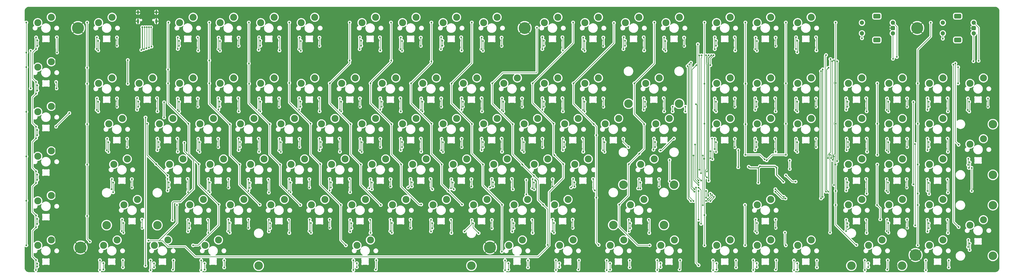
<source format=gtl>
%TF.GenerationSoftware,KiCad,Pcbnew,8.0.2*%
%TF.CreationDate,2024-07-25T18:57:38+02:00*%
%TF.ProjectId,micha_board,6d696368-615f-4626-9f61-72642e6b6963,rev?*%
%TF.SameCoordinates,Original*%
%TF.FileFunction,Copper,L1,Top*%
%TF.FilePolarity,Positive*%
%FSLAX46Y46*%
G04 Gerber Fmt 4.6, Leading zero omitted, Abs format (unit mm)*
G04 Created by KiCad (PCBNEW 8.0.2) date 2024-07-25 18:57:38*
%MOMM*%
%LPD*%
G01*
G04 APERTURE LIST*
G04 Aperture macros list*
%AMRoundRect*
0 Rectangle with rounded corners*
0 $1 Rounding radius*
0 $2 $3 $4 $5 $6 $7 $8 $9 X,Y pos of 4 corners*
0 Add a 4 corners polygon primitive as box body*
4,1,4,$2,$3,$4,$5,$6,$7,$8,$9,$2,$3,0*
0 Add four circle primitives for the rounded corners*
1,1,$1+$1,$2,$3*
1,1,$1+$1,$4,$5*
1,1,$1+$1,$6,$7*
1,1,$1+$1,$8,$9*
0 Add four rect primitives between the rounded corners*
20,1,$1+$1,$2,$3,$4,$5,0*
20,1,$1+$1,$4,$5,$6,$7,0*
20,1,$1+$1,$6,$7,$8,$9,0*
20,1,$1+$1,$8,$9,$2,$3,0*%
G04 Aperture macros list end*
%TA.AperFunction,ComponentPad*%
%ADD10C,5.600000*%
%TD*%
%TA.AperFunction,ComponentPad*%
%ADD11C,2.000000*%
%TD*%
%TA.AperFunction,ComponentPad*%
%ADD12RoundRect,0.500000X0.500000X0.500000X-0.500000X0.500000X-0.500000X-0.500000X0.500000X-0.500000X0*%
%TD*%
%TA.AperFunction,ComponentPad*%
%ADD13RoundRect,0.550000X1.150000X0.550000X-1.150000X0.550000X-1.150000X-0.550000X1.150000X-0.550000X0*%
%TD*%
%TA.AperFunction,ComponentPad*%
%ADD14C,4.000000*%
%TD*%
%TA.AperFunction,ComponentPad*%
%ADD15C,3.300000*%
%TD*%
%TA.AperFunction,ComponentPad*%
%ADD16O,1.000000X1.600000*%
%TD*%
%TA.AperFunction,ComponentPad*%
%ADD17O,1.000000X2.100000*%
%TD*%
%TA.AperFunction,ViaPad*%
%ADD18C,0.800000*%
%TD*%
%TA.AperFunction,Conductor*%
%ADD19C,0.250000*%
%TD*%
%TA.AperFunction,Conductor*%
%ADD20C,0.400000*%
%TD*%
%TA.AperFunction,Conductor*%
%ADD21C,0.300000*%
%TD*%
G04 APERTURE END LIST*
D10*
%TO.P,H6,1,1*%
%TO.N,GND*%
X446881250Y-144859375D03*
%TD*%
%TO.P,H5,1,1*%
%TO.N,GND*%
X246856250Y-141287500D03*
%TD*%
%TO.P,H4,1,1*%
%TO.N,GND*%
X54371875Y-141287500D03*
%TD*%
%TO.P,H3,1,1*%
%TO.N,GND*%
X447675000Y-38100000D03*
%TD*%
%TO.P,H2,1,1*%
%TO.N,GND*%
X263128125Y-38100000D03*
%TD*%
%TO.P,H1,1,1*%
%TO.N,GND*%
X53181250Y-38100000D03*
%TD*%
D11*
%TO.P,SW1,A,A*%
%TO.N,ENC0_B*%
X436200000Y-40600000D03*
%TO.P,SW1,B,B*%
%TO.N,ENC0_A*%
X436200000Y-35600000D03*
D12*
%TO.P,SW1,C,C*%
%TO.N,GND*%
X436200000Y-38100000D03*
D13*
%TO.P,SW1,MP*%
%TO.N,N/C*%
X428700000Y-43700000D03*
X428700000Y-32500000D03*
D11*
%TO.P,SW1,S1,S1*%
%TO.N,COL17*%
X421700000Y-35600000D03*
%TO.P,SW1,S2,S2*%
%TO.N,Net-(D111-A)*%
X421700000Y-40600000D03*
%TD*%
D14*
%TO.P,S1,*%
%TO.N,*%
X238125000Y-149860000D03*
X138112500Y-149860000D03*
%TD*%
%TO.P,S4,*%
%TO.N,*%
X328612500Y-130730625D03*
X304800000Y-130730625D03*
%TD*%
%TO.P,S3,*%
%TO.N,*%
X333375000Y-111760000D03*
X309562500Y-111760000D03*
%TD*%
%TO.P,S8,*%
%TO.N,*%
X335756250Y-73660000D03*
X311943750Y-73660000D03*
%TD*%
%TO.P,S2,*%
%TO.N,*%
X90487500Y-130810000D03*
X66675000Y-130810000D03*
%TD*%
%TO.P,S6,*%
%TO.N,*%
X483235000Y-121443750D03*
X483235000Y-145256250D03*
%TD*%
%TO.P,S5,*%
%TO.N,*%
X440531250Y-149860000D03*
X416718750Y-149860000D03*
%TD*%
%TO.P,S7,*%
%TO.N,*%
X483235000Y-83343750D03*
X483235000Y-107156250D03*
%TD*%
D11*
%TO.P,SW2,A,A*%
%TO.N,ENC1_B*%
X474200000Y-40600000D03*
%TO.P,SW2,B,B*%
%TO.N,ENC1_A*%
X474200000Y-35600000D03*
D12*
%TO.P,SW2,C,C*%
%TO.N,GND*%
X474200000Y-38100000D03*
D13*
%TO.P,SW2,MP*%
%TO.N,N/C*%
X466700000Y-43700000D03*
X466700000Y-32500000D03*
D11*
%TO.P,SW2,S1,S1*%
%TO.N,COL18*%
X459700000Y-35600000D03*
%TO.P,SW2,S2,S2*%
%TO.N,Net-(D112-A)*%
X459700000Y-40600000D03*
%TD*%
D15*
%TO.P,MX1,1,1*%
%TO.N,COL00*%
X34290000Y-35560000D03*
%TO.P,MX1,2,2*%
%TO.N,Net-(D1-A)*%
X40640000Y-33020000D03*
%TD*%
%TO.P,MX16,1,1*%
%TO.N,COL15*%
X372427500Y-35560000D03*
%TO.P,MX16,2,2*%
%TO.N,Net-(D16-A)*%
X378777500Y-33020000D03*
%TD*%
%TO.P,MX66,1,1*%
%TO.N,COL03*%
X134302500Y-102235000D03*
%TO.P,MX66,2,2*%
%TO.N,Net-(D66-A)*%
X140652500Y-99695000D03*
%TD*%
%TO.P,MX51,1,1*%
%TO.N,COL10*%
X262890000Y-83185000D03*
%TO.P,MX51,2,2*%
%TO.N,Net-(D51-A)*%
X269240000Y-80645000D03*
%TD*%
%TO.P,MX99,1,1*%
%TO.N,COL11*%
X89058750Y-140335000D03*
%TO.P,MX99,2,2*%
%TO.N,Net-(D99-A)*%
X95408750Y-137795000D03*
%TD*%
%TO.P,MX46,1,1*%
%TO.N,COL05*%
X167640000Y-83185000D03*
%TO.P,MX46,2,2*%
%TO.N,Net-(D46-A)*%
X173990000Y-80645000D03*
%TD*%
%TO.P,MX109,1,1*%
%TO.N,COL17*%
X424815000Y-140335000D03*
%TO.P,MX109,2,2*%
%TO.N,Net-(D109-A)*%
X431165000Y-137795000D03*
%TD*%
%TO.P,MX104,1,1*%
%TO.N,COL12*%
X303371250Y-140335000D03*
%TO.P,MX104,2,2*%
%TO.N,Net-(D104-A)*%
X309721250Y-137795000D03*
%TD*%
%TO.P,MX101,1,1*%
%TO.N,COL05*%
X184308750Y-140335000D03*
%TO.P,MX101,2,2*%
%TO.N,Net-(D101-A)*%
X190658750Y-137795000D03*
%TD*%
%TO.P,MX31,1,1*%
%TO.N,COL12*%
X291465000Y-64135000D03*
%TO.P,MX31,2,2*%
%TO.N,Net-(D31-A)*%
X297815000Y-61595000D03*
%TD*%
%TO.P,MX103,1,1*%
%TO.N,COL10*%
X279558750Y-140335000D03*
%TO.P,MX103,2,2*%
%TO.N,Net-(D103-A)*%
X285908750Y-137795000D03*
%TD*%
%TO.P,MX98,1,1*%
%TO.N,COL01*%
X65246250Y-140335000D03*
%TO.P,MX98,2,2*%
%TO.N,Net-(D98-A)*%
X71596250Y-137795000D03*
%TD*%
%TO.P,MX61,1,1*%
%TO.N,COL07*%
X472440000Y-92710000D03*
%TO.P,MX61,2,2*%
%TO.N,Net-(D61-A)*%
X478790000Y-90170000D03*
%TD*%
%TO.P,MX12,1,1*%
%TO.N,COL11*%
X291465000Y-35560000D03*
%TO.P,MX12,2,2*%
%TO.N,Net-(D12-A)*%
X297815000Y-33020000D03*
%TD*%
%TO.P,MX100,1,1*%
%TO.N,COL02*%
X112871250Y-140335000D03*
%TO.P,MX100,2,2*%
%TO.N,Net-(D100-A)*%
X119221250Y-137795000D03*
%TD*%
%TO.P,MX40,1,1*%
%TO.N,COL00*%
X34290000Y-77470000D03*
%TO.P,MX40,2,2*%
%TO.N,Net-(D40-A)*%
X40640000Y-74930000D03*
%TD*%
%TO.P,MX50,1,1*%
%TO.N,COL09*%
X243840000Y-83185000D03*
%TO.P,MX50,2,2*%
%TO.N,Net-(D50-A)*%
X250190000Y-80645000D03*
%TD*%
%TO.P,MX106,1,1*%
%TO.N,COL14*%
X353377500Y-140335000D03*
%TO.P,MX106,2,2*%
%TO.N,Net-(D106-A)*%
X359727500Y-137795000D03*
%TD*%
%TO.P,MX87,1,1*%
%TO.N,COL07*%
X220027500Y-121285000D03*
%TO.P,MX87,2,2*%
%TO.N,Net-(D87-A)*%
X226377500Y-118745000D03*
%TD*%
%TO.P,MX71,1,1*%
%TO.N,COL08*%
X229552500Y-102235000D03*
%TO.P,MX71,2,2*%
%TO.N,Net-(D71-A)*%
X235902500Y-99695000D03*
%TD*%
%TO.P,MX39,1,1*%
%TO.N,COL06*%
X472440000Y-64135000D03*
%TO.P,MX39,2,2*%
%TO.N,Net-(D39-A)*%
X478790000Y-61595000D03*
%TD*%
%TO.P,MX4,1,1*%
%TO.N,COL03*%
X120015000Y-35560000D03*
%TO.P,MX4,2,2*%
%TO.N,Net-(D4-A)*%
X126365000Y-33020000D03*
%TD*%
%TO.P,MX108,1,1*%
%TO.N,COL16*%
X391477500Y-140335000D03*
%TO.P,MX108,2,2*%
%TO.N,Net-(D108-A)*%
X397827500Y-137795000D03*
%TD*%
%TO.P,MX11,1,1*%
%TO.N,COL10*%
X272415000Y-35560000D03*
%TO.P,MX11,2,2*%
%TO.N,Net-(D11-A)*%
X278765000Y-33020000D03*
%TD*%
%TO.P,MX21,1,1*%
%TO.N,COL02*%
X100965000Y-64135000D03*
%TO.P,MX21,2,2*%
%TO.N,Net-(D21-A)*%
X107315000Y-61595000D03*
%TD*%
%TO.P,MX75,1,1*%
%TO.N,COL13*%
X317658750Y-102235000D03*
%TO.P,MX75,2,2*%
%TO.N,Net-(D75-A)*%
X324008750Y-99695000D03*
%TD*%
%TO.P,MX7,1,1*%
%TO.N,COL06*%
X186690000Y-35560000D03*
%TO.P,MX7,2,2*%
%TO.N,Net-(D7-A)*%
X193040000Y-33020000D03*
%TD*%
%TO.P,MX35,1,1*%
%TO.N,COL16*%
X391477500Y-64135000D03*
%TO.P,MX35,2,2*%
%TO.N,Net-(D35-A)*%
X397827500Y-61595000D03*
%TD*%
%TO.P,MX82,1,1*%
%TO.N,COL02*%
X124777500Y-121285000D03*
%TO.P,MX82,2,2*%
%TO.N,Net-(D82-A)*%
X131127500Y-118745000D03*
%TD*%
%TO.P,MX53,1,1*%
%TO.N,COL12*%
X300990000Y-83185000D03*
%TO.P,MX53,2,2*%
%TO.N,Net-(D53-A)*%
X307340000Y-80645000D03*
%TD*%
%TO.P,MX81,1,1*%
%TO.N,COL11*%
X105727500Y-121285000D03*
%TO.P,MX81,2,2*%
%TO.N,Net-(D81-A)*%
X112077500Y-118745000D03*
%TD*%
%TO.P,MX17,1,1*%
%TO.N,COL16*%
X391477500Y-35560000D03*
%TO.P,MX17,2,2*%
%TO.N,Net-(D17-A)*%
X397827500Y-33020000D03*
%TD*%
%TO.P,MX23,1,1*%
%TO.N,COL04*%
X139065000Y-64135000D03*
%TO.P,MX23,2,2*%
%TO.N,Net-(D23-A)*%
X145415000Y-61595000D03*
%TD*%
%TO.P,MX59,1,1*%
%TO.N,COL16*%
X434340000Y-83185000D03*
%TO.P,MX59,2,2*%
%TO.N,Net-(D59-A)*%
X440690000Y-80645000D03*
%TD*%
%TO.P,MX62,1,1*%
%TO.N,COL00*%
X34290000Y-98425000D03*
%TO.P,MX62,2,2*%
%TO.N,Net-(D62-A)*%
X40640000Y-95885000D03*
%TD*%
%TO.P,MX30,1,1*%
%TO.N,COL11*%
X272415000Y-64135000D03*
%TO.P,MX30,2,2*%
%TO.N,Net-(D30-A)*%
X278765000Y-61595000D03*
%TD*%
%TO.P,MX80,1,1*%
%TO.N,COL01*%
X74771250Y-121285000D03*
%TO.P,MX80,2,2*%
%TO.N,Net-(D80-A)*%
X81121250Y-118745000D03*
%TD*%
%TO.P,MX26,1,1*%
%TO.N,COL07*%
X196215000Y-64135000D03*
%TO.P,MX26,2,2*%
%TO.N,Net-(D26-A)*%
X202565000Y-61595000D03*
%TD*%
%TO.P,MX79,1,1*%
%TO.N,COL00*%
X34290000Y-119380000D03*
%TO.P,MX79,2,2*%
%TO.N,Net-(D79-A)*%
X40640000Y-116840000D03*
%TD*%
%TO.P,MX13,1,1*%
%TO.N,COL12*%
X310515000Y-35560000D03*
%TO.P,MX13,2,2*%
%TO.N,Net-(D13-A)*%
X316865000Y-33020000D03*
%TD*%
%TO.P,MX56,1,1*%
%TO.N,COL15*%
X372427500Y-83185000D03*
%TO.P,MX56,2,2*%
%TO.N,Net-(D56-A)*%
X378777500Y-80645000D03*
%TD*%
%TO.P,MX63,1,1*%
%TO.N,COL01*%
X70008750Y-102235000D03*
%TO.P,MX63,2,2*%
%TO.N,Net-(D63-A)*%
X76358750Y-99695000D03*
%TD*%
%TO.P,MX36,1,1*%
%TO.N,COL17*%
X415290000Y-64135000D03*
%TO.P,MX36,2,2*%
%TO.N,Net-(D36-A)*%
X421640000Y-61595000D03*
%TD*%
%TO.P,MX45,1,1*%
%TO.N,COL04*%
X148590000Y-83185000D03*
%TO.P,MX45,2,2*%
%TO.N,Net-(D45-A)*%
X154940000Y-80645000D03*
%TD*%
%TO.P,MX102,1,1*%
%TO.N,COL09*%
X255746250Y-140335000D03*
%TO.P,MX102,2,2*%
%TO.N,Net-(D102-A)*%
X262096250Y-137795000D03*
%TD*%
%TO.P,MX38,1,1*%
%TO.N,COL18*%
X453390000Y-64135000D03*
%TO.P,MX38,2,2*%
%TO.N,Net-(D38-A)*%
X459740000Y-61595000D03*
%TD*%
%TO.P,MX58,1,1*%
%TO.N,COL17*%
X415290000Y-83185000D03*
%TO.P,MX58,2,2*%
%TO.N,Net-(D58-A)*%
X421640000Y-80645000D03*
%TD*%
%TO.P,MX83,1,1*%
%TO.N,COL03*%
X143827500Y-121285000D03*
%TO.P,MX83,2,2*%
%TO.N,Net-(D83-A)*%
X150177500Y-118745000D03*
%TD*%
%TO.P,MX76,1,1*%
%TO.N,COL17*%
X415290000Y-102235000D03*
%TO.P,MX76,2,2*%
%TO.N,Net-(D76-A)*%
X421640000Y-99695000D03*
%TD*%
%TO.P,MX69,1,1*%
%TO.N,COL06*%
X191452500Y-102235000D03*
%TO.P,MX69,2,2*%
%TO.N,Net-(D69-A)*%
X197802500Y-99695000D03*
%TD*%
%TO.P,MX43,1,1*%
%TO.N,COL02*%
X110490000Y-83185000D03*
%TO.P,MX43,2,2*%
%TO.N,Net-(D43-A)*%
X116840000Y-80645000D03*
%TD*%
%TO.P,MX24,1,1*%
%TO.N,COL05*%
X158115000Y-64135000D03*
%TO.P,MX24,2,2*%
%TO.N,Net-(D24-A)*%
X164465000Y-61595000D03*
%TD*%
%TO.P,MX34,1,1*%
%TO.N,COL15*%
X372427500Y-64135000D03*
%TO.P,MX34,2,2*%
%TO.N,Net-(D34-A)*%
X378777500Y-61595000D03*
%TD*%
%TO.P,MX91,1,1*%
%TO.N,COL13*%
X312896250Y-121285000D03*
%TO.P,MX91,2,2*%
%TO.N,Net-(D91-A)*%
X319246250Y-118745000D03*
%TD*%
%TO.P,MX41,1,1*%
%TO.N,COL01*%
X67627500Y-83185000D03*
%TO.P,MX41,2,2*%
%TO.N,Net-(D41-A)*%
X73977500Y-80645000D03*
%TD*%
%TO.P,MX47,1,1*%
%TO.N,COL06*%
X186690000Y-83185000D03*
%TO.P,MX47,2,2*%
%TO.N,Net-(D47-A)*%
X193040000Y-80645000D03*
%TD*%
%TO.P,MX22,1,1*%
%TO.N,COL03*%
X120015000Y-64135000D03*
%TO.P,MX22,2,2*%
%TO.N,Net-(D22-A)*%
X126365000Y-61595000D03*
%TD*%
%TO.P,MX67,1,1*%
%TO.N,COL04*%
X153352500Y-102235000D03*
%TO.P,MX67,2,2*%
%TO.N,Net-(D67-A)*%
X159702500Y-99695000D03*
%TD*%
%TO.P,MX60,1,1*%
%TO.N,COL18*%
X453390000Y-83185000D03*
%TO.P,MX60,2,2*%
%TO.N,Net-(D60-A)*%
X459740000Y-80645000D03*
%TD*%
%TO.P,MX14,1,1*%
%TO.N,COL13*%
X329565000Y-35560000D03*
%TO.P,MX14,2,2*%
%TO.N,Net-(D14-A)*%
X335915000Y-33020000D03*
%TD*%
%TO.P,MX89,1,1*%
%TO.N,COL09*%
X258127500Y-121285000D03*
%TO.P,MX89,2,2*%
%TO.N,Net-(D89-A)*%
X264477500Y-118745000D03*
%TD*%
%TO.P,MX72,1,1*%
%TO.N,COL09*%
X248602500Y-102235000D03*
%TO.P,MX72,2,2*%
%TO.N,Net-(D72-A)*%
X254952500Y-99695000D03*
%TD*%
%TO.P,MX25,1,1*%
%TO.N,COL06*%
X177165000Y-64135000D03*
%TO.P,MX25,2,2*%
%TO.N,Net-(D25-A)*%
X183515000Y-61595000D03*
%TD*%
%TO.P,MX33,1,1*%
%TO.N,COL14*%
X353377500Y-64135000D03*
%TO.P,MX33,2,2*%
%TO.N,Net-(D33-A)*%
X359727500Y-61595000D03*
%TD*%
%TO.P,MX96,1,1*%
%TO.N,COL08*%
X472440000Y-130810000D03*
%TO.P,MX96,2,2*%
%TO.N,Net-(D96-A)*%
X478790000Y-128270000D03*
%TD*%
%TO.P,MX86,1,1*%
%TO.N,COL06*%
X200977500Y-121285000D03*
%TO.P,MX86,2,2*%
%TO.N,Net-(D86-A)*%
X207327500Y-118745000D03*
%TD*%
%TO.P,MX94,1,1*%
%TO.N,COL14*%
X434340000Y-121285000D03*
%TO.P,MX94,2,2*%
%TO.N,Net-(D94-A)*%
X440690000Y-118745000D03*
%TD*%
%TO.P,MX29,1,1*%
%TO.N,COL10*%
X253365000Y-64135000D03*
%TO.P,MX29,2,2*%
%TO.N,Net-(D29-A)*%
X259715000Y-61595000D03*
%TD*%
%TO.P,MX57,1,1*%
%TO.N,COL16*%
X391477500Y-83185000D03*
%TO.P,MX57,2,2*%
%TO.N,Net-(D57-A)*%
X397827500Y-80645000D03*
%TD*%
%TO.P,MX5,1,1*%
%TO.N,COL04*%
X139065000Y-35560000D03*
%TO.P,MX5,2,2*%
%TO.N,Net-(D5-A)*%
X145415000Y-33020000D03*
%TD*%
%TO.P,MX110,1,1*%
%TO.N,COL18*%
X453390000Y-140335000D03*
%TO.P,MX110,2,2*%
%TO.N,Net-(D110-A)*%
X459740000Y-137795000D03*
%TD*%
%TO.P,MX52,1,1*%
%TO.N,COL11*%
X281940000Y-83185000D03*
%TO.P,MX52,2,2*%
%TO.N,Net-(D52-A)*%
X288290000Y-80645000D03*
%TD*%
%TO.P,MX27,1,1*%
%TO.N,COL08*%
X215265000Y-64135000D03*
%TO.P,MX27,2,2*%
%TO.N,Net-(D27-A)*%
X221615000Y-61595000D03*
%TD*%
%TO.P,MX70,1,1*%
%TO.N,COL07*%
X210502500Y-102235000D03*
%TO.P,MX70,2,2*%
%TO.N,Net-(D70-A)*%
X216852500Y-99695000D03*
%TD*%
%TO.P,MX95,1,1*%
%TO.N,COL18*%
X453390000Y-121285000D03*
%TO.P,MX95,2,2*%
%TO.N,Net-(D95-A)*%
X459740000Y-118745000D03*
%TD*%
%TO.P,MX44,1,1*%
%TO.N,COL03*%
X129540000Y-83185000D03*
%TO.P,MX44,2,2*%
%TO.N,Net-(D44-A)*%
X135890000Y-80645000D03*
%TD*%
%TO.P,MX48,1,1*%
%TO.N,COL07*%
X205740000Y-83185000D03*
%TO.P,MX48,2,2*%
%TO.N,Net-(D48-A)*%
X212090000Y-80645000D03*
%TD*%
%TO.P,MX68,1,1*%
%TO.N,COL05*%
X172402500Y-102235000D03*
%TO.P,MX68,2,2*%
%TO.N,Net-(D68-A)*%
X178752500Y-99695000D03*
%TD*%
%TO.P,MX9,1,1*%
%TO.N,COL08*%
X224790000Y-35560000D03*
%TO.P,MX9,2,2*%
%TO.N,Net-(D9-A)*%
X231140000Y-33020000D03*
%TD*%
%TO.P,MX8,1,1*%
%TO.N,COL07*%
X205740000Y-35560000D03*
%TO.P,MX8,2,2*%
%TO.N,Net-(D8-A)*%
X212090000Y-33020000D03*
%TD*%
%TO.P,MX74,1,1*%
%TO.N,COL11*%
X286702500Y-102235000D03*
%TO.P,MX74,2,2*%
%TO.N,Net-(D74-A)*%
X293052500Y-99695000D03*
%TD*%
%TO.P,MX2,1,1*%
%TO.N,COL01*%
X62865000Y-35560000D03*
%TO.P,MX2,2,2*%
%TO.N,Net-(D2-A)*%
X69215000Y-33020000D03*
%TD*%
%TO.P,MX107,1,1*%
%TO.N,COL15*%
X372427500Y-140335000D03*
%TO.P,MX107,2,2*%
%TO.N,Net-(D107-A)*%
X378777500Y-137795000D03*
%TD*%
%TO.P,MX6,1,1*%
%TO.N,COL05*%
X158115000Y-35560000D03*
%TO.P,MX6,2,2*%
%TO.N,Net-(D6-A)*%
X164465000Y-33020000D03*
%TD*%
%TO.P,MX54,1,1*%
%TO.N,COL13*%
X324802500Y-83185000D03*
%TO.P,MX54,2,2*%
%TO.N,Net-(D54-A)*%
X331152500Y-80645000D03*
%TD*%
%TO.P,MX20,1,1*%
%TO.N,COL03*%
X81915000Y-64135000D03*
%TO.P,MX20,2,2*%
%TO.N,Net-(D20-A)*%
X88265000Y-61595000D03*
%TD*%
%TO.P,MX105,1,1*%
%TO.N,COL13*%
X327183750Y-140335000D03*
%TO.P,MX105,2,2*%
%TO.N,Net-(D105-A)*%
X333533750Y-137795000D03*
%TD*%
%TO.P,MX10,1,1*%
%TO.N,COL09*%
X243840000Y-35560000D03*
%TO.P,MX10,2,2*%
%TO.N,Net-(D10-A)*%
X250190000Y-33020000D03*
%TD*%
%TO.P,MX55,1,1*%
%TO.N,COL14*%
X353377500Y-83185000D03*
%TO.P,MX55,2,2*%
%TO.N,Net-(D55-A)*%
X359727500Y-80645000D03*
%TD*%
%TO.P,MX90,1,1*%
%TO.N,COL10*%
X277177500Y-121285000D03*
%TO.P,MX90,2,2*%
%TO.N,Net-(D90-A)*%
X283527500Y-118745000D03*
%TD*%
%TO.P,MX19,1,1*%
%TO.N,COL01*%
X62865000Y-64135000D03*
%TO.P,MX19,2,2*%
%TO.N,Net-(D19-A)*%
X69215000Y-61595000D03*
%TD*%
%TO.P,MX77,1,1*%
%TO.N,COL14*%
X434340000Y-102235000D03*
%TO.P,MX77,2,2*%
%TO.N,Net-(D77-A)*%
X440690000Y-99695000D03*
%TD*%
%TO.P,MX92,1,1*%
%TO.N,COL15*%
X372427500Y-121285000D03*
%TO.P,MX92,2,2*%
%TO.N,Net-(D92-A)*%
X378777500Y-118745000D03*
%TD*%
%TO.P,MX88,1,1*%
%TO.N,COL08*%
X239077500Y-121285000D03*
%TO.P,MX88,2,2*%
%TO.N,Net-(D88-A)*%
X245427500Y-118745000D03*
%TD*%
%TO.P,MX37,1,1*%
%TO.N,COL16*%
X434340000Y-64135000D03*
%TO.P,MX37,2,2*%
%TO.N,Net-(D37-A)*%
X440690000Y-61595000D03*
%TD*%
%TO.P,MX73,1,1*%
%TO.N,COL10*%
X267652500Y-102235000D03*
%TO.P,MX73,2,2*%
%TO.N,Net-(D73-A)*%
X274002500Y-99695000D03*
%TD*%
D16*
%TO.P,J1,S1,SHIELD*%
%TO.N,GND*%
X81405000Y-30681250D03*
D17*
X81405000Y-34861250D03*
D16*
X90045000Y-30681250D03*
D17*
X90045000Y-34861250D03*
%TD*%
D15*
%TO.P,MX49,1,1*%
%TO.N,COL08*%
X224790000Y-83185000D03*
%TO.P,MX49,2,2*%
%TO.N,Net-(D49-A)*%
X231140000Y-80645000D03*
%TD*%
%TO.P,MX32,1,1*%
%TO.N,COL13*%
X320040000Y-64135000D03*
%TO.P,MX32,2,2*%
%TO.N,Net-(D32-A)*%
X326390000Y-61595000D03*
%TD*%
%TO.P,MX84,1,1*%
%TO.N,COL04*%
X162877500Y-121285000D03*
%TO.P,MX84,2,2*%
%TO.N,Net-(D84-A)*%
X169227500Y-118745000D03*
%TD*%
%TO.P,MX42,1,1*%
%TO.N,COL12*%
X91440000Y-83185000D03*
%TO.P,MX42,2,2*%
%TO.N,Net-(D42-A)*%
X97790000Y-80645000D03*
%TD*%
%TO.P,MX85,1,1*%
%TO.N,COL05*%
X181927500Y-121285000D03*
%TO.P,MX85,2,2*%
%TO.N,Net-(D85-A)*%
X188277500Y-118745000D03*
%TD*%
%TO.P,MX3,1,1*%
%TO.N,COL02*%
X100965000Y-35560000D03*
%TO.P,MX3,2,2*%
%TO.N,Net-(D3-A)*%
X107315000Y-33020000D03*
%TD*%
%TO.P,MX28,1,1*%
%TO.N,COL09*%
X234315000Y-64135000D03*
%TO.P,MX28,2,2*%
%TO.N,Net-(D28-A)*%
X240665000Y-61595000D03*
%TD*%
%TO.P,MX65,1,1*%
%TO.N,COL02*%
X115252500Y-102235000D03*
%TO.P,MX65,2,2*%
%TO.N,Net-(D65-A)*%
X121602500Y-99695000D03*
%TD*%
%TO.P,MX97,1,1*%
%TO.N,COL00*%
X34290000Y-140335000D03*
%TO.P,MX97,2,2*%
%TO.N,Net-(D97-A)*%
X40640000Y-137795000D03*
%TD*%
%TO.P,MX93,1,1*%
%TO.N,COL17*%
X415290000Y-121285000D03*
%TO.P,MX93,2,2*%
%TO.N,Net-(D93-A)*%
X421640000Y-118745000D03*
%TD*%
%TO.P,MX78,1,1*%
%TO.N,COL18*%
X453390000Y-102235000D03*
%TO.P,MX78,2,2*%
%TO.N,Net-(D78-A)*%
X459740000Y-99695000D03*
%TD*%
%TO.P,MX64,1,1*%
%TO.N,COL12*%
X96202500Y-102235000D03*
%TO.P,MX64,2,2*%
%TO.N,Net-(D64-A)*%
X102552500Y-99695000D03*
%TD*%
%TO.P,MX18,1,1*%
%TO.N,COL00*%
X34290000Y-56515000D03*
%TO.P,MX18,2,2*%
%TO.N,Net-(D18-A)*%
X40640000Y-53975000D03*
%TD*%
%TO.P,MX15,1,1*%
%TO.N,COL14*%
X353377500Y-35560000D03*
%TO.P,MX15,2,2*%
%TO.N,Net-(D15-A)*%
X359727500Y-33020000D03*
%TD*%
D18*
%TO.N,GND*%
X337343750Y-113506250D03*
X359171875Y-119856250D03*
X396478125Y-124221875D03*
X357981250Y-123825000D03*
X42285000Y-151100000D03*
X280300000Y-75825000D03*
X337300000Y-47300000D03*
X480175000Y-72575000D03*
X70700000Y-47225000D03*
X147100000Y-47175000D03*
X380300000Y-75825000D03*
X75575000Y-91575000D03*
X194500000Y-47175000D03*
X251575000Y-43975000D03*
X118300000Y-94900000D03*
X380300000Y-91700000D03*
X386230327Y-110613423D03*
X423100000Y-133025000D03*
X311300000Y-151175000D03*
X399375000Y-91575000D03*
X242300000Y-75825000D03*
X275317239Y-113040625D03*
X327900000Y-75825000D03*
X161175000Y-110575000D03*
X442175000Y-91575000D03*
X461300000Y-133025000D03*
X275575000Y-110575000D03*
X127975000Y-43975000D03*
X423100000Y-75825000D03*
X96900000Y-148775000D03*
X132500000Y-132900000D03*
X184975000Y-72575000D03*
X146900000Y-75900000D03*
X42100000Y-47225000D03*
X204100000Y-75825000D03*
X294700000Y-110700000D03*
X294700000Y-113040625D03*
X399300000Y-151175000D03*
X399300000Y-94900000D03*
X208775000Y-129575000D03*
X361175000Y-72575000D03*
X380300000Y-47300000D03*
X280300000Y-47175000D03*
X318500000Y-47175000D03*
X380300000Y-132900000D03*
X218281250Y-113109375D03*
X42285000Y-127870000D03*
X151700000Y-133025000D03*
X361300000Y-47175000D03*
X266100000Y-129900000D03*
X461300000Y-148775000D03*
X311300000Y-148775000D03*
X147100000Y-44050000D03*
X132575000Y-129575000D03*
X113700000Y-133025000D03*
X42285000Y-68195000D03*
X439300000Y-146360000D03*
X380236765Y-151111765D03*
X461300000Y-75825000D03*
X142100000Y-114025000D03*
X108700000Y-75900000D03*
X480100000Y-75900000D03*
X42285000Y-110195000D03*
X99300000Y-91700000D03*
X251700000Y-94825000D03*
X199375000Y-110575000D03*
X170775000Y-129575000D03*
X380300000Y-72700000D03*
X299375000Y-72575000D03*
X75500000Y-94900000D03*
X232700000Y-47175000D03*
X251700000Y-91700000D03*
X42285000Y-89195000D03*
X284975000Y-129575000D03*
X242300000Y-72700000D03*
X213500000Y-47300000D03*
X270775000Y-91575000D03*
X335036765Y-148711765D03*
X156500000Y-94900000D03*
X438178475Y-150966554D03*
X423100000Y-72700000D03*
X380236765Y-148711765D03*
X99300000Y-94825000D03*
X42285000Y-86070000D03*
X127950000Y-75795000D03*
X165975000Y-43975000D03*
X204100000Y-72700000D03*
X308775000Y-91575000D03*
X194500000Y-94900000D03*
X42285000Y-130995000D03*
X151700000Y-129900000D03*
X368243750Y-104600000D03*
X432636765Y-151111765D03*
X299300000Y-75900000D03*
X480300000Y-142500000D03*
X127950000Y-72670000D03*
X331300000Y-94825000D03*
X123175000Y-110575000D03*
X108900000Y-47225000D03*
X307425000Y-94825000D03*
X266100000Y-133025000D03*
X442100000Y-75900000D03*
X261175000Y-72575000D03*
X156575000Y-91575000D03*
X232700000Y-94900000D03*
X42285000Y-65070000D03*
X461300000Y-129900000D03*
X82575000Y-129575000D03*
X77700000Y-113900000D03*
X361993750Y-105600000D03*
X359493750Y-102850000D03*
X104100000Y-110700000D03*
X461300000Y-72700000D03*
X380300000Y-94825000D03*
X383993750Y-102850000D03*
X251500000Y-47300000D03*
X284900000Y-132900000D03*
X256500000Y-110700000D03*
X318500000Y-44050000D03*
X120700000Y-148775000D03*
X263500000Y-151175000D03*
X223175000Y-72575000D03*
X237375000Y-110575000D03*
X213700000Y-94825000D03*
X450700000Y-151100000D03*
X361300000Y-151175000D03*
X335036765Y-151111765D03*
X442175000Y-129575000D03*
X280300000Y-44050000D03*
X73100000Y-151100000D03*
X232775000Y-91575000D03*
X165900000Y-47300000D03*
X371493750Y-111850000D03*
X82500000Y-132900000D03*
X361993750Y-108850000D03*
X175500000Y-94825000D03*
X194500000Y-44050000D03*
X480375000Y-102500000D03*
X108900000Y-44100000D03*
X441975000Y-110575000D03*
X399500000Y-44050000D03*
X256381250Y-113040625D03*
X180300000Y-110700000D03*
X461300000Y-94825000D03*
X361002498Y-94550000D03*
X175500000Y-91700000D03*
X442700000Y-133100000D03*
X213700000Y-91700000D03*
X423300000Y-94825000D03*
X320900000Y-129900000D03*
X461300000Y-110900000D03*
X287436765Y-151111765D03*
X261100000Y-75900000D03*
X399300000Y-148775000D03*
X161100000Y-113900000D03*
X227900000Y-133025000D03*
X208700000Y-132900000D03*
X461300000Y-151175000D03*
X287436765Y-148711765D03*
X474100000Y-102500000D03*
X104100000Y-113825000D03*
X118375000Y-91575000D03*
X450700000Y-149175000D03*
X389493750Y-111350000D03*
X213575000Y-43975000D03*
X320900000Y-133025000D03*
X184900000Y-75900000D03*
X380375000Y-129575000D03*
X192236765Y-148711765D03*
X96900000Y-151175000D03*
X423100000Y-110700000D03*
X423100000Y-129900000D03*
X227900000Y-129900000D03*
X270700000Y-94900000D03*
X289900000Y-94825000D03*
X137500000Y-91700000D03*
X73100000Y-148700000D03*
X399300000Y-75900000D03*
X189900000Y-129900000D03*
X441900000Y-113900000D03*
X442175000Y-72575000D03*
X223100000Y-75900000D03*
X325575000Y-110575000D03*
X289900000Y-91700000D03*
X180300000Y-113040625D03*
X423300000Y-91700000D03*
X142100000Y-110900000D03*
X192236765Y-151111765D03*
X246975000Y-129775000D03*
X237250358Y-113103464D03*
X461300000Y-114025000D03*
X246900000Y-133100000D03*
X423100000Y-113825000D03*
X120700000Y-151175000D03*
X399500000Y-47175000D03*
X337375000Y-43975000D03*
X70775000Y-72575000D03*
X199258003Y-113115588D03*
X232700000Y-44050000D03*
X461300000Y-91700000D03*
X299375000Y-43975000D03*
X108775000Y-72575000D03*
X325468499Y-113180529D03*
X399375000Y-72575000D03*
X442100000Y-94900000D03*
X218300000Y-110700000D03*
X42100000Y-43900000D03*
X77775000Y-110575000D03*
X146975000Y-72575000D03*
X137500000Y-94825000D03*
X480375000Y-100975000D03*
X89750000Y-75795000D03*
X123100000Y-113900000D03*
X327900000Y-72700000D03*
X361100000Y-75900000D03*
X474025000Y-113900000D03*
X70775000Y-43900000D03*
X127900000Y-47300000D03*
X361175000Y-91575000D03*
X332700000Y-91700000D03*
X42285000Y-107070000D03*
X361300000Y-148775000D03*
X299300000Y-47300000D03*
X189900000Y-133025000D03*
X380375000Y-43975000D03*
X263500000Y-148775000D03*
X42285000Y-148870000D03*
X113700000Y-129900000D03*
X170700000Y-132900000D03*
X280300000Y-72700000D03*
X70700000Y-75900000D03*
X194575000Y-91575000D03*
X480375000Y-139175000D03*
X432636765Y-148711765D03*
X89750000Y-72670000D03*
X165950000Y-75795000D03*
X361300000Y-44050000D03*
X165950000Y-72670000D03*
%TO.N,+3V3*%
X384730327Y-110363423D03*
X373743750Y-103100000D03*
X372993750Y-110850000D03*
X381493750Y-103850000D03*
X368493750Y-103350000D03*
%TO.N,NRST*%
X390493750Y-110350000D03*
X385943750Y-107400000D03*
%TO.N,VBUS*%
X82946875Y-48418750D03*
X83381250Y-37703125D03*
X350837500Y-50925000D03*
X349646875Y-109934375D03*
%TO.N,Net-(J1-CC1)*%
X348846875Y-105568750D03*
X84181250Y-48021875D03*
X349646875Y-50925000D03*
X84534375Y-37703125D03*
%TO.N,Net-(J1-CC2)*%
X345271875Y-50998438D03*
X87721880Y-46818745D03*
X345281250Y-104775000D03*
X87534384Y-37703125D03*
%TO.N,BOOT0*%
X387746875Y-100393750D03*
X387746875Y-104378125D03*
%TO.N,COL18*%
X447900000Y-115887500D03*
X447900000Y-83100000D03*
X454025000Y-35600000D03*
X447900000Y-102300000D03*
X447900000Y-64100000D03*
X447900000Y-121300000D03*
X447900000Y-140300000D03*
%TO.N,D+*%
X346269177Y-50925000D03*
X86534381Y-37703125D03*
X86534381Y-47228125D03*
X346075000Y-106362500D03*
%TO.N,D-*%
X348846875Y-108346875D03*
X85328125Y-47625000D03*
X348456250Y-50925000D03*
X85534378Y-37703125D03*
%TO.N,Net-(LED1-DOUT)*%
X71500000Y-46425000D03*
X34100000Y-43900000D03*
X71500000Y-42500000D03*
X34100000Y-46500000D03*
%TO.N,Net-(LED2-DOUT)*%
X109500000Y-42500000D03*
X62700000Y-48675000D03*
X62700000Y-44100000D03*
X109700000Y-48700000D03*
%TO.N,Net-(LED3-DOUT)*%
X128700000Y-46500000D03*
X128700000Y-42575000D03*
X100700000Y-44100000D03*
X100700000Y-46500000D03*
%TO.N,Net-(LED4-DOUT)*%
X119900000Y-44175000D03*
X119900000Y-48750000D03*
X147700000Y-42450000D03*
X147900000Y-48650000D03*
%TO.N,Net-(LED5-DOUT)*%
X138900000Y-44050000D03*
X166700000Y-42575000D03*
X166700000Y-46500000D03*
X138900000Y-46450000D03*
%TO.N,Net-(LED6-DOUT)*%
X195300000Y-48650000D03*
X157900000Y-48750000D03*
X195100000Y-42450000D03*
X157900000Y-44175000D03*
%TO.N,Net-(LED7-DOUT)*%
X214300000Y-42575000D03*
X186300000Y-44050000D03*
X214300000Y-46500000D03*
X186300000Y-46450000D03*
%TO.N,Net-(LED8-DOUT)*%
X205500000Y-44175000D03*
X205500000Y-48750000D03*
X233300000Y-42450000D03*
X233500000Y-48650000D03*
%TO.N,Net-(LED10-DIN)*%
X252300000Y-46500000D03*
X224500000Y-46450000D03*
X252300000Y-42575000D03*
X224500000Y-44050000D03*
%TO.N,Net-(LED10-DOUT)*%
X243500000Y-48750000D03*
X281100000Y-48650000D03*
X280900000Y-42450000D03*
X243500000Y-44175000D03*
%TO.N,Net-(LED11-DOUT)*%
X272100000Y-44050000D03*
X300100000Y-46500000D03*
X272100000Y-46450000D03*
X300100000Y-42575000D03*
%TO.N,Net-(LED12-DOUT)*%
X291300000Y-48750000D03*
X319300000Y-48650000D03*
X319100000Y-42450000D03*
X291300000Y-44175000D03*
%TO.N,Net-(LED13-DOUT)*%
X338100000Y-42575000D03*
X338100000Y-46500000D03*
X310300000Y-44050000D03*
X310300000Y-46450000D03*
%TO.N,Net-(LED14-DOUT)*%
X329300000Y-44175000D03*
X362100000Y-48650000D03*
X329300000Y-48750000D03*
X361900000Y-42450000D03*
%TO.N,Net-(LED15-DOUT)*%
X353100000Y-44050000D03*
X381100000Y-46500000D03*
X353100000Y-46450000D03*
X381100000Y-42575000D03*
%TO.N,Net-(LED16-DOUT)*%
X400300000Y-48650000D03*
X372300000Y-48750000D03*
X372300000Y-44175000D03*
X400100000Y-42450000D03*
%TO.N,Net-(LED18-DOUT)*%
X34085000Y-67470000D03*
X71500000Y-71175000D03*
X34085000Y-65070000D03*
X71500000Y-75100000D03*
%TO.N,Net-(LED19-DOUT)*%
X62700000Y-77350000D03*
X62700000Y-72775000D03*
X90350000Y-71070000D03*
X90550000Y-77270000D03*
%TO.N,Net-(LED20-DOUT)*%
X109500000Y-75100000D03*
X109500000Y-71175000D03*
X81550000Y-72670000D03*
X81550000Y-75070000D03*
%TO.N,Net-(LED21-DOUT)*%
X100700000Y-72775000D03*
X128750000Y-77270000D03*
X100700000Y-77350000D03*
X128550000Y-71070000D03*
%TO.N,Net-(LED22-DOUT)*%
X119750000Y-72670000D03*
X147700000Y-71175000D03*
X119750000Y-75070000D03*
X147700000Y-75100000D03*
%TO.N,Net-(LED23-DOUT)*%
X166750000Y-77270000D03*
X138900000Y-72775000D03*
X138900000Y-77350000D03*
X166550000Y-71070000D03*
%TO.N,Net-(LED24-DOUT)*%
X185700000Y-71175000D03*
X157750000Y-75070000D03*
X185700000Y-75100000D03*
X157750000Y-72670000D03*
%TO.N,Net-(LED25-DOUT)*%
X176900000Y-72775000D03*
X176900000Y-77350000D03*
X204900000Y-77300000D03*
X204700000Y-71100000D03*
%TO.N,Net-(LED26-DOUT)*%
X223900000Y-71175000D03*
X223900000Y-75100000D03*
X195900000Y-75100000D03*
X195900000Y-72700000D03*
%TO.N,Net-(LED27-DOUT)*%
X215100000Y-77350000D03*
X215100000Y-72775000D03*
X243100000Y-77300000D03*
X242900000Y-71100000D03*
%TO.N,Net-(LED28-DOUT)*%
X234100000Y-72700000D03*
X261900000Y-71175000D03*
X234100000Y-75100000D03*
X261900000Y-75100000D03*
%TO.N,Net-(LED29-DOUT)*%
X280900000Y-71100000D03*
X253100000Y-72775000D03*
X253100000Y-77350000D03*
X281100000Y-77300000D03*
%TO.N,Net-(LED30-DOUT)*%
X300100000Y-71175000D03*
X272100000Y-75100000D03*
X272100000Y-72700000D03*
X300100000Y-75100000D03*
%TO.N,Net-(LED31-DOUT)*%
X328500000Y-71100000D03*
X291300000Y-72775000D03*
X328700000Y-77300000D03*
X291300000Y-77350000D03*
%TO.N,Net-(LED32-DOUT)*%
X361900000Y-75100000D03*
X338700000Y-75100000D03*
X319700000Y-75100000D03*
X319700000Y-72700000D03*
X332700000Y-77350000D03*
X332700000Y-75100000D03*
X338700000Y-77350000D03*
X361900000Y-71175000D03*
%TO.N,Net-(LED33-DOUT)*%
X381100000Y-77300000D03*
X353100000Y-77350000D03*
X353100000Y-72775000D03*
X380900000Y-71100000D03*
%TO.N,Net-(LED34-DOUT)*%
X400100000Y-71175000D03*
X400100000Y-75100000D03*
X372100000Y-75100000D03*
X372100000Y-72700000D03*
%TO.N,Net-(LED35-DOUT)*%
X423700000Y-71100000D03*
X391300000Y-72775000D03*
X391300000Y-77350000D03*
X423900000Y-77300000D03*
%TO.N,Net-(LED36-DOUT)*%
X414900000Y-75100000D03*
X442900000Y-71175000D03*
X442900000Y-75100000D03*
X414900000Y-72700000D03*
%TO.N,Net-(LED37-DOUT)*%
X461900000Y-71100000D03*
X434100000Y-72775000D03*
X462100000Y-77300000D03*
X434100000Y-77350000D03*
%TO.N,Net-(LED38-DOUT)*%
X453100000Y-72700000D03*
X480900000Y-71175000D03*
X453100000Y-75100000D03*
X480900000Y-75100000D03*
%TO.N,Net-(LED40-DOUT)*%
X76300000Y-94100000D03*
X34085000Y-86070000D03*
X34085000Y-88470000D03*
X76300000Y-90175000D03*
%TO.N,Net-(LED41-DOUT)*%
X100100000Y-96300000D03*
X67500000Y-91775000D03*
X99900000Y-90100000D03*
X67500000Y-96350000D03*
%TO.N,Net-(LED42-DOUT)*%
X119100000Y-90175000D03*
X91100000Y-91700000D03*
X91100000Y-94100000D03*
X119100000Y-94100000D03*
%TO.N,Net-(LED43-DOUT)*%
X110300000Y-91775000D03*
X138300000Y-96300000D03*
X110300000Y-96350000D03*
X138100000Y-90100000D03*
%TO.N,Net-(LED44-DOUT)*%
X129300000Y-94100000D03*
X157300000Y-90175000D03*
X157300000Y-94100000D03*
X129300000Y-91700000D03*
%TO.N,Net-(LED45-DOUT)*%
X176100000Y-90100000D03*
X176300000Y-96300000D03*
X148500000Y-96350000D03*
X148500000Y-91775000D03*
%TO.N,Net-(LED46-DOUT)*%
X167300000Y-91700000D03*
X195300000Y-94100000D03*
X167300000Y-94100000D03*
X195300000Y-90175000D03*
%TO.N,Net-(LED47-DOUT)*%
X186500000Y-91775000D03*
X214300000Y-90100000D03*
X214500000Y-96300000D03*
X186500000Y-96350000D03*
%TO.N,Net-(LED48-DOUT)*%
X205500000Y-91700000D03*
X233500000Y-90175000D03*
X233500000Y-94100000D03*
X205500000Y-94100000D03*
%TO.N,Net-(LED49-DOUT)*%
X252500000Y-96300000D03*
X224700000Y-91775000D03*
X252300000Y-90100000D03*
X224700000Y-96350000D03*
%TO.N,Net-(LED50-DOUT)*%
X271500000Y-90175000D03*
X243500000Y-94100000D03*
X243500000Y-91700000D03*
X271500000Y-94100000D03*
%TO.N,Net-(LED51-DOUT)*%
X262700000Y-91775000D03*
X262700000Y-96350000D03*
X290700000Y-96300000D03*
X290500000Y-90100000D03*
%TO.N,Net-(LED52-DOUT)*%
X311900000Y-94100000D03*
X281700000Y-91700000D03*
X309500000Y-90175000D03*
X281700000Y-94100000D03*
%TO.N,Net-(LED53-DOUT)*%
X333300000Y-90100000D03*
X300700000Y-96350000D03*
X326900000Y-95725000D03*
X300700000Y-91775000D03*
%TO.N,Net-(LED54-DOUT)*%
X324500000Y-94100000D03*
X361900000Y-94100000D03*
X324500000Y-91700000D03*
X361900000Y-90175000D03*
%TO.N,Net-(LED55-DOUT)*%
X380900000Y-90100000D03*
X353100000Y-96350000D03*
X381100000Y-96300000D03*
X353100000Y-91775000D03*
%TO.N,Net-(LED56-DOUT)*%
X400100000Y-94100000D03*
X372100000Y-91700000D03*
X372100000Y-94100000D03*
X400100000Y-90175000D03*
%TO.N,Net-(LED57-DOUT)*%
X391300000Y-96350000D03*
X391300000Y-91775000D03*
X423900000Y-90100000D03*
X424100000Y-96300000D03*
%TO.N,Net-(LED58-DOUT)*%
X415100000Y-94100000D03*
X442900000Y-94100000D03*
X442900000Y-90175000D03*
X415100000Y-91700000D03*
%TO.N,Net-(LED59-DOUT)*%
X434100000Y-91775000D03*
X434100000Y-96350000D03*
X462100000Y-96300000D03*
X461900000Y-90100000D03*
%TO.N,Net-(LED60-DOUT)*%
X453100000Y-91700000D03*
X453100000Y-94100000D03*
%TO.N,Net-(LED62-DOUT)*%
X78500000Y-113100000D03*
X34085000Y-107070000D03*
X78500000Y-109175000D03*
X34085000Y-109470000D03*
%TO.N,Net-(LED63-DOUT)*%
X69700000Y-110775000D03*
X69700000Y-115350000D03*
X104900000Y-115300000D03*
X104700000Y-109100000D03*
%TO.N,Net-(LED64-DOUT)*%
X123900000Y-109175000D03*
X95900000Y-113100000D03*
X123900000Y-113100000D03*
X95900000Y-110700000D03*
%TO.N,Net-(LED65-DOUT)*%
X142700000Y-109300000D03*
X115100000Y-110775000D03*
X115100000Y-115350000D03*
X142900000Y-115500000D03*
%TO.N,Net-(LED66-DOUT)*%
X133900000Y-110900000D03*
X161900000Y-113100000D03*
X133900000Y-113300000D03*
X161900000Y-109175000D03*
%TO.N,Net-(LED67-DOUT)*%
X181100000Y-115300000D03*
X153100000Y-115350000D03*
X153100000Y-110775000D03*
X180900000Y-109100000D03*
%TO.N,Net-(LED68-DOUT)*%
X200100000Y-112576100D03*
X172100000Y-113100000D03*
X200100000Y-109175000D03*
X172100000Y-110700000D03*
%TO.N,Net-(LED69-DOUT)*%
X219716144Y-113926100D03*
X191300000Y-110775000D03*
X218900000Y-109100000D03*
X191300000Y-113940625D03*
%TO.N,Net-(LED70-DOUT)*%
X238100000Y-109175000D03*
X210100000Y-112576100D03*
X238100000Y-112576100D03*
X210100000Y-110700000D03*
%TO.N,Net-(LED71-DOUT)*%
X229300000Y-110775000D03*
X257571875Y-113940625D03*
X257100000Y-109100000D03*
X229790625Y-113926100D03*
%TO.N,Net-(LED72-DOUT)*%
X276300000Y-109175000D03*
X248300000Y-112576100D03*
X248300000Y-110700000D03*
X276300000Y-112576100D03*
%TO.N,Net-(LED73-DOUT)*%
X267588806Y-113948915D03*
X295300000Y-109100000D03*
X296117500Y-114513663D03*
X267500000Y-110775000D03*
%TO.N,Net-(LED74-DOUT)*%
X326300000Y-112625000D03*
X286500000Y-110700000D03*
X326300000Y-109175000D03*
X286500000Y-112576100D03*
%TO.N,Net-(LED75-DOUT)*%
X423900000Y-116025000D03*
X423700000Y-109100000D03*
X317500000Y-113525000D03*
X317500000Y-110775000D03*
%TO.N,Net-(LED76-DOUT)*%
X442700000Y-113100000D03*
X414900000Y-113100000D03*
X414900000Y-110700000D03*
X442700000Y-109175000D03*
%TO.N,Net-(LED77-DOUT)*%
X433900000Y-110775000D03*
X461900000Y-109300000D03*
X433900000Y-115350000D03*
X462100000Y-115500000D03*
%TO.N,Net-(LED79-DOUT)*%
X34085000Y-127870000D03*
X83300000Y-132100000D03*
X34085000Y-130270000D03*
X83300000Y-128175000D03*
%TO.N,Net-(LED80-DOUT)*%
X114300000Y-128300000D03*
X114500000Y-134500000D03*
X74500000Y-129775000D03*
X74500000Y-134350000D03*
%TO.N,Net-(LED81-DOUT)*%
X133300000Y-132100000D03*
X105500000Y-129900000D03*
X133300000Y-128175000D03*
X105500000Y-132300000D03*
%TO.N,Net-(LED82-DOUT)*%
X124500000Y-129775000D03*
X152300000Y-128300000D03*
X124500000Y-134350000D03*
X152500000Y-134500000D03*
%TO.N,Net-(LED83-DOUT)*%
X143500000Y-129900000D03*
X143500000Y-132300000D03*
X171500000Y-132100000D03*
X171500000Y-128175000D03*
%TO.N,Net-(LED84-DOUT)*%
X162700000Y-129775000D03*
X190500000Y-128300000D03*
X190700000Y-134500000D03*
X162700000Y-134350000D03*
%TO.N,Net-(LED85-DOUT)*%
X209500000Y-128175000D03*
X181700000Y-132300000D03*
X181700000Y-129900000D03*
X209500000Y-132100000D03*
%TO.N,Net-(LED86-DOUT)*%
X228500000Y-128300000D03*
X228700000Y-134500000D03*
X200700000Y-129775000D03*
X200700000Y-134350000D03*
%TO.N,Net-(LED87-DOUT)*%
X247700000Y-132300000D03*
X219700000Y-132300000D03*
X219700000Y-129900000D03*
X247700000Y-128375000D03*
%TO.N,Net-(LED88-DOUT)*%
X266700000Y-128300000D03*
X241500000Y-134550000D03*
X266900000Y-134500000D03*
X238900000Y-129975000D03*
%TO.N,Net-(LED89-DOUT)*%
X285700000Y-132100000D03*
X257900000Y-129900000D03*
X285700000Y-128175000D03*
X257900000Y-132300000D03*
%TO.N,Net-(LED90-DOUT)*%
X321700000Y-134500000D03*
X276900000Y-134350000D03*
X321500000Y-128300000D03*
X276900000Y-129775000D03*
%TO.N,Net-(LED91-DOUT)*%
X381100000Y-132100000D03*
X381100000Y-128175000D03*
X312700000Y-132300000D03*
X312700000Y-129900000D03*
%TO.N,Net-(LED92-DOUT)*%
X372300000Y-134350000D03*
X423700000Y-128300000D03*
X423900000Y-134500000D03*
X372300000Y-129775000D03*
%TO.N,Net-(LED93-DOUT)*%
X414900000Y-129900000D03*
X442900000Y-128175000D03*
X442900000Y-132100000D03*
X414900000Y-131625000D03*
%TO.N,Net-(LED94-DOUT)*%
X434100000Y-129775000D03*
X434100000Y-134350000D03*
X462100000Y-134500000D03*
X461900000Y-128300000D03*
%TO.N,Net-(LED95-DOUT)*%
X453100000Y-129900000D03*
X453100000Y-132300000D03*
%TO.N,Net-(LED97-DOUT)*%
X74300000Y-147300000D03*
X34085000Y-150300000D03*
X74300000Y-150625000D03*
X34085000Y-148870000D03*
%TO.N,Net-(LED98-DOUT)*%
X65100000Y-148700000D03*
X98100000Y-147375000D03*
X97826469Y-151700000D03*
X65100000Y-151625000D03*
%TO.N,Net-(LED100-DIN)*%
X121900000Y-150700000D03*
X121900000Y-147375000D03*
X88900000Y-150625000D03*
X88900000Y-148775000D03*
%TO.N,Net-(LED100-DOUT)*%
X112700000Y-151700000D03*
X193163234Y-151636765D03*
X112700000Y-148775000D03*
X193436765Y-147311765D03*
%TO.N,Net-(LED101-DOUT)*%
X184236765Y-150561765D03*
X264700000Y-147375000D03*
X184236765Y-148711765D03*
X264700000Y-150700000D03*
%TO.N,Net-(LED102-DOUT)*%
X255500000Y-148775000D03*
X288363234Y-151636765D03*
X288636765Y-147311765D03*
X255500000Y-151700000D03*
%TO.N,Net-(LED103-DOUT)*%
X312500000Y-147375000D03*
X279436765Y-150561765D03*
X279436765Y-148711765D03*
X312500000Y-150700000D03*
%TO.N,Net-(LED104-DOUT)*%
X335963234Y-151636765D03*
X303300000Y-151700000D03*
X303300000Y-148775000D03*
X336236765Y-147311765D03*
%TO.N,Net-(LED105-DOUT)*%
X362500000Y-150700000D03*
X327036765Y-150561765D03*
X362500000Y-147375000D03*
X327036765Y-148711765D03*
%TO.N,Net-(LED106-DOUT)*%
X353300000Y-151700000D03*
X381436765Y-147311765D03*
X381163234Y-151636765D03*
X353300000Y-148775000D03*
%TO.N,Net-(LED107-DOUT)*%
X400500000Y-147375000D03*
X400500000Y-150700000D03*
X372236765Y-148711765D03*
X372236765Y-150561765D03*
%TO.N,Net-(LED108-DOUT)*%
X391300000Y-148775000D03*
X433563234Y-151636765D03*
X391300000Y-151700000D03*
X433836765Y-147311765D03*
%TO.N,Net-(LED109-DOUT)*%
X424636765Y-150561765D03*
X462500000Y-150700000D03*
X424636765Y-148711765D03*
X462500000Y-147375000D03*
%TO.N,Net-(D111-A)*%
X421700000Y-42900000D03*
%TO.N,Net-(D112-A)*%
X459700000Y-43100000D03*
%TO.N,ROW0*%
X344546875Y-45700000D03*
X346143750Y-109865625D03*
%TO.N,ROW1*%
X343693750Y-73900000D03*
X344884375Y-109865625D03*
%TO.N,ROW3*%
X408575000Y-98500000D03*
X445900000Y-72900000D03*
X331326301Y-110159111D03*
X331252514Y-100150612D03*
X342503125Y-98028125D03*
X408575000Y-111900000D03*
X445900000Y-111625000D03*
X344884375Y-111918750D03*
%TO.N,ROW5*%
X84931250Y-80168750D03*
X93662500Y-80168750D03*
X343693750Y-113109375D03*
X344884375Y-149661765D03*
X93662500Y-73025000D03*
X84931250Y-149900000D03*
%TO.N,ROW2*%
X343296875Y-92868750D03*
X344871723Y-110878280D03*
%TO.N,ROW4*%
X103187500Y-92075000D03*
X97631250Y-128485000D03*
X346075000Y-130175000D03*
X446625000Y-92650000D03*
X446700000Y-130900000D03*
X344884375Y-113109375D03*
%TO.N,COL00*%
X405812503Y-115078125D03*
X28900000Y-35500000D03*
X28900000Y-77500000D03*
X406003125Y-56753125D03*
X28900000Y-49609375D03*
X28900000Y-119300000D03*
X28900000Y-140300000D03*
X28900000Y-98500000D03*
X28900000Y-56500000D03*
%TO.N,COL01*%
X403225000Y-117495000D03*
X57500000Y-35500000D03*
X384968750Y-117495000D03*
X57500000Y-83300000D03*
X403225000Y-57546875D03*
X57500000Y-56753125D03*
X58737500Y-138509375D03*
X57500000Y-126500000D03*
X57500000Y-102300000D03*
X57500000Y-64300000D03*
X381000000Y-113903125D03*
%TO.N,COL02*%
X95500000Y-57546875D03*
X381000000Y-115093750D03*
X105100000Y-83100000D03*
X402431250Y-58340625D03*
X107300000Y-140300000D03*
X119300000Y-121100000D03*
X385762500Y-118268750D03*
X109900000Y-102100000D03*
X95700000Y-35500000D03*
X402431250Y-118268750D03*
X95500000Y-64100000D03*
%TO.N,COL03*%
X76596875Y-53181250D03*
X352028125Y-117475000D03*
X339709035Y-55975340D03*
X350440625Y-119459375D03*
X129100000Y-102300000D03*
X114900000Y-35500000D03*
X114900000Y-53325000D03*
X114900000Y-64100000D03*
X138600000Y-121200000D03*
X341312500Y-119459375D03*
X76596875Y-64293750D03*
X124600000Y-83400000D03*
%TO.N,COL04*%
X342503125Y-119459375D03*
X133500000Y-35500000D03*
X351234375Y-116703125D03*
X143300000Y-83300000D03*
X133613829Y-64268524D03*
X348387500Y-119390625D03*
X340518750Y-55165625D03*
X157700000Y-121300000D03*
X148200000Y-102400000D03*
X133500000Y-54768750D03*
%TO.N,COL05*%
X152500000Y-63900000D03*
X162500000Y-83100000D03*
X176700000Y-121300000D03*
X152500000Y-35500000D03*
X167100000Y-102100000D03*
X350440625Y-115978125D03*
X179100000Y-140300000D03*
X349199718Y-118540649D03*
%TO.N,COL06*%
X466900000Y-56500000D03*
X186100000Y-102300000D03*
X171522653Y-64077347D03*
X342900000Y-115093750D03*
X181300000Y-83300000D03*
X180900000Y-53325000D03*
X195500000Y-121300000D03*
X180900000Y-35500000D03*
X466900000Y-64100000D03*
X341312500Y-54371875D03*
%TO.N,COL07*%
X214500000Y-121100000D03*
X465626100Y-54700000D03*
X200421875Y-53325000D03*
X350446875Y-55562500D03*
X343821875Y-55562500D03*
X351862805Y-50925000D03*
X342900000Y-113903125D03*
X200500000Y-83300000D03*
X200300000Y-35500000D03*
X190700000Y-64100000D03*
X467093128Y-92975000D03*
X205100000Y-102300000D03*
%TO.N,COL08*%
X227353125Y-114753125D03*
X348456250Y-117871875D03*
X464700000Y-55300000D03*
X467112113Y-131713192D03*
X219300000Y-53775000D03*
X348456250Y-114696875D03*
X209700000Y-64100000D03*
X233700000Y-121100000D03*
X219300000Y-83100000D03*
X224100000Y-102300000D03*
X219300000Y-35500000D03*
%TO.N,COL09*%
X252528903Y-121271097D03*
X238300000Y-35500000D03*
X252412500Y-143271875D03*
X243500000Y-102300000D03*
X228797653Y-64202347D03*
X238335153Y-83264847D03*
X344884375Y-114696875D03*
X344884375Y-128190625D03*
%TO.N,COL10*%
X268900000Y-37900000D03*
X271800000Y-121200000D03*
X267443304Y-107603571D03*
X262100000Y-102260267D03*
X257500000Y-83300000D03*
X273900000Y-140100000D03*
X247900000Y-64100000D03*
%TO.N,COL11*%
X276700000Y-83100000D03*
X281300000Y-102100000D03*
X266900000Y-64100000D03*
X86300000Y-138100000D03*
X277123437Y-97845000D03*
X285900000Y-35500000D03*
X99700000Y-121300000D03*
%TO.N,COL12*%
X263921875Y-116353464D03*
X295600000Y-83200000D03*
X85700000Y-83100000D03*
X351234375Y-90090625D03*
X296842500Y-117871875D03*
X296842500Y-88503125D03*
X286100000Y-64100000D03*
X351385030Y-99775000D03*
X89900000Y-102100000D03*
X263921875Y-109537500D03*
X305100000Y-35700000D03*
X95250000Y-107553125D03*
X297900000Y-140100000D03*
%TO.N,COL13*%
X321900000Y-140300000D03*
X312100000Y-102100000D03*
X350446875Y-99325000D03*
X350446875Y-96028125D03*
X307600000Y-121200000D03*
X324100000Y-35500000D03*
X317034375Y-97218750D03*
X314700000Y-64100000D03*
X319300000Y-83300000D03*
%TO.N,COL14*%
X347700000Y-35500000D03*
X347593750Y-99615625D03*
X430300000Y-128100000D03*
X347700000Y-64300000D03*
X428900000Y-102300000D03*
X347700000Y-83100000D03*
X347700000Y-140300000D03*
X347700000Y-126100000D03*
X428809014Y-121338709D03*
%TO.N,COL15*%
X366900000Y-35500000D03*
X366753903Y-140246097D03*
X375945299Y-99867947D03*
X366950778Y-64242972D03*
X366950778Y-83292972D03*
X366900000Y-97700000D03*
X346868750Y-121443750D03*
X366700000Y-121300000D03*
X346868750Y-98028125D03*
%TO.N,COL16*%
X428900000Y-97700000D03*
X428900000Y-64100000D03*
X376910937Y-100289062D03*
X385900000Y-97700000D03*
X428900000Y-83100000D03*
X406700000Y-134300000D03*
X385500000Y-134300000D03*
X385900000Y-64100000D03*
X385900000Y-140300000D03*
X385900000Y-83100000D03*
X385900000Y-35500000D03*
X406700000Y-97700000D03*
%TO.N,COL17*%
X409300000Y-121300000D03*
X409300000Y-102300000D03*
X409300000Y-83100000D03*
X409300000Y-35500000D03*
X419100000Y-140100000D03*
X409300000Y-114696875D03*
X409300000Y-63900000D03*
%TO.N,ENC0_A*%
X438100000Y-51700000D03*
X405775000Y-99218750D03*
X406900000Y-52700000D03*
%TO.N,ENC0_B*%
X407665524Y-53715761D03*
X436275000Y-52575000D03*
X407281479Y-99250205D03*
%TO.N,ENC1_B*%
X410025000Y-100700000D03*
X410025000Y-53775000D03*
X474100000Y-53700000D03*
%TO.N,ENC1_A*%
X407850000Y-100072874D03*
X408575000Y-53300000D03*
X476500000Y-53500000D03*
%TO.N,DIN*%
X43259375Y-42465625D03*
X404812500Y-115078125D03*
X404812500Y-50800000D03*
X43340000Y-49609375D03*
%TO.N,VCC*%
X351700000Y-151975000D03*
X277836765Y-151911765D03*
X252375000Y-76625000D03*
X33485000Y-105470000D03*
X195300000Y-71100000D03*
X176175000Y-76625000D03*
X390700000Y-71175000D03*
X276175000Y-133625000D03*
X290575000Y-76625000D03*
X61975000Y-76625000D03*
X433500000Y-71175000D03*
X119150000Y-71070000D03*
X223775000Y-48025000D03*
X185700000Y-42450000D03*
X473300000Y-114700000D03*
X66900000Y-90175000D03*
X471375000Y-76625000D03*
X33485000Y-110920000D03*
X73900000Y-128175000D03*
X271462500Y-48021875D03*
X87300000Y-147375000D03*
X301700000Y-151975000D03*
X90500000Y-90100000D03*
X473300000Y-103900000D03*
X390650000Y-47950000D03*
X414500000Y-90100000D03*
X452500000Y-90100000D03*
X99975000Y-76625000D03*
X452500000Y-109300000D03*
X33485000Y-68920000D03*
X252500000Y-71175000D03*
X316900000Y-109175000D03*
X247700000Y-109100000D03*
X390700000Y-90175000D03*
X199975000Y-133625000D03*
X471575000Y-141100000D03*
X157150000Y-71070000D03*
X371500000Y-90100000D03*
X224100000Y-90175000D03*
X162100000Y-128175000D03*
X285900000Y-109100000D03*
X363537500Y-95550000D03*
X133300000Y-109300000D03*
X363537500Y-103584375D03*
X90500000Y-95550000D03*
X352500000Y-71175000D03*
X433375000Y-95625000D03*
X95300000Y-109100000D03*
X33485000Y-147270000D03*
X312100000Y-128300000D03*
X284956250Y-113109375D03*
X301700000Y-147375000D03*
X257300000Y-133750000D03*
X157175000Y-48025000D03*
X138300000Y-42450000D03*
X128700000Y-90100000D03*
X328575000Y-48025000D03*
X223900000Y-42450000D03*
X390575000Y-76625000D03*
X147775000Y-95625000D03*
X242900000Y-95550000D03*
X157300000Y-42575000D03*
X100100000Y-47950000D03*
X87300000Y-151975000D03*
X433375000Y-133625000D03*
X433500000Y-90175000D03*
X290575000Y-48025000D03*
X371700000Y-42575000D03*
X200100000Y-128175000D03*
X195300000Y-76550000D03*
X80950000Y-71070000D03*
X319100000Y-71100000D03*
X128700000Y-95550000D03*
X214375000Y-76625000D03*
X33485000Y-126270000D03*
X452500000Y-76550000D03*
X323900000Y-90100000D03*
X33360000Y-151900000D03*
X433500000Y-128175000D03*
X171500000Y-114550000D03*
X351700000Y-147375000D03*
X233500000Y-71100000D03*
X208359375Y-113109375D03*
X352500000Y-48021875D03*
X219100000Y-133750000D03*
X371575000Y-133625000D03*
X261975000Y-95625000D03*
X414300000Y-71100000D03*
X66775000Y-95625000D03*
X209500000Y-109100000D03*
X352500000Y-90175000D03*
X190700000Y-109175000D03*
X33500000Y-47900000D03*
X266900000Y-109175000D03*
X246819457Y-113146168D03*
X111100000Y-151975000D03*
X182636765Y-151911765D03*
X190103125Y-113490625D03*
X147900000Y-90175000D03*
X452500000Y-71100000D03*
X166700000Y-95550000D03*
X119150000Y-76520000D03*
X185775000Y-95625000D03*
X181100000Y-128300000D03*
X109700000Y-90175000D03*
X323687226Y-95337837D03*
X114500000Y-109175000D03*
X319100000Y-76550000D03*
X325436765Y-151911765D03*
X111100000Y-147375000D03*
X271500000Y-76550000D03*
X138112500Y-48300000D03*
X104900000Y-133750000D03*
X138175000Y-76625000D03*
X63500000Y-151900000D03*
X119300000Y-42575000D03*
X238300000Y-128375000D03*
X471700000Y-137775000D03*
X166700000Y-90100000D03*
X242900000Y-90100000D03*
X104900000Y-128300000D03*
X276300000Y-128175000D03*
X157150000Y-76520000D03*
X95300000Y-114550000D03*
X204900000Y-90100000D03*
X325436765Y-147311765D03*
X69100000Y-109175000D03*
X433300000Y-109175000D03*
X109575000Y-95625000D03*
X182636765Y-147311765D03*
X257300000Y-128300000D03*
X228700000Y-109175000D03*
X185575000Y-48025000D03*
X352375000Y-76625000D03*
X309562500Y-48021875D03*
X271500000Y-71100000D03*
X370636765Y-147311765D03*
X300100000Y-90175000D03*
X371500000Y-71100000D03*
X290700000Y-71175000D03*
X451700000Y-151975000D03*
X214500000Y-71175000D03*
X266700000Y-113490625D03*
X33485000Y-131720000D03*
X370636765Y-151911765D03*
X414300000Y-114550000D03*
X471574695Y-102500305D03*
X123775000Y-133625000D03*
X451700000Y-147375000D03*
X471500000Y-71175000D03*
X204900000Y-95550000D03*
X271500000Y-42450000D03*
X390700000Y-42450000D03*
X33485000Y-84470000D03*
X142900000Y-133750000D03*
X281100000Y-95550000D03*
X223975000Y-95625000D03*
X219100000Y-128300000D03*
X33500000Y-42500000D03*
X100100000Y-42500000D03*
X204775000Y-48025000D03*
X161975000Y-133625000D03*
X433175000Y-114625000D03*
X119175000Y-48025000D03*
X423036765Y-147311765D03*
X152375000Y-114625000D03*
X33485000Y-63470000D03*
X142900000Y-128300000D03*
X452500000Y-128300000D03*
X414500000Y-95550000D03*
X233500000Y-76550000D03*
X423036765Y-151911765D03*
X253900000Y-151975000D03*
X390575000Y-95625000D03*
X62100000Y-71175000D03*
X352500000Y-42450000D03*
X80950000Y-76520000D03*
X242775000Y-48025000D03*
X114375000Y-114625000D03*
X316499997Y-113525000D03*
X228575000Y-113476100D03*
X68975000Y-113903125D03*
X312100000Y-133750000D03*
X433375000Y-76625000D03*
X389700000Y-147375000D03*
X204900000Y-42575000D03*
X290700000Y-42575000D03*
X352375000Y-95000000D03*
X138300000Y-71175000D03*
X414300000Y-128300000D03*
X63500000Y-147300000D03*
X452500000Y-114750000D03*
X133300000Y-114750000D03*
X371500000Y-95550000D03*
X234900000Y-133750000D03*
X62100000Y-42500000D03*
X309700000Y-42450000D03*
X176300000Y-71175000D03*
X371575000Y-48025000D03*
X452500000Y-133750000D03*
X414300000Y-109100000D03*
X253900000Y-147375000D03*
X414300000Y-76550000D03*
X73775000Y-133625000D03*
X452500000Y-95550000D03*
X471700000Y-99575000D03*
X100100000Y-71175000D03*
X277836765Y-147311765D03*
X152500000Y-109175000D03*
X389700000Y-151975000D03*
X181100000Y-133750000D03*
X171500000Y-109100000D03*
X299975000Y-95625000D03*
X281100000Y-90100000D03*
X262100000Y-90175000D03*
X414175000Y-133625000D03*
X33485000Y-89920000D03*
X185900000Y-90175000D03*
X61975000Y-47950000D03*
X328700000Y-42575000D03*
X371500000Y-76550000D03*
X242900000Y-42575000D03*
X123900000Y-128175000D03*
X371700000Y-128175000D03*
%TO.N,Net-(LED17-DOUT)*%
X30956250Y-48815625D03*
X391300000Y-44050000D03*
X43085000Y-66500000D03*
X30956250Y-66500000D03*
X42885000Y-63470000D03*
X391300000Y-49475000D03*
%TO.N,Net-(LED39-DOUT)*%
X472100000Y-72775000D03*
X42885000Y-84470000D03*
X472100000Y-77350000D03*
X49100000Y-78100000D03*
%TO.N,Net-(LED61-DOUT)*%
X472300000Y-101175000D03*
X471949085Y-103900000D03*
%TO.N,Net-(LED78-DOUT)*%
X453100000Y-110900000D03*
X453225000Y-116200000D03*
%TO.N,Net-(LED96-DOUT)*%
X472300000Y-139375000D03*
X472300000Y-142500000D03*
%TD*%
D19*
%TO.N,COL09*%
X252500000Y-137900000D02*
X252500000Y-121100000D01*
X252412500Y-137987500D02*
X252500000Y-137900000D01*
X252500000Y-121100000D02*
X243500000Y-112100000D01*
X252412500Y-143271875D02*
X252412500Y-137987500D01*
X243500000Y-112100000D02*
X243500000Y-102300000D01*
%TO.N,GND*%
X450700000Y-151100000D02*
X450700000Y-149175000D01*
%TO.N,COL01*%
X57500000Y-102300000D02*
X57500000Y-137271875D01*
X57500000Y-137271875D02*
X58737500Y-138509375D01*
%TO.N,COL18*%
X454025000Y-42068750D02*
X454025000Y-35600000D01*
X447900000Y-48193750D02*
X454025000Y-42068750D01*
X447900000Y-64100000D02*
X447900000Y-48193750D01*
%TO.N,COL02*%
X95500000Y-35700000D02*
X95500000Y-64100000D01*
X95700000Y-35500000D02*
X95500000Y-35700000D01*
%TO.N,GND*%
X308775000Y-93475000D02*
X307425000Y-94825000D01*
X294700000Y-110700000D02*
X294700000Y-113040625D01*
X42285000Y-65070000D02*
X42285000Y-68195000D01*
X180300000Y-110700000D02*
X180300000Y-113040625D01*
X473900000Y-38100000D02*
X474200000Y-38100000D01*
X120700000Y-148775000D02*
X120700000Y-151175000D01*
X474200000Y-38100000D02*
X474100000Y-38100000D01*
X325575000Y-113074028D02*
X325468499Y-113180529D01*
X104100000Y-110700000D02*
X104100000Y-113825000D01*
X237375000Y-110575000D02*
X237375000Y-112978822D01*
X232775000Y-91575000D02*
X232775000Y-94825000D01*
X461300000Y-110900000D02*
X461300000Y-114025000D01*
X108900000Y-44100000D02*
X108900000Y-47225000D01*
D20*
X386230327Y-110613423D02*
X386966904Y-111350000D01*
D19*
X399375000Y-91575000D02*
X399375000Y-94825000D01*
X42285000Y-68195000D02*
X42615000Y-68525000D01*
D20*
X362493750Y-104600000D02*
X361993750Y-105100000D01*
D19*
X165950000Y-72670000D02*
X165950000Y-75795000D01*
X42285000Y-107070000D02*
X42285000Y-110195000D01*
D20*
X386966904Y-111350000D02*
X389493750Y-111350000D01*
D19*
X442175000Y-129575000D02*
X442175000Y-132825000D01*
D20*
X371493750Y-111850000D02*
X384993750Y-111850000D01*
D19*
X108775000Y-72575000D02*
X108775000Y-75825000D01*
X232700000Y-44050000D02*
X232700000Y-47175000D01*
X199375000Y-110575000D02*
X199375000Y-112998591D01*
X438840000Y-146360000D02*
X438178475Y-147021525D01*
X261175000Y-72575000D02*
X261175000Y-75825000D01*
X256500000Y-112921875D02*
X256381250Y-113040625D01*
X327900000Y-72700000D02*
X327900000Y-75825000D01*
X213700000Y-91700000D02*
X213700000Y-94825000D01*
X337375000Y-43975000D02*
X337375000Y-47225000D01*
X332700000Y-93425000D02*
X331300000Y-94825000D01*
X156575000Y-91575000D02*
X156575000Y-94825000D01*
X89750000Y-72670000D02*
X89750000Y-75795000D01*
X299375000Y-72575000D02*
X299375000Y-75825000D01*
X480175000Y-72575000D02*
X480175000Y-75825000D01*
X41930000Y-121270000D02*
X41930000Y-127515000D01*
X299375000Y-43975000D02*
X299375000Y-47225000D01*
X361175000Y-91575000D02*
X361175000Y-94825000D01*
X275575000Y-112782864D02*
X275317239Y-113040625D01*
X280300000Y-72700000D02*
X280300000Y-75825000D01*
X82575000Y-129575000D02*
X82575000Y-132825000D01*
X361300000Y-44050000D02*
X361300000Y-47175000D01*
X287436765Y-148711765D02*
X287436765Y-151111765D01*
X113700000Y-129900000D02*
X113700000Y-133025000D01*
X461300000Y-91700000D02*
X461300000Y-94825000D01*
X127975000Y-43975000D02*
X127975000Y-47225000D01*
X325575000Y-110575000D02*
X325575000Y-113074028D01*
X442175000Y-72575000D02*
X442175000Y-75825000D01*
X399300000Y-148775000D02*
X399300000Y-151175000D01*
X70775000Y-43900000D02*
X70775000Y-47150000D01*
X41930000Y-85715000D02*
X42285000Y-86070000D01*
X332700000Y-91700000D02*
X332700000Y-93425000D01*
X170775000Y-129575000D02*
X170775000Y-132825000D01*
X42285000Y-86070000D02*
X42285000Y-89195000D01*
X42615000Y-110525000D02*
X42615000Y-120585000D01*
X275575000Y-110575000D02*
X275575000Y-112782864D01*
D20*
X361993750Y-105600000D02*
X361993750Y-105100000D01*
D19*
X380300000Y-72700000D02*
X380300000Y-75825000D01*
X147100000Y-44050000D02*
X147100000Y-47175000D01*
D20*
X359743750Y-102850000D02*
X361993750Y-105100000D01*
D19*
X335036765Y-148711765D02*
X335036765Y-151111765D01*
X151700000Y-129900000D02*
X151700000Y-133025000D01*
X237375000Y-112978822D02*
X237250358Y-113103464D01*
X42615000Y-99585000D02*
X41900000Y-100300000D01*
X436200000Y-38100000D02*
X436100000Y-38100000D01*
X442700000Y-133100000D02*
X442450000Y-133100000D01*
X75575000Y-91575000D02*
X75575000Y-94825000D01*
X77775000Y-110575000D02*
X77775000Y-113825000D01*
X246975000Y-129775000D02*
X246975000Y-133025000D01*
X442450000Y-133100000D02*
X442175000Y-132825000D01*
X441975000Y-110575000D02*
X441975000Y-113825000D01*
X123175000Y-110575000D02*
X123175000Y-113825000D01*
D20*
X371493750Y-111850000D02*
X371493750Y-107850000D01*
D19*
X142100000Y-110900000D02*
X142100000Y-114025000D01*
X218300000Y-113090625D02*
X218281250Y-113109375D01*
X41900000Y-106685000D02*
X42285000Y-107070000D01*
X42615000Y-120585000D02*
X41930000Y-121270000D01*
X423300000Y-91700000D02*
X423300000Y-94825000D01*
X266100000Y-129900000D02*
X266100000Y-133025000D01*
D20*
X359493750Y-102850000D02*
X359743750Y-102850000D01*
D19*
X380375000Y-129575000D02*
X380375000Y-132825000D01*
X380300000Y-91700000D02*
X380300000Y-94825000D01*
X251700000Y-91700000D02*
X251700000Y-94825000D01*
X42285000Y-89195000D02*
X42615000Y-89525000D01*
X284975000Y-129575000D02*
X284975000Y-132825000D01*
X127950000Y-72670000D02*
X127950000Y-75795000D01*
X318500000Y-44050000D02*
X318500000Y-47175000D01*
X436100000Y-38100000D02*
X434900000Y-39300000D01*
X423100000Y-110700000D02*
X423100000Y-113825000D01*
X461300000Y-129900000D02*
X461300000Y-133025000D01*
X175500000Y-91700000D02*
X175500000Y-94825000D01*
D20*
X383993750Y-108376846D02*
X386230327Y-110613423D01*
D19*
X438178475Y-147021525D02*
X438178475Y-150966554D01*
X41930000Y-127515000D02*
X42285000Y-127870000D01*
X41900000Y-148485000D02*
X42285000Y-148870000D01*
X361175000Y-72575000D02*
X361175000Y-75825000D01*
X208775000Y-129575000D02*
X208775000Y-132825000D01*
X473900000Y-38100000D02*
X472700000Y-39300000D01*
X480375000Y-139175000D02*
X480375000Y-142425000D01*
X194500000Y-44050000D02*
X194500000Y-47175000D01*
X132575000Y-129575000D02*
X132575000Y-132825000D01*
X204100000Y-72700000D02*
X204100000Y-75825000D01*
X41900000Y-100300000D02*
X41900000Y-106685000D01*
X436100000Y-38100000D02*
X434700000Y-36700000D01*
X432636765Y-148711765D02*
X432636765Y-151111765D01*
X41930000Y-64715000D02*
X42285000Y-65070000D01*
X474100000Y-38100000D02*
X472700000Y-36700000D01*
D20*
X368243750Y-104600000D02*
X362493750Y-104600000D01*
D19*
X399375000Y-72575000D02*
X399375000Y-75825000D01*
X42285000Y-110195000D02*
X42615000Y-110525000D01*
X423100000Y-129900000D02*
X423100000Y-133025000D01*
X223175000Y-72575000D02*
X223175000Y-75825000D01*
X189900000Y-129900000D02*
X189900000Y-133025000D01*
X218300000Y-110700000D02*
X218300000Y-113090625D01*
D20*
X383993750Y-102850000D02*
X383993750Y-108376846D01*
D19*
X192236765Y-148711765D02*
X192236765Y-151111765D01*
X423100000Y-72700000D02*
X423100000Y-75825000D01*
X399500000Y-44050000D02*
X399500000Y-47175000D01*
X146975000Y-72575000D02*
X146975000Y-75825000D01*
X474025000Y-102575000D02*
X474100000Y-102500000D01*
X227900000Y-129900000D02*
X227900000Y-133025000D01*
X42285000Y-130995000D02*
X42285000Y-136646928D01*
X41930000Y-58537233D02*
X41930000Y-64715000D01*
X42100000Y-47225000D02*
X42615000Y-47740000D01*
X184975000Y-72575000D02*
X184975000Y-75825000D01*
X199375000Y-112998591D02*
X199258003Y-113115588D01*
X380375000Y-43975000D02*
X380375000Y-47225000D01*
D20*
X384993750Y-111850000D02*
X386230327Y-110613423D01*
D19*
X461300000Y-72700000D02*
X461300000Y-75825000D01*
X480375000Y-100975000D02*
X480375000Y-102500000D01*
X70775000Y-47150000D02*
X70700000Y-47225000D01*
X442175000Y-91575000D02*
X442175000Y-94825000D01*
X256500000Y-110700000D02*
X256500000Y-112921875D01*
X99300000Y-91700000D02*
X99300000Y-94825000D01*
D20*
X361993750Y-108850000D02*
X361993750Y-105600000D01*
D19*
X118375000Y-91575000D02*
X118375000Y-94825000D01*
X73100000Y-148700000D02*
X73100000Y-151100000D01*
X42615000Y-57852233D02*
X41930000Y-58537233D01*
D20*
X371493750Y-107850000D02*
X368243750Y-104600000D01*
D19*
X42285000Y-127870000D02*
X42285000Y-130995000D01*
X474025000Y-113900000D02*
X474025000Y-102575000D01*
X361300000Y-148775000D02*
X361300000Y-151175000D01*
X165975000Y-43975000D02*
X165975000Y-47225000D01*
X320900000Y-129900000D02*
X320900000Y-133025000D01*
X194575000Y-91575000D02*
X194575000Y-94825000D01*
X308775000Y-91575000D02*
X308775000Y-93475000D01*
X289900000Y-91700000D02*
X289900000Y-94825000D01*
X213575000Y-43975000D02*
X213575000Y-47225000D01*
X42615000Y-47740000D02*
X42615000Y-57852233D01*
X42615000Y-141672233D02*
X41900000Y-142387233D01*
X41930000Y-79492233D02*
X41930000Y-85715000D01*
X161175000Y-110575000D02*
X161175000Y-113825000D01*
X280300000Y-44050000D02*
X280300000Y-47175000D01*
X461300000Y-148775000D02*
X461300000Y-151175000D01*
X42285000Y-136646928D02*
X42615000Y-136976928D01*
X270775000Y-91575000D02*
X270775000Y-94825000D01*
X311300000Y-148775000D02*
X311300000Y-151175000D01*
X137500000Y-91700000D02*
X137500000Y-94825000D01*
X242300000Y-72700000D02*
X242300000Y-75825000D01*
X42615000Y-89525000D02*
X42615000Y-99585000D01*
X42615000Y-136976928D02*
X42615000Y-141672233D01*
X42615000Y-68525000D02*
X42615000Y-78807233D01*
X42615000Y-78807233D02*
X41930000Y-79492233D01*
X96900000Y-148775000D02*
X96900000Y-151175000D01*
X41900000Y-142387233D02*
X41900000Y-148485000D01*
X42285000Y-148870000D02*
X42285000Y-151100000D01*
X70775000Y-72575000D02*
X70775000Y-75825000D01*
X251575000Y-43975000D02*
X251575000Y-47225000D01*
X263500000Y-148775000D02*
X263500000Y-151175000D01*
X439300000Y-146360000D02*
X438840000Y-146360000D01*
X380236765Y-148711765D02*
X380236765Y-151111765D01*
X42100000Y-43900000D02*
X42100000Y-47225000D01*
D20*
%TO.N,+3V3*%
X373743750Y-103100000D02*
X380743750Y-103100000D01*
X373743750Y-103100000D02*
X372993750Y-103850000D01*
X380743750Y-103100000D02*
X381493750Y-103850000D01*
X372993750Y-103850000D02*
X372993750Y-104600000D01*
X384730327Y-110363423D02*
X381493750Y-107126846D01*
X368993750Y-103850000D02*
X372993750Y-103850000D01*
X381493750Y-107126846D02*
X381493750Y-103850000D01*
X368493750Y-103350000D02*
X368993750Y-103850000D01*
X372993750Y-110850000D02*
X372993750Y-104600000D01*
D19*
%TO.N,NRST*%
X388893750Y-110350000D02*
X385943750Y-107400000D01*
X390493750Y-110350000D02*
X388893750Y-110350000D01*
D20*
%TO.N,VBUS*%
X83381250Y-37703125D02*
X83381250Y-47984375D01*
X350837500Y-50925000D02*
X349646875Y-52115625D01*
X83381250Y-47984375D02*
X82946875Y-48418750D01*
X349646875Y-52115625D02*
X349646875Y-109934375D01*
D19*
%TO.N,Net-(J1-CC1)*%
X349121875Y-54475305D02*
X349121875Y-105293750D01*
X84534375Y-37703125D02*
X84534375Y-47668750D01*
X84534375Y-47668750D02*
X84181250Y-48021875D01*
X348921875Y-51650000D02*
X348921875Y-54275305D01*
X349121875Y-105293750D02*
X348846875Y-105568750D01*
X349646875Y-50925000D02*
X348921875Y-51650000D01*
X348921875Y-54275305D02*
X349121875Y-54475305D01*
%TO.N,Net-(J1-CC2)*%
X345281250Y-51007813D02*
X345281250Y-104775000D01*
X87721880Y-46818745D02*
X87534384Y-46631249D01*
X345271875Y-50998438D02*
X345281250Y-51007813D01*
X87534384Y-46631249D02*
X87534384Y-37703125D01*
%TO.N,BOOT0*%
X387746875Y-104378125D02*
X387746875Y-100393750D01*
%TO.N,COL18*%
X447900000Y-121300000D02*
X447900000Y-140300000D01*
X447900000Y-102300000D02*
X447900000Y-121300000D01*
X447900000Y-83100000D02*
X447900000Y-102300000D01*
X447900000Y-83100000D02*
X447900000Y-64100000D01*
%TO.N,D+*%
X346269177Y-52028003D02*
X346075000Y-52222180D01*
X346075000Y-52222180D02*
X346075000Y-106362500D01*
X86534381Y-47228125D02*
X86534381Y-37703125D01*
X346269177Y-50925000D02*
X346269177Y-52028003D01*
%TO.N,D-*%
X348671875Y-55165625D02*
X348671875Y-104378125D01*
X348456250Y-50925000D02*
X348471875Y-50940625D01*
X348471875Y-54965625D02*
X348671875Y-55165625D01*
X348671875Y-104378125D02*
X348121875Y-104928125D01*
X348471875Y-50940625D02*
X348471875Y-54965625D01*
X85328125Y-47625000D02*
X85534378Y-47418747D01*
X348121875Y-107621875D02*
X348846875Y-108346875D01*
X85534378Y-47418747D02*
X85534378Y-37703125D01*
X348121875Y-104928125D02*
X348121875Y-107621875D01*
%TO.N,Net-(LED1-DOUT)*%
X34100000Y-43900000D02*
X34100000Y-46500000D01*
X71500000Y-46425000D02*
X71500000Y-42500000D01*
%TO.N,Net-(LED2-DOUT)*%
X62700000Y-44100000D02*
X62700000Y-48675000D01*
X109700000Y-42700000D02*
X109700000Y-48700000D01*
X109500000Y-42500000D02*
X109700000Y-42700000D01*
%TO.N,Net-(LED3-DOUT)*%
X100700000Y-44100000D02*
X100700000Y-46500000D01*
X128700000Y-46500000D02*
X128700000Y-42575000D01*
%TO.N,Net-(LED4-DOUT)*%
X147900000Y-42650000D02*
X147900000Y-48650000D01*
X119900000Y-44175000D02*
X119900000Y-48750000D01*
%TO.N,Net-(LED5-DOUT)*%
X138900000Y-44050000D02*
X138900000Y-46450000D01*
X166700000Y-46500000D02*
X166700000Y-42575000D01*
%TO.N,Net-(LED6-DOUT)*%
X157900000Y-44175000D02*
X157900000Y-48750000D01*
X195300000Y-42650000D02*
X195300000Y-48650000D01*
%TO.N,Net-(LED7-DOUT)*%
X214300000Y-46500000D02*
X214300000Y-42575000D01*
X186300000Y-44050000D02*
X186300000Y-46450000D01*
%TO.N,Net-(LED8-DOUT)*%
X233500000Y-42650000D02*
X233500000Y-48650000D01*
X205500000Y-44175000D02*
X205500000Y-48750000D01*
%TO.N,Net-(LED10-DIN)*%
X252300000Y-46500000D02*
X252300000Y-42575000D01*
X224500000Y-44050000D02*
X224500000Y-46450000D01*
%TO.N,Net-(LED10-DOUT)*%
X281100000Y-42650000D02*
X281100000Y-48650000D01*
X243500000Y-44175000D02*
X243500000Y-48750000D01*
%TO.N,Net-(LED11-DOUT)*%
X272100000Y-44050000D02*
X272100000Y-46450000D01*
X300100000Y-46500000D02*
X300100000Y-42575000D01*
%TO.N,Net-(LED12-DOUT)*%
X291300000Y-44175000D02*
X291300000Y-48750000D01*
X319300000Y-42650000D02*
X319300000Y-48650000D01*
%TO.N,Net-(LED13-DOUT)*%
X310300000Y-44050000D02*
X310300000Y-46450000D01*
X338100000Y-46500000D02*
X338100000Y-42575000D01*
%TO.N,Net-(LED14-DOUT)*%
X329300000Y-44175000D02*
X329300000Y-48750000D01*
X362100000Y-42650000D02*
X362100000Y-48650000D01*
%TO.N,Net-(LED15-DOUT)*%
X381100000Y-46500000D02*
X381100000Y-42575000D01*
X353100000Y-44050000D02*
X353100000Y-46450000D01*
%TO.N,Net-(LED16-DOUT)*%
X372300000Y-44175000D02*
X372300000Y-48750000D01*
X400300000Y-42650000D02*
X400300000Y-48650000D01*
%TO.N,Net-(LED18-DOUT)*%
X34085000Y-65070000D02*
X34085000Y-67470000D01*
X71500000Y-75100000D02*
X71500000Y-71175000D01*
%TO.N,Net-(LED19-DOUT)*%
X90550000Y-71270000D02*
X90550000Y-77270000D01*
X62700000Y-72775000D02*
X62700000Y-77350000D01*
%TO.N,Net-(LED20-DOUT)*%
X81550000Y-72670000D02*
X81550000Y-75070000D01*
X109500000Y-75100000D02*
X109500000Y-71175000D01*
%TO.N,Net-(LED21-DOUT)*%
X128750000Y-71270000D02*
X128750000Y-77270000D01*
X100700000Y-72775000D02*
X100700000Y-77350000D01*
%TO.N,Net-(LED22-DOUT)*%
X147700000Y-75100000D02*
X147700000Y-71175000D01*
X119750000Y-72670000D02*
X119750000Y-75070000D01*
%TO.N,Net-(LED23-DOUT)*%
X166750000Y-71270000D02*
X166750000Y-77270000D01*
X138900000Y-72775000D02*
X138900000Y-77350000D01*
%TO.N,Net-(LED24-DOUT)*%
X185700000Y-75100000D02*
X185700000Y-71175000D01*
X157750000Y-72670000D02*
X157750000Y-75070000D01*
%TO.N,Net-(LED25-DOUT)*%
X176900000Y-72775000D02*
X176900000Y-77350000D01*
X204900000Y-71300000D02*
X204900000Y-77300000D01*
%TO.N,Net-(LED26-DOUT)*%
X195900000Y-72700000D02*
X195900000Y-75100000D01*
X223900000Y-75100000D02*
X223900000Y-71175000D01*
%TO.N,Net-(LED27-DOUT)*%
X243100000Y-71300000D02*
X243100000Y-77300000D01*
X215100000Y-72775000D02*
X215100000Y-77350000D01*
%TO.N,Net-(LED28-DOUT)*%
X261900000Y-75100000D02*
X261900000Y-71175000D01*
X234100000Y-72700000D02*
X234100000Y-75100000D01*
%TO.N,Net-(LED29-DOUT)*%
X281100000Y-71300000D02*
X281100000Y-77300000D01*
X253100000Y-72775000D02*
X253100000Y-77350000D01*
%TO.N,Net-(LED30-DOUT)*%
X300100000Y-75100000D02*
X300100000Y-71175000D01*
X272100000Y-72700000D02*
X272100000Y-75100000D01*
%TO.N,Net-(LED31-DOUT)*%
X328700000Y-71300000D02*
X328700000Y-77300000D01*
X291300000Y-72775000D02*
X291300000Y-77350000D01*
%TO.N,Net-(LED32-DOUT)*%
X338700000Y-77350000D02*
X338700000Y-75100000D01*
X361900000Y-75100000D02*
X361900000Y-71175000D01*
X319700000Y-72700000D02*
X319700000Y-75100000D01*
X332700000Y-75100000D02*
X332700000Y-77350000D01*
%TO.N,Net-(LED33-DOUT)*%
X353100000Y-72775000D02*
X353100000Y-77350000D01*
X381100000Y-71300000D02*
X381100000Y-77300000D01*
%TO.N,Net-(LED34-DOUT)*%
X400100000Y-75100000D02*
X400100000Y-71175000D01*
X372100000Y-72700000D02*
X372100000Y-75100000D01*
%TO.N,Net-(LED35-DOUT)*%
X391300000Y-72775000D02*
X391300000Y-77350000D01*
X423900000Y-71300000D02*
X423900000Y-77300000D01*
%TO.N,Net-(LED36-DOUT)*%
X442900000Y-75100000D02*
X442900000Y-71175000D01*
X414900000Y-72700000D02*
X414900000Y-75100000D01*
%TO.N,Net-(LED37-DOUT)*%
X462100000Y-71300000D02*
X462100000Y-77300000D01*
X434100000Y-72775000D02*
X434100000Y-77350000D01*
%TO.N,Net-(LED38-DOUT)*%
X453100000Y-72700000D02*
X453100000Y-75100000D01*
X480900000Y-75100000D02*
X480900000Y-71175000D01*
%TO.N,Net-(LED40-DOUT)*%
X34085000Y-86070000D02*
X34085000Y-88470000D01*
X76300000Y-94100000D02*
X76300000Y-90175000D01*
%TO.N,Net-(LED41-DOUT)*%
X100100000Y-90300000D02*
X100100000Y-96300000D01*
X67500000Y-91775000D02*
X67500000Y-96350000D01*
%TO.N,Net-(LED42-DOUT)*%
X119100000Y-94100000D02*
X119100000Y-90175000D01*
X91100000Y-91700000D02*
X91100000Y-94100000D01*
%TO.N,Net-(LED43-DOUT)*%
X138300000Y-90300000D02*
X138300000Y-96300000D01*
X110300000Y-91775000D02*
X110300000Y-96350000D01*
%TO.N,Net-(LED44-DOUT)*%
X129300000Y-91700000D02*
X129300000Y-94100000D01*
X157300000Y-94100000D02*
X157300000Y-90175000D01*
%TO.N,Net-(LED45-DOUT)*%
X176300000Y-90300000D02*
X176300000Y-96300000D01*
X148500000Y-91775000D02*
X148500000Y-96350000D01*
%TO.N,Net-(LED46-DOUT)*%
X195300000Y-94100000D02*
X195300000Y-90175000D01*
X167300000Y-91700000D02*
X167300000Y-94100000D01*
%TO.N,Net-(LED47-DOUT)*%
X186500000Y-91775000D02*
X186500000Y-96350000D01*
X214500000Y-90300000D02*
X214500000Y-96300000D01*
%TO.N,Net-(LED48-DOUT)*%
X205500000Y-91700000D02*
X205500000Y-94100000D01*
X233500000Y-94100000D02*
X233500000Y-90175000D01*
%TO.N,Net-(LED49-DOUT)*%
X252500000Y-90300000D02*
X252500000Y-96300000D01*
X224700000Y-91775000D02*
X224700000Y-96350000D01*
%TO.N,Net-(LED50-DOUT)*%
X271500000Y-94100000D02*
X271500000Y-90175000D01*
X243500000Y-91700000D02*
X243500000Y-94100000D01*
%TO.N,Net-(LED51-DOUT)*%
X262700000Y-91775000D02*
X262700000Y-96350000D01*
X290700000Y-90300000D02*
X290700000Y-96300000D01*
%TO.N,Net-(LED52-DOUT)*%
X311900000Y-94100000D02*
X309500000Y-91700000D01*
X281700000Y-91700000D02*
X281700000Y-94100000D01*
X309500000Y-91700000D02*
X309500000Y-90175000D01*
%TO.N,Net-(LED53-DOUT)*%
X327450000Y-95725000D02*
X332875000Y-90300000D01*
X326900000Y-95725000D02*
X327450000Y-95725000D01*
X332875000Y-90300000D02*
X333500000Y-90300000D01*
X300700000Y-91775000D02*
X300700000Y-96350000D01*
%TO.N,Net-(LED54-DOUT)*%
X361900000Y-94100000D02*
X361900000Y-90175000D01*
X324500000Y-91700000D02*
X324500000Y-94100000D01*
%TO.N,Net-(LED55-DOUT)*%
X353100000Y-91775000D02*
X353100000Y-96350000D01*
X381100000Y-90300000D02*
X381100000Y-96300000D01*
%TO.N,Net-(LED56-DOUT)*%
X372100000Y-91700000D02*
X372100000Y-94100000D01*
X400100000Y-94100000D02*
X400100000Y-90175000D01*
%TO.N,Net-(LED57-DOUT)*%
X391300000Y-91775000D02*
X391300000Y-96350000D01*
X424100000Y-90300000D02*
X424100000Y-96300000D01*
%TO.N,Net-(LED58-DOUT)*%
X415100000Y-91700000D02*
X415100000Y-94100000D01*
X442900000Y-94100000D02*
X442900000Y-90175000D01*
%TO.N,Net-(LED59-DOUT)*%
X462100000Y-90300000D02*
X462100000Y-96300000D01*
X434100000Y-91775000D02*
X434100000Y-96350000D01*
%TO.N,Net-(LED60-DOUT)*%
X453100000Y-91700000D02*
X453100000Y-94100000D01*
%TO.N,Net-(LED62-DOUT)*%
X34085000Y-107070000D02*
X34085000Y-109470000D01*
X78500000Y-113100000D02*
X78500000Y-109175000D01*
%TO.N,Net-(LED63-DOUT)*%
X104900000Y-109300000D02*
X104900000Y-115300000D01*
X69700000Y-110775000D02*
X69700000Y-115350000D01*
%TO.N,Net-(LED64-DOUT)*%
X123900000Y-113100000D02*
X123900000Y-109175000D01*
X95900000Y-110700000D02*
X95900000Y-113100000D01*
%TO.N,Net-(LED65-DOUT)*%
X142900000Y-109500000D02*
X142900000Y-115500000D01*
X115100000Y-110775000D02*
X115100000Y-115350000D01*
%TO.N,Net-(LED66-DOUT)*%
X133900000Y-110900000D02*
X133900000Y-113300000D01*
X161900000Y-113100000D02*
X161900000Y-109175000D01*
%TO.N,Net-(LED67-DOUT)*%
X181100000Y-109300000D02*
X181100000Y-115300000D01*
X153100000Y-110775000D02*
X153100000Y-115350000D01*
%TO.N,Net-(LED68-DOUT)*%
X200100000Y-112576100D02*
X200100000Y-109175000D01*
X172100000Y-110700000D02*
X172100000Y-113100000D01*
%TO.N,Net-(LED69-DOUT)*%
X191300000Y-110775000D02*
X191300000Y-113940625D01*
X219100000Y-113309956D02*
X219716144Y-113926100D01*
X219100000Y-109300000D02*
X219100000Y-113309956D01*
%TO.N,Net-(LED70-DOUT)*%
X210100000Y-110700000D02*
X210100000Y-112576100D01*
X238100000Y-112576100D02*
X238100000Y-109175000D01*
%TO.N,Net-(LED71-DOUT)*%
X257300000Y-109300000D02*
X257300000Y-113668750D01*
X257300000Y-113668750D02*
X257571875Y-113940625D01*
X229300000Y-110775000D02*
X229300000Y-113435475D01*
X229300000Y-113435475D02*
X229790625Y-113926100D01*
%TO.N,Net-(LED72-DOUT)*%
X276300000Y-112576100D02*
X276300000Y-109175000D01*
X248300000Y-110700000D02*
X248300000Y-112576100D01*
%TO.N,Net-(LED73-DOUT)*%
X267500000Y-110775000D02*
X267500000Y-113860109D01*
X267500000Y-113860109D02*
X267588806Y-113948915D01*
X296117500Y-114513663D02*
X295500000Y-113896163D01*
X295500000Y-113896163D02*
X295500000Y-109300000D01*
%TO.N,Net-(LED74-DOUT)*%
X326300000Y-112625000D02*
X326300000Y-109175000D01*
X286500000Y-110700000D02*
X286500000Y-112576100D01*
%TO.N,Net-(LED75-DOUT)*%
X317500000Y-110775000D02*
X317500000Y-113525000D01*
X423900000Y-109300000D02*
X423900000Y-116025000D01*
%TO.N,Net-(LED76-DOUT)*%
X442700000Y-113100000D02*
X442700000Y-109175000D01*
X414900000Y-110700000D02*
X414900000Y-113100000D01*
%TO.N,Net-(LED77-DOUT)*%
X433900000Y-110775000D02*
X433900000Y-115350000D01*
X462100000Y-109500000D02*
X462100000Y-115500000D01*
%TO.N,Net-(LED79-DOUT)*%
X34085000Y-127870000D02*
X34085000Y-130270000D01*
X83300000Y-132100000D02*
X83300000Y-128175000D01*
%TO.N,Net-(LED80-DOUT)*%
X114500000Y-128500000D02*
X114500000Y-134500000D01*
X74500000Y-129775000D02*
X74500000Y-134350000D01*
%TO.N,Net-(LED81-DOUT)*%
X105500000Y-129900000D02*
X105500000Y-132300000D01*
X133300000Y-132100000D02*
X133300000Y-128175000D01*
%TO.N,Net-(LED82-DOUT)*%
X152500000Y-128500000D02*
X152500000Y-134500000D01*
X124500000Y-129775000D02*
X124500000Y-134350000D01*
%TO.N,Net-(LED83-DOUT)*%
X171500000Y-132100000D02*
X171500000Y-128175000D01*
X143500000Y-129900000D02*
X143500000Y-132300000D01*
%TO.N,Net-(LED84-DOUT)*%
X162700000Y-129775000D02*
X162700000Y-134350000D01*
X190700000Y-128500000D02*
X190700000Y-134500000D01*
%TO.N,Net-(LED85-DOUT)*%
X181700000Y-129900000D02*
X181700000Y-132300000D01*
X209500000Y-132100000D02*
X209500000Y-128175000D01*
%TO.N,Net-(LED86-DOUT)*%
X200700000Y-129775000D02*
X200700000Y-134350000D01*
X228700000Y-128500000D02*
X228700000Y-134500000D01*
%TO.N,Net-(LED87-DOUT)*%
X219700000Y-129900000D02*
X219700000Y-132300000D01*
X247700000Y-132300000D02*
X247700000Y-128375000D01*
%TO.N,Net-(LED88-DOUT)*%
X266900000Y-128500000D02*
X266900000Y-134500000D01*
X238900000Y-129975000D02*
X238900000Y-131950000D01*
X238900000Y-131950000D02*
X241500000Y-134550000D01*
%TO.N,Net-(LED89-DOUT)*%
X285700000Y-132100000D02*
X285700000Y-128175000D01*
X257900000Y-129900000D02*
X257900000Y-132300000D01*
%TO.N,Net-(LED90-DOUT)*%
X276900000Y-129775000D02*
X276900000Y-134350000D01*
X321700000Y-128500000D02*
X321700000Y-134500000D01*
%TO.N,Net-(LED91-DOUT)*%
X381100000Y-132100000D02*
X381100000Y-128175000D01*
X312700000Y-129900000D02*
X312700000Y-132300000D01*
%TO.N,Net-(LED92-DOUT)*%
X372300000Y-129775000D02*
X372300000Y-134350000D01*
X423900000Y-128500000D02*
X423900000Y-134500000D01*
%TO.N,Net-(LED93-DOUT)*%
X442900000Y-132100000D02*
X442900000Y-128175000D01*
X414900000Y-129900000D02*
X414900000Y-131625000D01*
%TO.N,Net-(LED94-DOUT)*%
X434100000Y-129775000D02*
X434100000Y-134350000D01*
X462100000Y-128500000D02*
X462100000Y-134500000D01*
%TO.N,Net-(LED95-DOUT)*%
X453100000Y-129900000D02*
X453100000Y-132300000D01*
%TO.N,Net-(LED97-DOUT)*%
X34085000Y-148870000D02*
X34085000Y-150300000D01*
X74300000Y-147300000D02*
X74300000Y-150625000D01*
%TO.N,Net-(LED98-DOUT)*%
X98100000Y-151426469D02*
X97826469Y-151700000D01*
X65100000Y-148700000D02*
X65100000Y-151625000D01*
X98100000Y-147375000D02*
X98100000Y-151426469D01*
%TO.N,Net-(LED100-DIN)*%
X121900000Y-147375000D02*
X121900000Y-150700000D01*
X88900000Y-148775000D02*
X88900000Y-150625000D01*
%TO.N,Net-(LED100-DOUT)*%
X112700000Y-148775000D02*
X112700000Y-151700000D01*
X193436765Y-147311765D02*
X193436765Y-151363234D01*
X193436765Y-151363234D02*
X193163234Y-151636765D01*
%TO.N,Net-(LED101-DOUT)*%
X184236765Y-148711765D02*
X184236765Y-150561765D01*
X264700000Y-147375000D02*
X264700000Y-150700000D01*
%TO.N,Net-(LED102-DOUT)*%
X288636765Y-147311765D02*
X288636765Y-151363234D01*
X288636765Y-151363234D02*
X288363234Y-151636765D01*
X255500000Y-148775000D02*
X255500000Y-151700000D01*
%TO.N,Net-(LED103-DOUT)*%
X312500000Y-147375000D02*
X312500000Y-150700000D01*
X279436765Y-148711765D02*
X279436765Y-150561765D01*
%TO.N,Net-(LED104-DOUT)*%
X336236765Y-151363234D02*
X335963234Y-151636765D01*
X303300000Y-148775000D02*
X303300000Y-151700000D01*
X336236765Y-147311765D02*
X336236765Y-151363234D01*
%TO.N,Net-(LED105-DOUT)*%
X362500000Y-147375000D02*
X362500000Y-150700000D01*
X327036765Y-148711765D02*
X327036765Y-150561765D01*
%TO.N,Net-(LED106-DOUT)*%
X381436765Y-147311765D02*
X381436765Y-151363234D01*
X353300000Y-148775000D02*
X353300000Y-151700000D01*
X381436765Y-151363234D02*
X381163234Y-151636765D01*
%TO.N,Net-(LED107-DOUT)*%
X400500000Y-147375000D02*
X400500000Y-150700000D01*
X372236765Y-148711765D02*
X372236765Y-150561765D01*
%TO.N,Net-(LED108-DOUT)*%
X433836765Y-147311765D02*
X433836765Y-151363234D01*
X391300000Y-148775000D02*
X391300000Y-151700000D01*
X433836765Y-151363234D02*
X433563234Y-151636765D01*
%TO.N,Net-(LED109-DOUT)*%
X462500000Y-147375000D02*
X462500000Y-150700000D01*
X424636765Y-148711765D02*
X424636765Y-150561765D01*
%TO.N,Net-(D111-A)*%
X421700000Y-40600000D02*
X421700000Y-42900000D01*
%TO.N,Net-(D112-A)*%
X459700000Y-40600000D02*
X459700000Y-43100000D01*
%TO.N,ROW0*%
X346143750Y-109865625D02*
X344546875Y-108268750D01*
X344546875Y-108268750D02*
X344546875Y-45700000D01*
%TO.N,ROW1*%
X344090625Y-109071875D02*
X344090625Y-74215625D01*
X344090625Y-74215625D02*
X343775000Y-73900000D01*
X343775000Y-73900000D02*
X343693750Y-73900000D01*
X344884375Y-109865625D02*
X344090625Y-109071875D01*
%TO.N,ROW3*%
X331326301Y-110159111D02*
X331252514Y-110085324D01*
X342503125Y-109537500D02*
X344884375Y-111918750D01*
X445900000Y-72900000D02*
X445900000Y-111625000D01*
X342503125Y-98028125D02*
X342503125Y-109537500D01*
X408575000Y-98500000D02*
X408575000Y-111900000D01*
X331252514Y-110085324D02*
X331252514Y-100150612D01*
%TO.N,ROW5*%
X343693750Y-148471140D02*
X344884375Y-149661765D01*
D21*
X84936250Y-80173750D02*
X84936250Y-149895000D01*
X84931250Y-80168750D02*
X84936250Y-80173750D01*
X84936250Y-149895000D02*
X84931250Y-149900000D01*
X93662500Y-73025000D02*
X93662500Y-80168750D01*
D19*
X343693750Y-113109375D02*
X343693750Y-148471140D01*
%TO.N,ROW2*%
X343296875Y-109303432D02*
X344871723Y-110878280D01*
X343296875Y-92868750D02*
X343296875Y-109303432D01*
D21*
%TO.N,ROW4*%
X103187500Y-92075000D02*
X103187500Y-96059252D01*
D19*
X446625000Y-92650000D02*
X446700000Y-92725000D01*
X346075000Y-114300000D02*
X346075000Y-130175000D01*
D21*
X107545374Y-113715287D02*
X101404411Y-119856250D01*
X103187500Y-96059252D02*
X107545374Y-100417125D01*
D19*
X446700000Y-92725000D02*
X446700000Y-130900000D01*
D21*
X101404411Y-119856250D02*
X98028125Y-119856250D01*
X97631250Y-120253125D02*
X97631250Y-128485000D01*
X107545374Y-100417125D02*
X107545374Y-113715287D01*
X98028125Y-119856250D02*
X97631250Y-120253125D01*
D19*
X344884375Y-113109375D02*
X346075000Y-114300000D01*
D21*
%TO.N,COL00*%
X406003125Y-56753125D02*
X405025000Y-57731250D01*
D19*
X28900000Y-77500000D02*
X28900000Y-98500000D01*
X28900000Y-56500000D02*
X28900000Y-77500000D01*
D21*
X405025000Y-114229964D02*
X405812503Y-115017467D01*
X405025000Y-57731250D02*
X405025000Y-114229964D01*
X405812503Y-115017467D02*
X405812503Y-115078125D01*
D19*
X28900000Y-35500000D02*
X28900000Y-56500000D01*
X28900000Y-119300000D02*
X28900000Y-140300000D01*
X28900000Y-98500000D02*
X28900000Y-119300000D01*
%TO.N,COL01*%
X57500000Y-35500000D02*
X57500000Y-64300000D01*
D21*
X384591875Y-117495000D02*
X384968750Y-117495000D01*
X403225000Y-117495000D02*
X403225000Y-57546875D01*
D19*
X57500000Y-64300000D02*
X57500000Y-83300000D01*
X57500000Y-83300000D02*
X57500000Y-102300000D01*
D21*
X381000000Y-113903125D02*
X384591875Y-117495000D01*
D19*
%TO.N,COL02*%
X119300000Y-130725305D02*
X114800305Y-135225000D01*
X109900000Y-111700000D02*
X119300000Y-121100000D01*
X109700000Y-140300000D02*
X107300000Y-140300000D01*
X95500000Y-73500000D02*
X105100000Y-83100000D01*
X105300000Y-97500000D02*
X109900000Y-102100000D01*
X105100000Y-83100000D02*
X105300000Y-83300000D01*
X105300000Y-83300000D02*
X105300000Y-97500000D01*
D21*
X384175000Y-118268750D02*
X381000000Y-115093750D01*
X402431250Y-58340625D02*
X402431250Y-118268750D01*
D19*
X95500000Y-64100000D02*
X95500000Y-73500000D01*
X109900000Y-102100000D02*
X109900000Y-111700000D01*
X114775000Y-135225000D02*
X109700000Y-140300000D01*
D21*
X385762500Y-118268750D02*
X384175000Y-118268750D01*
D19*
X114800305Y-135225000D02*
X114775000Y-135225000D01*
X119300000Y-121100000D02*
X119300000Y-130725305D01*
%TO.N,COL03*%
X114900000Y-73700000D02*
X124600000Y-83400000D01*
X114900000Y-64100000D02*
X114900000Y-73700000D01*
X129100000Y-102300000D02*
X129100000Y-111700000D01*
X124700000Y-97900000D02*
X129100000Y-102300000D01*
D21*
X340043750Y-56310055D02*
X340043750Y-118190625D01*
X339709035Y-55975340D02*
X340043750Y-56310055D01*
D19*
X129100000Y-111700000D02*
X138600000Y-121200000D01*
D21*
X76596875Y-53181250D02*
X76596875Y-64293750D01*
X352028125Y-117871875D02*
X350440625Y-119459375D01*
D19*
X114900000Y-35500000D02*
X114900000Y-64100000D01*
D21*
X352028125Y-117475000D02*
X352028125Y-117871875D01*
X340043750Y-118190625D02*
X341312500Y-119459375D01*
D19*
X124700000Y-83500000D02*
X124700000Y-97900000D01*
X124600000Y-83400000D02*
X124700000Y-83500000D01*
%TO.N,COL04*%
X133500000Y-73500000D02*
X143300000Y-83300000D01*
X342503125Y-119459375D02*
X340518750Y-117475000D01*
X133500000Y-54768750D02*
X133500000Y-73500000D01*
X148300000Y-102500000D02*
X148300000Y-111900000D01*
X349375047Y-119390625D02*
X348387500Y-119390625D01*
X148200000Y-102400000D02*
X148300000Y-102500000D01*
X143300000Y-97500000D02*
X148200000Y-102400000D01*
X340518750Y-117475000D02*
X340518750Y-55165625D01*
X351234375Y-117531297D02*
X349375047Y-119390625D01*
X143300000Y-83300000D02*
X143300000Y-97500000D01*
X148300000Y-111900000D02*
X157700000Y-121300000D01*
X133500000Y-35500000D02*
X133500000Y-54768750D01*
X351234375Y-116703125D02*
X351234375Y-117531297D01*
%TO.N,COL05*%
X176700000Y-137900000D02*
X179100000Y-140300000D01*
X167100000Y-102100000D02*
X167100000Y-111700000D01*
X162500000Y-83100000D02*
X162500000Y-97500000D01*
X176700000Y-121300000D02*
X176700000Y-137900000D01*
X350440625Y-117299742D02*
X349199718Y-118540649D01*
X162500000Y-97500000D02*
X167100000Y-102100000D01*
X167100000Y-111700000D02*
X176700000Y-121300000D01*
X350440625Y-115978125D02*
X350440625Y-117299742D01*
X152500000Y-35500000D02*
X152500000Y-63900000D01*
X152500000Y-73100000D02*
X162500000Y-83100000D01*
X152500000Y-63900000D02*
X152500000Y-73100000D01*
%TO.N,COL06*%
X466900000Y-64100000D02*
X466900000Y-56500000D01*
X181300000Y-97500000D02*
X185900000Y-102100000D01*
X341312500Y-54371875D02*
X341312500Y-113506250D01*
X180900000Y-53325000D02*
X180900000Y-35500000D01*
X171522653Y-64077347D02*
X171522653Y-73522653D01*
X171522653Y-73522653D02*
X181300000Y-83300000D01*
X180900000Y-54700000D02*
X171522653Y-64077347D01*
X181300000Y-83300000D02*
X181300000Y-97500000D01*
X180900000Y-53325000D02*
X180900000Y-54700000D01*
X185900000Y-102100000D02*
X186100000Y-102300000D01*
X186100000Y-111900000D02*
X195500000Y-121300000D01*
X341312500Y-113506250D02*
X342900000Y-115093750D01*
X186100000Y-102300000D02*
X186100000Y-111900000D01*
%TO.N,COL07*%
X190700000Y-73500000D02*
X200500000Y-83300000D01*
X190700000Y-63696875D02*
X190700000Y-64100000D01*
X465626100Y-91507972D02*
X467093128Y-92975000D01*
X205100000Y-102300000D02*
X205100000Y-112628125D01*
X190700000Y-64100000D02*
X190700000Y-73500000D01*
X465626100Y-54700000D02*
X465626100Y-91507972D01*
X200500000Y-83300000D02*
X200500000Y-97500000D01*
X341778125Y-112781250D02*
X342900000Y-113903125D01*
X351112503Y-51650000D02*
X351137805Y-51650000D01*
X343821875Y-55562500D02*
X341778125Y-57606250D01*
X200500000Y-97500000D02*
X205100000Y-102100000D01*
X200421875Y-53975000D02*
X190700000Y-63696875D01*
X351137805Y-51650000D02*
X351862805Y-50925000D01*
X213571875Y-121100000D02*
X214500000Y-121100000D01*
X205100000Y-102100000D02*
X205100000Y-102300000D01*
X200421875Y-35621875D02*
X200300000Y-35500000D01*
X350446875Y-55562500D02*
X350446875Y-52315628D01*
X205100000Y-112628125D02*
X213571875Y-121100000D01*
X200421875Y-53325000D02*
X200421875Y-35621875D01*
X200421875Y-53325000D02*
X200421875Y-53975000D01*
X341778125Y-57606250D02*
X341778125Y-112781250D01*
X350446875Y-52315628D02*
X351112503Y-51650000D01*
%TO.N,COL08*%
X219300000Y-97300000D02*
X224100000Y-102100000D01*
X227353125Y-114753125D02*
X233700000Y-121100000D01*
X219300000Y-83100000D02*
X219300000Y-97300000D01*
X209700000Y-64100000D02*
X209700000Y-73500000D01*
X219300000Y-35500000D02*
X219300000Y-54500000D01*
X224100000Y-102300000D02*
X224100000Y-111500000D01*
X464775000Y-55375000D02*
X464700000Y-55300000D01*
X219300000Y-54500000D02*
X209700000Y-64100000D01*
X348456250Y-114696875D02*
X348456250Y-117871875D01*
X224100000Y-111500000D02*
X227353125Y-114753125D01*
X224100000Y-102100000D02*
X224100000Y-102300000D01*
X209700000Y-73500000D02*
X219300000Y-83100000D01*
X467112113Y-131713192D02*
X464775000Y-129376079D01*
X464775000Y-129376079D02*
X464775000Y-55375000D01*
%TO.N,COL09*%
X238300000Y-97100000D02*
X243500000Y-102300000D01*
X238300000Y-54500000D02*
X228700000Y-64100000D01*
X238300000Y-83100000D02*
X238300000Y-97100000D01*
X238300000Y-35500000D02*
X238300000Y-54500000D01*
X228700000Y-64100000D02*
X228700000Y-73500000D01*
X228700000Y-73500000D02*
X238300000Y-83100000D01*
X344884375Y-114696875D02*
X344884375Y-128190625D01*
%TO.N,COL10*%
X269500000Y-118900000D02*
X271800000Y-121200000D01*
X247900000Y-64100000D02*
X247900000Y-73700000D01*
X268900000Y-37900000D02*
X268900000Y-58918750D01*
X269500000Y-109660267D02*
X269500000Y-118900000D01*
X267443304Y-107603571D02*
X269500000Y-109660267D01*
X271800000Y-121200000D02*
X273900000Y-123300000D01*
X247900000Y-73700000D02*
X257500000Y-83300000D01*
X252865625Y-59134375D02*
X247900000Y-64100000D01*
X268900000Y-58918750D02*
X268684375Y-59134375D01*
X262100000Y-102100000D02*
X262100000Y-102260267D01*
X257500000Y-97500000D02*
X262100000Y-102100000D01*
X273900000Y-123300000D02*
X273900000Y-140100000D01*
X257500000Y-83300000D02*
X257500000Y-97500000D01*
X262100000Y-102260267D02*
X267443304Y-107603571D01*
X268684375Y-59134375D02*
X252865625Y-59134375D01*
%TO.N,COL11*%
X276700000Y-83100000D02*
X276700000Y-97500000D01*
X99700000Y-129693750D02*
X91293750Y-138100000D01*
X276700000Y-97500000D02*
X281300000Y-102100000D01*
X285900000Y-35500000D02*
X285900000Y-45100000D01*
X269372180Y-145653125D02*
X274657500Y-140367805D01*
X274657500Y-140367805D02*
X274657500Y-115243905D01*
X103584375Y-140890625D02*
X108346875Y-145653125D01*
X95646875Y-140890625D02*
X103584375Y-140890625D01*
X92856250Y-138100000D02*
X95646875Y-140890625D01*
X266900000Y-73300000D02*
X276700000Y-83100000D01*
X108346875Y-145653125D02*
X269372180Y-145653125D01*
X274657500Y-115243905D02*
X281300000Y-108601405D01*
X285900000Y-45100000D02*
X266900000Y-64100000D01*
X91293750Y-138100000D02*
X92856250Y-138100000D01*
X266900000Y-64100000D02*
X266900000Y-73300000D01*
X281300000Y-108601405D02*
X281300000Y-102100000D01*
X91293750Y-138100000D02*
X86300000Y-138100000D01*
X99700000Y-121300000D02*
X99700000Y-129693750D01*
%TO.N,COL12*%
X95353125Y-107553125D02*
X95250000Y-107553125D01*
X89900000Y-102100000D02*
X95353125Y-107553125D01*
X295600000Y-83200000D02*
X296842500Y-84442500D01*
X296842500Y-84442500D02*
X296842500Y-88503125D01*
X286100000Y-64100000D02*
X286100000Y-73700000D01*
X296842500Y-88503125D02*
X296842500Y-117871875D01*
X296842500Y-117871875D02*
X296842500Y-139042500D01*
X286100000Y-73700000D02*
X295600000Y-83200000D01*
X351234375Y-99624345D02*
X351234375Y-90090625D01*
X296842500Y-139042500D02*
X297900000Y-140100000D01*
X351385030Y-99775000D02*
X351234375Y-99624345D01*
X85700000Y-83100000D02*
X85700000Y-97900000D01*
X85700000Y-97900000D02*
X89900000Y-102100000D01*
X263921875Y-109537500D02*
X263921875Y-116353464D01*
X305100000Y-45100000D02*
X286100000Y-64100000D01*
X305100000Y-35700000D02*
X305100000Y-45100000D01*
%TO.N,COL13*%
X312100000Y-102100000D02*
X311887500Y-102312500D01*
X314700000Y-78500000D02*
X319300000Y-83100000D01*
X311887500Y-102312500D02*
X311887500Y-116912500D01*
X307600000Y-121200000D02*
X307500000Y-121300000D01*
X324100000Y-35500000D02*
X324100000Y-54700000D01*
X350446875Y-96028125D02*
X350446875Y-99325000D01*
X324100000Y-54700000D02*
X314700000Y-64100000D01*
X307500000Y-121300000D02*
X307500000Y-131500000D01*
X317034375Y-97165625D02*
X317034375Y-97218750D01*
X319300000Y-83300000D02*
X319300000Y-94900000D01*
X316300000Y-140300000D02*
X321900000Y-140300000D01*
X307500000Y-131500000D02*
X316300000Y-140300000D01*
X319300000Y-94900000D02*
X317034375Y-97165625D01*
X317034375Y-97165625D02*
X312100000Y-102100000D01*
X319300000Y-83100000D02*
X319300000Y-83300000D01*
X311887500Y-116912500D02*
X307600000Y-121200000D01*
X314700000Y-64100000D02*
X314700000Y-78500000D01*
%TO.N,COL14*%
X430300000Y-128100000D02*
X430300000Y-122829695D01*
X430300000Y-122829695D02*
X428809014Y-121338709D01*
X347593750Y-99615625D02*
X347662500Y-99684375D01*
X347662500Y-35537500D02*
X347662500Y-64262500D01*
X347662500Y-126062500D02*
X347700000Y-126100000D01*
X347700000Y-64300000D02*
X347700000Y-83100000D01*
X347700000Y-140300000D02*
X347700000Y-126100000D01*
X347593750Y-99615625D02*
X347700000Y-99509375D01*
X347662500Y-64262500D02*
X347700000Y-64300000D01*
X428809014Y-121338709D02*
X428809014Y-102390986D01*
X347700000Y-35500000D02*
X347662500Y-35537500D01*
X347700000Y-99509375D02*
X347700000Y-83100000D01*
X428809014Y-102390986D02*
X428900000Y-102300000D01*
X347662500Y-99684375D02*
X347662500Y-126062500D01*
%TO.N,COL15*%
X366753903Y-121353903D02*
X366700000Y-121300000D01*
X375945299Y-99867947D02*
X373777352Y-97700000D01*
X373777352Y-97700000D02*
X366900000Y-97700000D01*
X366900000Y-35500000D02*
X366900000Y-97700000D01*
X346868750Y-121443750D02*
X346868750Y-98028125D01*
X366753903Y-140246097D02*
X366753903Y-121353903D01*
%TO.N,COL16*%
X428900000Y-97700000D02*
X428900000Y-83100000D01*
X385900000Y-64100000D02*
X385900000Y-83100000D01*
X376910938Y-100289062D02*
X379500000Y-97700000D01*
X379500000Y-97700000D02*
X385900000Y-97700000D01*
X385900000Y-35500000D02*
X385900000Y-64100000D01*
X406500000Y-99900000D02*
X406500000Y-97900000D01*
X406700000Y-100100000D02*
X406500000Y-99900000D01*
X406700000Y-134300000D02*
X406700000Y-100100000D01*
X406500000Y-97900000D02*
X406700000Y-97700000D01*
X385500000Y-134300000D02*
X385500000Y-139900000D01*
X376910937Y-100289062D02*
X376910938Y-100289062D01*
X428900000Y-83100000D02*
X428900000Y-64100000D01*
X385900000Y-83100000D02*
X385900000Y-97700000D01*
X385500000Y-139900000D02*
X385900000Y-140300000D01*
%TO.N,COL17*%
X409300000Y-121300000D02*
X409300000Y-130551381D01*
X409300000Y-130551381D02*
X418848619Y-140100000D01*
X409300000Y-114696875D02*
X409300000Y-121300000D01*
X418848619Y-140100000D02*
X419100000Y-140100000D01*
X409300000Y-63900000D02*
X409300000Y-35500000D01*
X409300000Y-102300000D02*
X409300000Y-114696875D01*
X409300000Y-83100000D02*
X409300000Y-102300000D01*
X409300000Y-63900000D02*
X409300000Y-83100000D01*
%TO.N,ENC0_A*%
X406900000Y-96474695D02*
X406900000Y-52700000D01*
X405775000Y-99218750D02*
X405775000Y-97599695D01*
X438100000Y-51700000D02*
X438100000Y-37500000D01*
X438100000Y-37500000D02*
X436200000Y-35600000D01*
X405775000Y-97599695D02*
X406900000Y-96474695D01*
%TO.N,ENC0_B*%
X407700000Y-97700000D02*
X407700000Y-53750237D01*
X407700000Y-53750237D02*
X407665524Y-53715761D01*
X407425000Y-98000305D02*
X407425000Y-97975000D01*
X407281479Y-98143826D02*
X407425000Y-98000305D01*
X407425000Y-97975000D02*
X407700000Y-97700000D01*
X436275000Y-51875000D02*
X436200000Y-51800000D01*
X407281479Y-99250205D02*
X407281479Y-98143826D01*
X436275000Y-52575000D02*
X436275000Y-51875000D01*
X436200000Y-51800000D02*
X436200000Y-40600000D01*
%TO.N,ENC1_B*%
X410025000Y-53975000D02*
X410025000Y-53775000D01*
X474100000Y-53700000D02*
X474200000Y-53600000D01*
X410025000Y-53975000D02*
X410100000Y-53900000D01*
X410025000Y-100700000D02*
X410025000Y-53975000D01*
X474200000Y-53600000D02*
X474200000Y-40600000D01*
%TO.N,ENC1_A*%
X476500000Y-53500000D02*
X476500000Y-37900000D01*
X408575000Y-64200305D02*
X408575000Y-63599695D01*
X408100000Y-99822874D02*
X408100000Y-99050305D01*
X408575000Y-83425000D02*
X408575000Y-82575000D01*
X408850000Y-63324695D02*
X408850000Y-53575000D01*
X408850000Y-53575000D02*
X408575000Y-53300000D01*
X408850000Y-97199695D02*
X408850000Y-83700000D01*
X476500000Y-37900000D02*
X474200000Y-35600000D01*
X408575000Y-82575000D02*
X408850000Y-82300000D01*
X408575000Y-63599695D02*
X408850000Y-63324695D01*
X407850000Y-98199695D02*
X408850000Y-97199695D01*
X407850000Y-98800305D02*
X407850000Y-98199695D01*
X408100000Y-99050305D02*
X407850000Y-98800305D01*
X408850000Y-83700000D02*
X408575000Y-83425000D01*
X407850000Y-100072874D02*
X408100000Y-99822874D01*
X408850000Y-64475305D02*
X408575000Y-64200305D01*
X408850000Y-82300000D02*
X408850000Y-64475305D01*
%TO.N,DIN*%
X404415625Y-114681250D02*
X404812500Y-115078125D01*
X404812500Y-50800000D02*
X404415625Y-51196875D01*
X43340000Y-49609375D02*
X43340000Y-42546250D01*
X404415625Y-51196875D02*
X404415625Y-114681250D01*
X43340000Y-42546250D02*
X43259375Y-42465625D01*
%TO.N,VCC*%
X199975000Y-128300000D02*
X199975000Y-133625000D01*
X271375000Y-42575000D02*
X271375000Y-47775000D01*
X433175000Y-109300000D02*
X433175000Y-114625000D01*
X433375000Y-128300000D02*
X433375000Y-133625000D01*
X31770000Y-145555000D02*
X33485000Y-147270000D01*
X31770000Y-133435000D02*
X31770000Y-145555000D01*
X228575000Y-109300000D02*
X228575000Y-113476100D01*
X73775000Y-128300000D02*
X73775000Y-133625000D01*
X147775000Y-90300000D02*
X147775000Y-95625000D01*
X253900000Y-147375000D02*
X253900000Y-151975000D01*
X352375000Y-90300000D02*
X352375000Y-95000000D01*
X234900000Y-133700000D02*
X238175000Y-130425000D01*
X452375000Y-90225000D02*
X452375000Y-95425000D01*
X323775000Y-90225000D02*
X323775000Y-95425000D01*
X111100000Y-147375000D02*
X111100000Y-151975000D01*
X309575000Y-42575000D02*
X309575000Y-47775000D01*
X451700000Y-147375000D02*
X451700000Y-151975000D01*
X31770000Y-70635000D02*
X31770000Y-82755000D01*
X234900000Y-133750000D02*
X234900000Y-133700000D01*
X31770000Y-124555000D02*
X33485000Y-126270000D01*
X266775000Y-109300000D02*
X266775000Y-113415625D01*
X176175000Y-71300000D02*
X176175000Y-76625000D01*
X138175000Y-71300000D02*
X138175000Y-76625000D01*
X62100000Y-42500000D02*
X61975000Y-42625000D01*
X290575000Y-71300000D02*
X290575000Y-76625000D01*
X133175000Y-109425000D02*
X133175000Y-114625000D01*
X33500000Y-47900000D02*
X31770000Y-49630000D01*
X119175000Y-42700000D02*
X119175000Y-48025000D01*
X157025000Y-71195000D02*
X157025000Y-76395000D01*
X238175000Y-130425000D02*
X238175000Y-128500000D01*
X33360000Y-105595000D02*
X33360000Y-110795000D01*
X247575000Y-112390625D02*
X246819457Y-113146168D01*
X128575000Y-90225000D02*
X128575000Y-95425000D01*
X414175000Y-109225000D02*
X414175000Y-114425000D01*
X371375000Y-71225000D02*
X371375000Y-76425000D01*
X276175000Y-128300000D02*
X276175000Y-133625000D01*
X218975000Y-128425000D02*
X218975000Y-133625000D01*
X171375000Y-109225000D02*
X171375000Y-114425000D01*
X114375000Y-109300000D02*
X114375000Y-114625000D01*
X31770000Y-91635000D02*
X31770000Y-103755000D01*
X90375000Y-90225000D02*
X90375000Y-95425000D01*
X104775000Y-128425000D02*
X104775000Y-133625000D01*
X257175000Y-128425000D02*
X257175000Y-133625000D01*
X433375000Y-71300000D02*
X433375000Y-76625000D01*
X138175000Y-42575000D02*
X138175000Y-48237500D01*
X66775000Y-90300000D02*
X66775000Y-95625000D01*
X63500000Y-147300000D02*
X63500000Y-151900000D01*
X414175000Y-128425000D02*
X414175000Y-133625000D01*
X471574695Y-102500305D02*
X471574695Y-99700305D01*
X414175000Y-71225000D02*
X414175000Y-76425000D01*
X109575000Y-90300000D02*
X109575000Y-95625000D01*
X185575000Y-42575000D02*
X185575000Y-47775000D01*
X99975000Y-42625000D02*
X99975000Y-47825000D01*
X33360000Y-84595000D02*
X33360000Y-89795000D01*
X68975000Y-109300000D02*
X68975000Y-113903125D01*
X33360000Y-126395000D02*
X33360000Y-131595000D01*
X33485000Y-131720000D02*
X31770000Y-133435000D01*
X325436765Y-147311765D02*
X325436765Y-151911765D01*
D20*
X363537500Y-103584375D02*
X363537500Y-95550000D01*
D19*
X31770000Y-61755000D02*
X33485000Y-63470000D01*
X452375000Y-109425000D02*
X452375000Y-114625000D01*
X452375000Y-71225000D02*
X452375000Y-76425000D01*
X214375000Y-71300000D02*
X214375000Y-76625000D01*
X351700000Y-147375000D02*
X351700000Y-151975000D01*
X190575000Y-113018750D02*
X190103125Y-113490625D01*
X301700000Y-147375000D02*
X301700000Y-151975000D01*
X33375000Y-42625000D02*
X33375000Y-47775000D01*
X252375000Y-71300000D02*
X252375000Y-76625000D01*
X195175000Y-71225000D02*
X195175000Y-76425000D01*
X471575000Y-137900000D02*
X471575000Y-141100000D01*
X390575000Y-42575000D02*
X390575000Y-47775000D01*
X31770000Y-112635000D02*
X31770000Y-124555000D01*
X311975000Y-128425000D02*
X311975000Y-133625000D01*
X157175000Y-42700000D02*
X157175000Y-48025000D01*
X138175000Y-48237500D02*
X138112500Y-48300000D01*
X285775000Y-109225000D02*
X285775000Y-112290625D01*
X390575000Y-90300000D02*
X390575000Y-95625000D01*
X371575000Y-128300000D02*
X371575000Y-133625000D01*
X80825000Y-71195000D02*
X80825000Y-76395000D01*
X390575000Y-71300000D02*
X390575000Y-76625000D01*
X328575000Y-42700000D02*
X328575000Y-48025000D01*
X204775000Y-90225000D02*
X204775000Y-95425000D01*
X33485000Y-89920000D02*
X31770000Y-91635000D01*
X316775000Y-113249997D02*
X316499997Y-113525000D01*
X185775000Y-90300000D02*
X185775000Y-95625000D01*
X316775000Y-109300000D02*
X316775000Y-113249997D01*
X242775000Y-42700000D02*
X242775000Y-48025000D01*
X123775000Y-128300000D02*
X123775000Y-133625000D01*
X352375000Y-71300000D02*
X352375000Y-76625000D01*
X190575000Y-109300000D02*
X190575000Y-113018750D01*
X473300000Y-103900000D02*
X473300000Y-114700000D01*
X371575000Y-42700000D02*
X371575000Y-48025000D01*
X423036765Y-147311765D02*
X423036765Y-151911765D01*
X352375000Y-42575000D02*
X352375000Y-47775000D01*
X370636765Y-147311765D02*
X370636765Y-151911765D01*
X182636765Y-147311765D02*
X182636765Y-151911765D01*
X33360000Y-63595000D02*
X33360000Y-68795000D01*
X204775000Y-42700000D02*
X204775000Y-48025000D01*
X99975000Y-47825000D02*
X100100000Y-47950000D01*
X61975000Y-42625000D02*
X61975000Y-47950000D01*
X318975000Y-71225000D02*
X318975000Y-76425000D01*
X223775000Y-42575000D02*
X223775000Y-47775000D01*
X471375000Y-71300000D02*
X471375000Y-76625000D01*
X33485000Y-110920000D02*
X31770000Y-112635000D01*
X299975000Y-90300000D02*
X299975000Y-95625000D01*
X31770000Y-82755000D02*
X33485000Y-84470000D01*
X31770000Y-49630000D02*
X31770000Y-61755000D01*
X452375000Y-128425000D02*
X452375000Y-133625000D01*
X271375000Y-71225000D02*
X271375000Y-76425000D01*
X161975000Y-128300000D02*
X161975000Y-133625000D01*
X87300000Y-147375000D02*
X87300000Y-151975000D01*
X33500000Y-42500000D02*
X33375000Y-42625000D01*
X290575000Y-42700000D02*
X290575000Y-48025000D01*
X223975000Y-90300000D02*
X223975000Y-95625000D01*
X433375000Y-90300000D02*
X433375000Y-95625000D01*
X166575000Y-90225000D02*
X166575000Y-95425000D01*
X119025000Y-71195000D02*
X119025000Y-76395000D01*
X266775000Y-113415625D02*
X266700000Y-113490625D01*
X389700000Y-147375000D02*
X389700000Y-151975000D01*
X95175000Y-109225000D02*
X95175000Y-114425000D01*
X33485000Y-68920000D02*
X31770000Y-70635000D01*
X471574695Y-99700305D02*
X471700000Y-99575000D01*
X142775000Y-128425000D02*
X142775000Y-133625000D01*
X233375000Y-71225000D02*
X233375000Y-76425000D01*
X242775000Y-90225000D02*
X242775000Y-95425000D01*
X99975000Y-71300000D02*
X99975000Y-76625000D01*
X100100000Y-42500000D02*
X99975000Y-42625000D01*
X31770000Y-103755000D02*
X33485000Y-105470000D01*
X277836765Y-147311765D02*
X277836765Y-151911765D01*
X33375000Y-47775000D02*
X33500000Y-47900000D01*
X180975000Y-128425000D02*
X180975000Y-133625000D01*
X209375000Y-109225000D02*
X209375000Y-112093750D01*
X285775000Y-112290625D02*
X284956250Y-113109375D01*
X61975000Y-71300000D02*
X61975000Y-76625000D01*
X261975000Y-90300000D02*
X261975000Y-95625000D01*
X33360000Y-147395000D02*
X33360000Y-151900000D01*
X152375000Y-109300000D02*
X152375000Y-114625000D01*
X280975000Y-90225000D02*
X280975000Y-95425000D01*
X33485000Y-147270000D02*
X33360000Y-147395000D01*
X414375000Y-90225000D02*
X414375000Y-95425000D01*
X371375000Y-90225000D02*
X371375000Y-95425000D01*
X209375000Y-112093750D02*
X208359375Y-113109375D01*
X247575000Y-109225000D02*
X247575000Y-112390625D01*
%TO.N,Net-(LED17-DOUT)*%
X30956250Y-66500000D02*
X30956250Y-48815625D01*
X391425000Y-44175000D02*
X391425000Y-49350000D01*
X43085000Y-63670000D02*
X43085000Y-66500000D01*
X391300000Y-44050000D02*
X391425000Y-44175000D01*
X391425000Y-49350000D02*
X391300000Y-49475000D01*
%TO.N,Net-(LED39-DOUT)*%
X49100000Y-78100000D02*
X42885000Y-84315000D01*
X472100000Y-72775000D02*
X472100000Y-77350000D01*
X42885000Y-84315000D02*
X42885000Y-84470000D01*
%TO.N,Net-(LED61-DOUT)*%
X472300000Y-103549085D02*
X471949085Y-103900000D01*
X472300000Y-101175000D02*
X472300000Y-103549085D01*
%TO.N,Net-(LED78-DOUT)*%
X453225000Y-111025000D02*
X453225000Y-116200000D01*
X453100000Y-110900000D02*
X453225000Y-111025000D01*
%TO.N,Net-(LED96-DOUT)*%
X472300000Y-139375000D02*
X472300000Y-142500000D01*
%TD*%
%TA.AperFunction,Conductor*%
%TO.N,GND*%
G36*
X484286845Y-28114231D02*
G01*
X484420848Y-28116508D01*
X484436380Y-28117751D01*
X484702710Y-28156042D01*
X484719996Y-28159802D01*
X484977146Y-28235307D01*
X484993704Y-28241482D01*
X485237509Y-28352823D01*
X485253035Y-28361302D01*
X485478482Y-28506188D01*
X485492646Y-28516790D01*
X485695192Y-28692297D01*
X485707702Y-28704807D01*
X485883209Y-28907353D01*
X485893811Y-28921517D01*
X486038697Y-29146964D01*
X486047177Y-29162492D01*
X486158513Y-29406286D01*
X486164695Y-29422863D01*
X486240196Y-29680002D01*
X486243957Y-29697290D01*
X486282247Y-29963615D01*
X486283491Y-29979154D01*
X486285768Y-30113153D01*
X486285786Y-30115260D01*
X486285786Y-150884739D01*
X486285768Y-150886846D01*
X486283491Y-151020845D01*
X486282247Y-151036384D01*
X486243957Y-151302709D01*
X486240196Y-151319997D01*
X486164695Y-151577136D01*
X486158513Y-151593713D01*
X486047177Y-151837507D01*
X486038697Y-151853035D01*
X485893811Y-152078482D01*
X485883209Y-152092646D01*
X485707702Y-152295192D01*
X485695192Y-152307702D01*
X485492646Y-152483209D01*
X485478482Y-152493811D01*
X485253035Y-152638697D01*
X485237507Y-152647177D01*
X484993713Y-152758513D01*
X484977136Y-152764695D01*
X484719997Y-152840196D01*
X484702709Y-152843957D01*
X484436384Y-152882247D01*
X484420845Y-152883491D01*
X484291429Y-152885690D01*
X484286844Y-152885768D01*
X484284740Y-152885786D01*
X452360065Y-152885786D01*
X452293026Y-152866101D01*
X452247271Y-152813297D01*
X452237327Y-152744139D01*
X452266352Y-152680583D01*
X452287180Y-152661468D01*
X452291942Y-152658007D01*
X452305871Y-152647888D01*
X452432533Y-152507216D01*
X452527179Y-152343284D01*
X452585674Y-152163256D01*
X452605460Y-151975000D01*
X452585674Y-151786744D01*
X452527179Y-151606716D01*
X452432533Y-151442784D01*
X452416377Y-151424841D01*
X452357350Y-151359284D01*
X452327120Y-151296292D01*
X452325500Y-151276312D01*
X452325500Y-149079559D01*
X455398561Y-149079559D01*
X455415204Y-149220410D01*
X455470536Y-149351003D01*
X455470537Y-149351004D01*
X455560152Y-149460939D01*
X455676911Y-149541459D01*
X455811518Y-149586152D01*
X455953251Y-149591459D01*
X456090822Y-149556956D01*
X456107203Y-149548128D01*
X456107858Y-149547990D01*
X456153290Y-149523298D01*
X456198731Y-149498600D01*
X456225519Y-149487864D01*
X456325289Y-149460841D01*
X456353877Y-149456590D01*
X456399144Y-149455196D01*
X456403635Y-149455058D01*
X456407451Y-149454999D01*
X457992518Y-149454999D01*
X457996356Y-149455058D01*
X458005787Y-149455350D01*
X458046146Y-149456600D01*
X458074703Y-149460847D01*
X458174395Y-149487830D01*
X458174458Y-149487847D01*
X458201294Y-149498602D01*
X458242186Y-149520837D01*
X458246812Y-149523353D01*
X458309193Y-149556921D01*
X458309192Y-149556921D01*
X458336774Y-149563838D01*
X458446754Y-149591421D01*
X458588476Y-149586114D01*
X458723073Y-149541425D01*
X458839823Y-149460910D01*
X458929431Y-149350984D01*
X458929471Y-149350891D01*
X458947976Y-149307214D01*
X458984758Y-149220400D01*
X458987885Y-149193943D01*
X459001400Y-149079558D01*
X458981649Y-148961338D01*
X458978030Y-148939676D01*
X458949484Y-148874718D01*
X458949484Y-148874719D01*
X458949454Y-148874652D01*
X458930877Y-148832379D01*
X458923510Y-148810090D01*
X458904289Y-148725883D01*
X458901230Y-148701772D01*
X458900048Y-148659581D01*
X458899999Y-148656113D01*
X458899999Y-147375000D01*
X461594540Y-147375000D01*
X461614326Y-147563256D01*
X461614327Y-147563259D01*
X461672818Y-147743277D01*
X461672821Y-147743284D01*
X461767467Y-147907216D01*
X461787552Y-147929522D01*
X461842650Y-147990715D01*
X461872880Y-148053706D01*
X461874500Y-148073687D01*
X461874500Y-150001312D01*
X461854815Y-150068351D01*
X461842650Y-150084284D01*
X461767466Y-150167784D01*
X461672821Y-150331715D01*
X461672818Y-150331722D01*
X461614327Y-150511740D01*
X461614326Y-150511744D01*
X461594540Y-150700000D01*
X461614326Y-150888256D01*
X461614327Y-150888259D01*
X461672818Y-151068277D01*
X461672821Y-151068284D01*
X461767467Y-151232216D01*
X461857910Y-151332663D01*
X461894129Y-151372888D01*
X462047265Y-151484148D01*
X462047270Y-151484151D01*
X462220192Y-151561142D01*
X462220197Y-151561144D01*
X462405354Y-151600500D01*
X462405355Y-151600500D01*
X462594644Y-151600500D01*
X462594646Y-151600500D01*
X462779803Y-151561144D01*
X462952730Y-151484151D01*
X463105871Y-151372888D01*
X463232533Y-151232216D01*
X463327179Y-151068284D01*
X463385674Y-150888256D01*
X463405460Y-150700000D01*
X463385674Y-150511744D01*
X463327179Y-150331716D01*
X463232533Y-150167784D01*
X463213439Y-150146578D01*
X463157350Y-150084284D01*
X463127120Y-150021292D01*
X463125500Y-150001312D01*
X463125500Y-148073687D01*
X463145185Y-148006648D01*
X463157350Y-147990715D01*
X463176452Y-147969500D01*
X463232533Y-147907216D01*
X463327179Y-147743284D01*
X463385674Y-147563256D01*
X463405460Y-147375000D01*
X463385674Y-147186744D01*
X463327179Y-147006716D01*
X463232533Y-146842784D01*
X463105871Y-146702112D01*
X463105870Y-146702111D01*
X462952734Y-146590851D01*
X462952729Y-146590848D01*
X462779807Y-146513857D01*
X462779802Y-146513855D01*
X462634001Y-146482865D01*
X462594646Y-146474500D01*
X462405354Y-146474500D01*
X462374910Y-146480971D01*
X462220197Y-146513855D01*
X462220192Y-146513857D01*
X462047270Y-146590848D01*
X462047265Y-146590851D01*
X461894129Y-146702111D01*
X461767466Y-146842785D01*
X461672821Y-147006715D01*
X461672818Y-147006722D01*
X461615180Y-147184115D01*
X461614326Y-147186744D01*
X461594540Y-147375000D01*
X458899999Y-147375000D01*
X458899999Y-147253859D01*
X458900047Y-147250426D01*
X458901011Y-147215628D01*
X458901216Y-147208241D01*
X458904274Y-147184098D01*
X458923825Y-147098443D01*
X458931531Y-147075395D01*
X458949484Y-147035279D01*
X458978069Y-146970334D01*
X459001441Y-146830441D01*
X459001439Y-146830428D01*
X458990492Y-146737785D01*
X458984797Y-146689588D01*
X458984795Y-146689583D01*
X458984795Y-146689581D01*
X458945615Y-146597111D01*
X458929465Y-146558994D01*
X458839850Y-146449059D01*
X458839848Y-146449057D01*
X458839846Y-146449055D01*
X458723092Y-146368539D01*
X458633352Y-146338743D01*
X458588483Y-146323845D01*
X458588481Y-146323844D01*
X458588480Y-146323844D01*
X458446750Y-146318538D01*
X458446748Y-146318539D01*
X458309183Y-146353039D01*
X458309178Y-146353041D01*
X458246711Y-146386701D01*
X458246667Y-146386725D01*
X458201321Y-146411403D01*
X458174444Y-146422180D01*
X458074728Y-146449169D01*
X458046127Y-146453418D01*
X458001513Y-146454783D01*
X457996346Y-146454942D01*
X457992554Y-146455000D01*
X456407507Y-146455000D01*
X456403666Y-146454940D01*
X456353850Y-146453396D01*
X456325295Y-146449149D01*
X456225541Y-146422150D01*
X456198702Y-146411394D01*
X456194036Y-146408857D01*
X456153289Y-146386700D01*
X456153271Y-146386690D01*
X456090808Y-146353080D01*
X455974401Y-146323886D01*
X455953245Y-146318580D01*
X455953244Y-146318580D01*
X455811525Y-146323886D01*
X455676928Y-146368576D01*
X455560178Y-146449090D01*
X455560175Y-146449093D01*
X455470571Y-146559015D01*
X455470570Y-146559017D01*
X455415242Y-146689599D01*
X455398600Y-146830439D01*
X455421970Y-146970322D01*
X455437964Y-147006715D01*
X455450516Y-147035279D01*
X455450558Y-147035372D01*
X455468466Y-147075391D01*
X455476175Y-147098461D01*
X455495713Y-147184111D01*
X455498770Y-147208216D01*
X455499952Y-147250405D01*
X455500001Y-147253878D01*
X455500001Y-148656081D01*
X455499952Y-148659581D01*
X455498760Y-148701794D01*
X455495704Y-148725870D01*
X455476161Y-148811547D01*
X455468460Y-148834598D01*
X455450576Y-148874583D01*
X455450541Y-148874662D01*
X455450516Y-148874719D01*
X455421934Y-148939665D01*
X455421930Y-148939689D01*
X455398561Y-149079559D01*
X452325500Y-149079559D01*
X452325500Y-148073687D01*
X452345185Y-148006648D01*
X452357350Y-147990715D01*
X452376452Y-147969500D01*
X452432533Y-147907216D01*
X452527179Y-147743284D01*
X452585674Y-147563256D01*
X452605460Y-147375000D01*
X452585674Y-147186744D01*
X452527179Y-147006716D01*
X452432533Y-146842784D01*
X452305871Y-146702112D01*
X452305870Y-146702111D01*
X452152734Y-146590851D01*
X452152729Y-146590848D01*
X451979807Y-146513857D01*
X451979802Y-146513855D01*
X451834001Y-146482865D01*
X451794646Y-146474500D01*
X451605354Y-146474500D01*
X451574910Y-146480971D01*
X451420197Y-146513855D01*
X451420192Y-146513857D01*
X451247270Y-146590848D01*
X451247265Y-146590851D01*
X451094129Y-146702111D01*
X450967466Y-146842785D01*
X450872821Y-147006715D01*
X450872818Y-147006722D01*
X450815180Y-147184115D01*
X450814326Y-147186744D01*
X450794540Y-147375000D01*
X450814326Y-147563256D01*
X450814327Y-147563259D01*
X450872818Y-147743277D01*
X450872821Y-147743284D01*
X450967467Y-147907216D01*
X450987552Y-147929522D01*
X451042650Y-147990715D01*
X451072880Y-148053706D01*
X451074500Y-148073687D01*
X451074500Y-151276312D01*
X451054815Y-151343351D01*
X451042650Y-151359284D01*
X450967466Y-151442784D01*
X450872821Y-151606715D01*
X450872818Y-151606722D01*
X450834872Y-151723509D01*
X450814326Y-151786744D01*
X450794540Y-151975000D01*
X450814326Y-152163256D01*
X450814327Y-152163259D01*
X450872818Y-152343277D01*
X450872821Y-152343284D01*
X450967467Y-152507216D01*
X451026599Y-152572888D01*
X451094129Y-152647888D01*
X451112820Y-152661468D01*
X451155486Y-152716798D01*
X451161465Y-152786411D01*
X451128859Y-152848206D01*
X451068020Y-152882564D01*
X451039935Y-152885786D01*
X423609794Y-152885786D01*
X423542755Y-152866101D01*
X423497000Y-152813297D01*
X423487056Y-152744139D01*
X423516081Y-152680583D01*
X423536909Y-152661468D01*
X423556579Y-152647177D01*
X423642636Y-152584653D01*
X423769298Y-152443981D01*
X423863944Y-152280049D01*
X423922439Y-152100021D01*
X423942225Y-151911765D01*
X423922439Y-151723509D01*
X423894254Y-151636765D01*
X432657774Y-151636765D01*
X432677560Y-151825021D01*
X432677561Y-151825024D01*
X432736052Y-152005042D01*
X432736055Y-152005049D01*
X432830701Y-152168981D01*
X432944342Y-152295192D01*
X432957363Y-152309653D01*
X433110499Y-152420913D01*
X433110504Y-152420916D01*
X433283426Y-152497907D01*
X433283431Y-152497909D01*
X433468588Y-152537265D01*
X433468589Y-152537265D01*
X433657878Y-152537265D01*
X433657880Y-152537265D01*
X433843037Y-152497909D01*
X434015964Y-152420916D01*
X434169105Y-152309653D01*
X434295767Y-152168981D01*
X434390413Y-152005049D01*
X434448908Y-151825021D01*
X434468694Y-151636765D01*
X434453863Y-151495657D01*
X434455567Y-151458509D01*
X434462265Y-151424841D01*
X434462265Y-151301627D01*
X434462265Y-149859994D01*
X438025806Y-149859994D01*
X438025806Y-149860005D01*
X438045560Y-150174004D01*
X438045561Y-150174011D01*
X438045562Y-150174015D01*
X438095679Y-150436740D01*
X438104520Y-150483083D01*
X438201747Y-150782316D01*
X438201749Y-150782321D01*
X438335711Y-151067003D01*
X438335714Y-151067009D01*
X438504301Y-151332661D01*
X438504304Y-151332665D01*
X438704856Y-151575090D01*
X438704858Y-151575092D01*
X438704860Y-151575094D01*
X438930240Y-151786740D01*
X438934218Y-151790476D01*
X438934228Y-151790484D01*
X439188754Y-151975408D01*
X439188759Y-151975410D01*
X439188766Y-151975416D01*
X439464484Y-152126994D01*
X439464489Y-152126996D01*
X439464491Y-152126997D01*
X439464492Y-152126998D01*
X439757021Y-152242818D01*
X439757024Y-152242819D01*
X440017326Y-152309653D01*
X440061777Y-152321066D01*
X440127260Y-152329338D01*
X440373920Y-152360499D01*
X440373929Y-152360499D01*
X440373932Y-152360500D01*
X440373934Y-152360500D01*
X440688566Y-152360500D01*
X440688568Y-152360500D01*
X440688571Y-152360499D01*
X440688579Y-152360499D01*
X440892695Y-152334713D01*
X441000723Y-152321066D01*
X441305475Y-152242819D01*
X441305478Y-152242818D01*
X441598007Y-152126998D01*
X441598008Y-152126997D01*
X441598006Y-152126997D01*
X441598016Y-152126994D01*
X441873734Y-151975416D01*
X442128280Y-151790478D01*
X442357640Y-151575094D01*
X442558197Y-151332663D01*
X442726787Y-151067007D01*
X442860753Y-150782315D01*
X442957981Y-150483079D01*
X443016938Y-150174015D01*
X443016939Y-150174004D01*
X443036694Y-149860005D01*
X443036694Y-149859994D01*
X443016939Y-149545995D01*
X443016938Y-149545988D01*
X443016938Y-149545985D01*
X442957981Y-149236921D01*
X442860753Y-148937685D01*
X442837493Y-148888256D01*
X442796256Y-148800622D01*
X442726787Y-148652993D01*
X442570499Y-148406722D01*
X442558198Y-148387338D01*
X442558195Y-148387334D01*
X442357643Y-148144909D01*
X442357641Y-148144907D01*
X442193589Y-147990851D01*
X442128280Y-147929522D01*
X442128277Y-147929520D01*
X442128271Y-147929515D01*
X441873745Y-147744591D01*
X441873738Y-147744586D01*
X441873734Y-147744584D01*
X441598016Y-147593006D01*
X441598013Y-147593004D01*
X441598008Y-147593002D01*
X441598007Y-147593001D01*
X441305478Y-147477181D01*
X441305475Y-147477180D01*
X441000726Y-147398934D01*
X441000713Y-147398932D01*
X440688579Y-147359500D01*
X440688568Y-147359500D01*
X440373932Y-147359500D01*
X440373920Y-147359500D01*
X440061786Y-147398932D01*
X440061773Y-147398934D01*
X439757024Y-147477180D01*
X439757021Y-147477181D01*
X439464492Y-147593001D01*
X439464491Y-147593002D01*
X439188766Y-147744584D01*
X439188754Y-147744591D01*
X438934228Y-147929515D01*
X438934218Y-147929523D01*
X438704858Y-148144907D01*
X438704856Y-148144909D01*
X438504304Y-148387334D01*
X438504301Y-148387338D01*
X438335714Y-148652990D01*
X438335711Y-148652996D01*
X438201749Y-148937678D01*
X438201747Y-148937683D01*
X438104520Y-149236916D01*
X438045561Y-149545988D01*
X438045560Y-149545995D01*
X438025806Y-149859994D01*
X434462265Y-149859994D01*
X434462265Y-148010452D01*
X434481950Y-147943413D01*
X434494115Y-147927480D01*
X434519362Y-147899440D01*
X434569298Y-147843981D01*
X434663944Y-147680049D01*
X434722439Y-147500021D01*
X434742225Y-147311765D01*
X434722439Y-147123509D01*
X434663944Y-146943481D01*
X434569298Y-146779549D01*
X434442636Y-146638877D01*
X434426443Y-146627112D01*
X434289499Y-146527616D01*
X434289494Y-146527613D01*
X434116572Y-146450622D01*
X434116567Y-146450620D01*
X433970766Y-146419630D01*
X433931411Y-146411265D01*
X433742119Y-146411265D01*
X433709662Y-146418163D01*
X433556962Y-146450620D01*
X433556957Y-146450622D01*
X433384035Y-146527613D01*
X433384030Y-146527616D01*
X433230894Y-146638876D01*
X433104231Y-146779550D01*
X433009586Y-146943480D01*
X433009583Y-146943487D01*
X432951092Y-147123505D01*
X432951091Y-147123509D01*
X432931305Y-147311765D01*
X432951091Y-147500021D01*
X432951092Y-147500024D01*
X433009583Y-147680042D01*
X433009586Y-147680049D01*
X433104232Y-147843981D01*
X433110211Y-147850621D01*
X433179415Y-147927480D01*
X433209645Y-147990471D01*
X433211265Y-148010452D01*
X433211265Y-150727225D01*
X433191580Y-150794264D01*
X433138776Y-150840019D01*
X433137703Y-150840504D01*
X433110500Y-150852615D01*
X432957363Y-150963876D01*
X432830700Y-151104550D01*
X432736055Y-151268480D01*
X432736052Y-151268487D01*
X432679420Y-151442784D01*
X432677560Y-151448509D01*
X432657774Y-151636765D01*
X423894254Y-151636765D01*
X423863944Y-151543481D01*
X423769298Y-151379549D01*
X423736705Y-151343351D01*
X423694115Y-151296049D01*
X423663885Y-151233057D01*
X423662265Y-151213077D01*
X423662265Y-151137656D01*
X423681950Y-151070617D01*
X423734754Y-151024862D01*
X423803912Y-151014918D01*
X423867468Y-151043943D01*
X423893651Y-151075655D01*
X423900835Y-151088097D01*
X423904232Y-151093981D01*
X424030894Y-151234653D01*
X424184030Y-151345913D01*
X424184035Y-151345916D01*
X424356957Y-151422907D01*
X424356962Y-151422909D01*
X424542119Y-151462265D01*
X424542120Y-151462265D01*
X424731409Y-151462265D01*
X424731411Y-151462265D01*
X424916568Y-151422909D01*
X425089495Y-151345916D01*
X425242636Y-151234653D01*
X425369298Y-151093981D01*
X425463944Y-150930049D01*
X425522439Y-150750021D01*
X425542225Y-150561765D01*
X425522439Y-150373509D01*
X425467877Y-150205588D01*
X425463946Y-150193487D01*
X425463945Y-150193486D01*
X425463944Y-150193481D01*
X425369298Y-150029549D01*
X425351051Y-150009284D01*
X425294115Y-149946049D01*
X425263885Y-149883057D01*
X425262265Y-149863077D01*
X425262265Y-149410452D01*
X425281950Y-149343413D01*
X425294115Y-149327480D01*
X425324722Y-149293487D01*
X425369298Y-149243981D01*
X425463944Y-149080049D01*
X425464103Y-149079559D01*
X426823561Y-149079559D01*
X426840204Y-149220410D01*
X426895536Y-149351003D01*
X426895537Y-149351004D01*
X426985152Y-149460939D01*
X427101911Y-149541459D01*
X427236518Y-149586152D01*
X427378251Y-149591459D01*
X427515822Y-149556956D01*
X427532203Y-149548128D01*
X427532858Y-149547990D01*
X427578290Y-149523298D01*
X427623731Y-149498600D01*
X427650519Y-149487864D01*
X427750289Y-149460841D01*
X427778877Y-149456590D01*
X427824144Y-149455196D01*
X427828635Y-149455058D01*
X427832451Y-149454999D01*
X429417518Y-149454999D01*
X429421356Y-149455058D01*
X429430787Y-149455350D01*
X429471146Y-149456600D01*
X429499703Y-149460847D01*
X429599395Y-149487830D01*
X429599458Y-149487847D01*
X429626294Y-149498602D01*
X429667186Y-149520837D01*
X429671812Y-149523353D01*
X429734193Y-149556921D01*
X429734192Y-149556921D01*
X429761774Y-149563838D01*
X429871754Y-149591421D01*
X430013476Y-149586114D01*
X430148073Y-149541425D01*
X430264823Y-149460910D01*
X430354431Y-149350984D01*
X430354471Y-149350891D01*
X430372976Y-149307214D01*
X430409758Y-149220400D01*
X430412885Y-149193943D01*
X430426400Y-149079558D01*
X430406649Y-148961338D01*
X430403030Y-148939676D01*
X430374484Y-148874718D01*
X430374484Y-148874719D01*
X430374454Y-148874652D01*
X430355877Y-148832379D01*
X430348510Y-148810090D01*
X430329289Y-148725883D01*
X430326230Y-148701772D01*
X430325048Y-148659581D01*
X430324999Y-148656113D01*
X430324999Y-147253859D01*
X430325047Y-147250426D01*
X430326011Y-147215628D01*
X430326216Y-147208241D01*
X430329274Y-147184098D01*
X430348825Y-147098443D01*
X430356531Y-147075395D01*
X430374484Y-147035279D01*
X430403069Y-146970334D01*
X430426441Y-146830441D01*
X430426439Y-146830428D01*
X430415492Y-146737785D01*
X430409797Y-146689588D01*
X430409795Y-146689583D01*
X430409795Y-146689581D01*
X430370615Y-146597111D01*
X430354465Y-146558994D01*
X430264850Y-146449059D01*
X430264848Y-146449057D01*
X430264846Y-146449055D01*
X430148092Y-146368539D01*
X430058352Y-146338743D01*
X430013483Y-146323845D01*
X430013481Y-146323844D01*
X430013480Y-146323844D01*
X429871750Y-146318538D01*
X429871748Y-146318539D01*
X429734183Y-146353039D01*
X429734178Y-146353041D01*
X429671711Y-146386701D01*
X429671667Y-146386725D01*
X429626321Y-146411403D01*
X429599444Y-146422180D01*
X429499728Y-146449169D01*
X429471124Y-146453418D01*
X429421345Y-146454941D01*
X429417553Y-146454999D01*
X427832481Y-146454999D01*
X427828644Y-146454940D01*
X427824684Y-146454817D01*
X427778849Y-146453397D01*
X427750294Y-146449149D01*
X427650541Y-146422150D01*
X427623702Y-146411394D01*
X427619036Y-146408857D01*
X427578289Y-146386700D01*
X427578271Y-146386690D01*
X427515808Y-146353080D01*
X427399401Y-146323886D01*
X427378245Y-146318580D01*
X427378244Y-146318580D01*
X427236525Y-146323886D01*
X427101928Y-146368576D01*
X426985178Y-146449090D01*
X426985175Y-146449093D01*
X426895571Y-146559015D01*
X426895570Y-146559017D01*
X426840242Y-146689599D01*
X426823600Y-146830439D01*
X426846970Y-146970322D01*
X426862964Y-147006715D01*
X426875516Y-147035279D01*
X426875558Y-147035372D01*
X426893466Y-147075391D01*
X426901175Y-147098461D01*
X426920713Y-147184111D01*
X426923770Y-147208216D01*
X426924952Y-147250405D01*
X426925001Y-147253878D01*
X426925001Y-148656081D01*
X426924952Y-148659581D01*
X426923760Y-148701794D01*
X426920704Y-148725870D01*
X426901161Y-148811547D01*
X426893460Y-148834598D01*
X426875576Y-148874583D01*
X426875541Y-148874662D01*
X426875516Y-148874719D01*
X426846934Y-148939665D01*
X426846930Y-148939689D01*
X426823561Y-149079559D01*
X425464103Y-149079559D01*
X425522439Y-148900021D01*
X425542225Y-148711765D01*
X425522439Y-148523509D01*
X425463944Y-148343481D01*
X425369298Y-148179549D01*
X425242636Y-148038877D01*
X425226443Y-148027112D01*
X425089499Y-147927616D01*
X425089494Y-147927613D01*
X424916572Y-147850622D01*
X424916567Y-147850620D01*
X424770766Y-147819630D01*
X424731411Y-147811265D01*
X424542119Y-147811265D01*
X424509662Y-147818163D01*
X424356962Y-147850620D01*
X424356957Y-147850622D01*
X424184035Y-147927613D01*
X424184030Y-147927616D01*
X424030894Y-148038876D01*
X423904232Y-148179548D01*
X423893652Y-148197874D01*
X423843084Y-148246089D01*
X423774477Y-148259311D01*
X423709612Y-148233343D01*
X423669085Y-148176428D01*
X423662265Y-148135873D01*
X423662265Y-148010452D01*
X423681950Y-147943413D01*
X423694115Y-147927480D01*
X423719362Y-147899440D01*
X423769298Y-147843981D01*
X423863944Y-147680049D01*
X423922439Y-147500021D01*
X423942225Y-147311765D01*
X423922439Y-147123509D01*
X423863944Y-146943481D01*
X423769298Y-146779549D01*
X423642636Y-146638877D01*
X423626443Y-146627112D01*
X423489499Y-146527616D01*
X423489494Y-146527613D01*
X423316572Y-146450622D01*
X423316567Y-146450620D01*
X423170766Y-146419630D01*
X423131411Y-146411265D01*
X422942119Y-146411265D01*
X422909662Y-146418163D01*
X422756962Y-146450620D01*
X422756957Y-146450622D01*
X422584035Y-146527613D01*
X422584030Y-146527616D01*
X422430894Y-146638876D01*
X422304231Y-146779550D01*
X422209586Y-146943480D01*
X422209583Y-146943487D01*
X422151092Y-147123505D01*
X422151091Y-147123509D01*
X422131305Y-147311765D01*
X422151091Y-147500021D01*
X422151092Y-147500024D01*
X422209583Y-147680042D01*
X422209586Y-147680049D01*
X422304232Y-147843981D01*
X422310211Y-147850621D01*
X422379415Y-147927480D01*
X422409645Y-147990471D01*
X422411265Y-148010452D01*
X422411265Y-151213077D01*
X422391580Y-151280116D01*
X422379415Y-151296049D01*
X422304231Y-151379549D01*
X422209586Y-151543480D01*
X422209583Y-151543487D01*
X422151092Y-151723505D01*
X422151091Y-151723509D01*
X422131305Y-151911765D01*
X422151091Y-152100021D01*
X422151092Y-152100024D01*
X422209583Y-152280042D01*
X422209586Y-152280049D01*
X422304232Y-152443981D01*
X422388226Y-152537265D01*
X422430894Y-152584653D01*
X422536621Y-152661468D01*
X422579287Y-152716798D01*
X422585266Y-152786411D01*
X422552661Y-152848206D01*
X422491822Y-152882563D01*
X422463736Y-152885786D01*
X390360065Y-152885786D01*
X390293026Y-152866101D01*
X390247271Y-152813297D01*
X390237327Y-152744139D01*
X390266352Y-152680583D01*
X390287180Y-152661468D01*
X390291942Y-152658007D01*
X390305871Y-152647888D01*
X390432533Y-152507216D01*
X390489151Y-152409151D01*
X390496656Y-152396152D01*
X390547223Y-152347936D01*
X390615830Y-152334713D01*
X390680695Y-152360681D01*
X390689206Y-152368643D01*
X390689300Y-152368540D01*
X390694129Y-152372888D01*
X390847265Y-152484148D01*
X390847270Y-152484151D01*
X391020192Y-152561142D01*
X391020197Y-152561144D01*
X391205354Y-152600500D01*
X391205355Y-152600500D01*
X391394644Y-152600500D01*
X391394646Y-152600500D01*
X391579803Y-152561144D01*
X391752730Y-152484151D01*
X391905871Y-152372888D01*
X392032533Y-152232216D01*
X392127179Y-152068284D01*
X392185674Y-151888256D01*
X392205460Y-151700000D01*
X392185674Y-151511744D01*
X392127179Y-151331716D01*
X392032533Y-151167784D01*
X392013439Y-151146578D01*
X391957350Y-151084284D01*
X391927120Y-151021292D01*
X391925500Y-151001312D01*
X391925500Y-149473687D01*
X391945185Y-149406648D01*
X391957350Y-149390715D01*
X391977997Y-149367784D01*
X392032533Y-149307216D01*
X392127179Y-149143284D01*
X392147885Y-149079559D01*
X393486061Y-149079559D01*
X393502704Y-149220410D01*
X393558036Y-149351003D01*
X393558037Y-149351004D01*
X393647652Y-149460939D01*
X393764411Y-149541459D01*
X393899018Y-149586152D01*
X394040751Y-149591459D01*
X394178322Y-149556956D01*
X394194703Y-149548128D01*
X394195358Y-149547990D01*
X394240790Y-149523298D01*
X394286231Y-149498600D01*
X394313019Y-149487864D01*
X394412789Y-149460841D01*
X394441377Y-149456590D01*
X394486644Y-149455196D01*
X394491135Y-149455058D01*
X394494951Y-149454999D01*
X396080018Y-149454999D01*
X396083856Y-149455058D01*
X396093287Y-149455350D01*
X396133646Y-149456600D01*
X396162203Y-149460847D01*
X396261895Y-149487830D01*
X396261958Y-149487847D01*
X396288794Y-149498602D01*
X396329686Y-149520837D01*
X396334312Y-149523353D01*
X396396693Y-149556921D01*
X396396692Y-149556921D01*
X396424274Y-149563838D01*
X396534254Y-149591421D01*
X396675976Y-149586114D01*
X396810573Y-149541425D01*
X396927323Y-149460910D01*
X397016931Y-149350984D01*
X397016971Y-149350891D01*
X397035476Y-149307214D01*
X397072258Y-149220400D01*
X397075385Y-149193943D01*
X397088900Y-149079558D01*
X397069149Y-148961338D01*
X397065530Y-148939676D01*
X397036984Y-148874718D01*
X397036984Y-148874719D01*
X397036954Y-148874652D01*
X397018377Y-148832379D01*
X397011010Y-148810090D01*
X396991789Y-148725883D01*
X396988730Y-148701772D01*
X396987548Y-148659581D01*
X396987499Y-148656113D01*
X396987499Y-147375000D01*
X399594540Y-147375000D01*
X399614326Y-147563256D01*
X399614327Y-147563259D01*
X399672818Y-147743277D01*
X399672821Y-147743284D01*
X399767467Y-147907216D01*
X399787552Y-147929522D01*
X399842650Y-147990715D01*
X399872880Y-148053706D01*
X399874500Y-148073687D01*
X399874500Y-150001312D01*
X399854815Y-150068351D01*
X399842650Y-150084284D01*
X399767466Y-150167784D01*
X399672821Y-150331715D01*
X399672818Y-150331722D01*
X399614327Y-150511740D01*
X399614326Y-150511744D01*
X399594540Y-150700000D01*
X399614326Y-150888256D01*
X399614327Y-150888259D01*
X399672818Y-151068277D01*
X399672821Y-151068284D01*
X399767467Y-151232216D01*
X399857910Y-151332663D01*
X399894129Y-151372888D01*
X400047265Y-151484148D01*
X400047270Y-151484151D01*
X400220192Y-151561142D01*
X400220197Y-151561144D01*
X400405354Y-151600500D01*
X400405355Y-151600500D01*
X400594644Y-151600500D01*
X400594646Y-151600500D01*
X400779803Y-151561144D01*
X400952730Y-151484151D01*
X401105871Y-151372888D01*
X401232533Y-151232216D01*
X401327179Y-151068284D01*
X401385674Y-150888256D01*
X401405460Y-150700000D01*
X401385674Y-150511744D01*
X401327179Y-150331716D01*
X401232533Y-150167784D01*
X401213439Y-150146578D01*
X401157350Y-150084284D01*
X401127120Y-150021292D01*
X401125500Y-150001312D01*
X401125500Y-149859994D01*
X414213306Y-149859994D01*
X414213306Y-149860005D01*
X414233060Y-150174004D01*
X414233061Y-150174011D01*
X414233062Y-150174015D01*
X414283179Y-150436740D01*
X414292020Y-150483083D01*
X414389247Y-150782316D01*
X414389249Y-150782321D01*
X414523211Y-151067003D01*
X414523214Y-151067009D01*
X414691801Y-151332661D01*
X414691804Y-151332665D01*
X414892356Y-151575090D01*
X414892358Y-151575092D01*
X414892360Y-151575094D01*
X415117740Y-151786740D01*
X415121718Y-151790476D01*
X415121728Y-151790484D01*
X415376254Y-151975408D01*
X415376259Y-151975410D01*
X415376266Y-151975416D01*
X415651984Y-152126994D01*
X415651989Y-152126996D01*
X415651991Y-152126997D01*
X415651992Y-152126998D01*
X415944521Y-152242818D01*
X415944524Y-152242819D01*
X416204826Y-152309653D01*
X416249277Y-152321066D01*
X416314760Y-152329338D01*
X416561420Y-152360499D01*
X416561429Y-152360499D01*
X416561432Y-152360500D01*
X416561434Y-152360500D01*
X416876066Y-152360500D01*
X416876068Y-152360500D01*
X416876071Y-152360499D01*
X416876079Y-152360499D01*
X417080195Y-152334713D01*
X417188223Y-152321066D01*
X417492975Y-152242819D01*
X417492978Y-152242818D01*
X417785507Y-152126998D01*
X417785508Y-152126997D01*
X417785506Y-152126997D01*
X417785516Y-152126994D01*
X418061234Y-151975416D01*
X418315780Y-151790478D01*
X418545140Y-151575094D01*
X418745697Y-151332663D01*
X418914287Y-151067007D01*
X419048253Y-150782315D01*
X419145481Y-150483079D01*
X419204438Y-150174015D01*
X419204439Y-150174004D01*
X419224194Y-149860005D01*
X419224194Y-149859994D01*
X419204439Y-149545995D01*
X419204438Y-149545988D01*
X419204438Y-149545985D01*
X419145481Y-149236921D01*
X419048253Y-148937685D01*
X419024993Y-148888256D01*
X418983756Y-148800622D01*
X418914287Y-148652993D01*
X418757999Y-148406722D01*
X418745698Y-148387338D01*
X418745695Y-148387334D01*
X418545143Y-148144909D01*
X418545141Y-148144907D01*
X418381089Y-147990851D01*
X418315780Y-147929522D01*
X418315777Y-147929520D01*
X418315771Y-147929515D01*
X418061245Y-147744591D01*
X418061238Y-147744586D01*
X418061234Y-147744584D01*
X417785516Y-147593006D01*
X417785513Y-147593004D01*
X417785508Y-147593002D01*
X417785507Y-147593001D01*
X417492978Y-147477181D01*
X417492975Y-147477180D01*
X417188226Y-147398934D01*
X417188213Y-147398932D01*
X416876079Y-147359500D01*
X416876068Y-147359500D01*
X416561432Y-147359500D01*
X416561420Y-147359500D01*
X416249286Y-147398932D01*
X416249273Y-147398934D01*
X415944524Y-147477180D01*
X415944521Y-147477181D01*
X415651992Y-147593001D01*
X415651991Y-147593002D01*
X415376266Y-147744584D01*
X415376254Y-147744591D01*
X415121728Y-147929515D01*
X415121718Y-147929523D01*
X414892358Y-148144907D01*
X414892356Y-148144909D01*
X414691804Y-148387334D01*
X414691801Y-148387338D01*
X414523214Y-148652990D01*
X414523211Y-148652996D01*
X414389249Y-148937678D01*
X414389247Y-148937683D01*
X414292020Y-149236916D01*
X414233061Y-149545988D01*
X414233060Y-149545995D01*
X414213306Y-149859994D01*
X401125500Y-149859994D01*
X401125500Y-148073687D01*
X401145185Y-148006648D01*
X401157350Y-147990715D01*
X401176452Y-147969500D01*
X401232533Y-147907216D01*
X401327179Y-147743284D01*
X401385674Y-147563256D01*
X401405460Y-147375000D01*
X401385674Y-147186744D01*
X401327179Y-147006716D01*
X401232533Y-146842784D01*
X401105871Y-146702112D01*
X401105870Y-146702111D01*
X400952734Y-146590851D01*
X400952729Y-146590848D01*
X400779807Y-146513857D01*
X400779802Y-146513855D01*
X400634001Y-146482865D01*
X400594646Y-146474500D01*
X400405354Y-146474500D01*
X400374910Y-146480971D01*
X400220197Y-146513855D01*
X400220192Y-146513857D01*
X400047270Y-146590848D01*
X400047265Y-146590851D01*
X399894129Y-146702111D01*
X399767466Y-146842785D01*
X399672821Y-147006715D01*
X399672818Y-147006722D01*
X399615180Y-147184115D01*
X399614326Y-147186744D01*
X399594540Y-147375000D01*
X396987499Y-147375000D01*
X396987499Y-147253859D01*
X396987547Y-147250426D01*
X396988511Y-147215628D01*
X396988716Y-147208241D01*
X396991774Y-147184098D01*
X397011325Y-147098443D01*
X397019031Y-147075395D01*
X397036984Y-147035279D01*
X397065569Y-146970334D01*
X397088941Y-146830441D01*
X397088939Y-146830428D01*
X397077992Y-146737785D01*
X397072297Y-146689588D01*
X397072295Y-146689583D01*
X397072295Y-146689581D01*
X397033115Y-146597111D01*
X397016965Y-146558994D01*
X396927350Y-146449059D01*
X396927348Y-146449057D01*
X396927346Y-146449055D01*
X396810592Y-146368539D01*
X396720852Y-146338743D01*
X396675983Y-146323845D01*
X396675981Y-146323844D01*
X396675980Y-146323844D01*
X396534250Y-146318538D01*
X396534248Y-146318539D01*
X396396683Y-146353039D01*
X396396678Y-146353041D01*
X396334211Y-146386701D01*
X396334167Y-146386725D01*
X396288821Y-146411403D01*
X396261944Y-146422180D01*
X396162228Y-146449169D01*
X396133624Y-146453418D01*
X396083845Y-146454941D01*
X396080053Y-146454999D01*
X394494981Y-146454999D01*
X394491144Y-146454940D01*
X394487184Y-146454817D01*
X394441349Y-146453397D01*
X394412794Y-146449149D01*
X394313041Y-146422150D01*
X394286202Y-146411394D01*
X394281536Y-146408857D01*
X394240789Y-146386700D01*
X394240771Y-146386690D01*
X394178308Y-146353080D01*
X394061901Y-146323886D01*
X394040745Y-146318580D01*
X394040744Y-146318580D01*
X393899025Y-146323886D01*
X393764428Y-146368576D01*
X393647678Y-146449090D01*
X393647675Y-146449093D01*
X393558071Y-146559015D01*
X393558070Y-146559017D01*
X393502742Y-146689599D01*
X393486100Y-146830439D01*
X393509470Y-146970322D01*
X393525464Y-147006715D01*
X393538016Y-147035279D01*
X393538058Y-147035372D01*
X393555966Y-147075391D01*
X393563675Y-147098461D01*
X393583213Y-147184111D01*
X393586270Y-147208216D01*
X393587452Y-147250405D01*
X393587501Y-147253878D01*
X393587501Y-148656081D01*
X393587452Y-148659581D01*
X393586260Y-148701794D01*
X393583204Y-148725870D01*
X393563661Y-148811547D01*
X393555960Y-148834598D01*
X393538076Y-148874583D01*
X393538041Y-148874662D01*
X393538016Y-148874719D01*
X393509434Y-148939665D01*
X393509430Y-148939689D01*
X393486061Y-149079559D01*
X392147885Y-149079559D01*
X392185674Y-148963256D01*
X392205460Y-148775000D01*
X392185674Y-148586744D01*
X392127179Y-148406716D01*
X392032533Y-148242784D01*
X391905871Y-148102112D01*
X391883487Y-148085849D01*
X391752734Y-147990851D01*
X391752729Y-147990848D01*
X391579807Y-147913857D01*
X391579802Y-147913855D01*
X391434001Y-147882865D01*
X391394646Y-147874500D01*
X391205354Y-147874500D01*
X391172897Y-147881398D01*
X391020197Y-147913855D01*
X391020192Y-147913857D01*
X390847270Y-147990848D01*
X390847265Y-147990851D01*
X390694129Y-148102111D01*
X390567467Y-148242783D01*
X390556887Y-148261109D01*
X390506319Y-148309324D01*
X390437712Y-148322546D01*
X390372847Y-148296578D01*
X390332320Y-148239663D01*
X390325500Y-148199108D01*
X390325500Y-148073687D01*
X390345185Y-148006648D01*
X390357350Y-147990715D01*
X390376452Y-147969500D01*
X390432533Y-147907216D01*
X390527179Y-147743284D01*
X390585674Y-147563256D01*
X390605460Y-147375000D01*
X390585674Y-147186744D01*
X390527179Y-147006716D01*
X390432533Y-146842784D01*
X390305871Y-146702112D01*
X390305870Y-146702111D01*
X390152734Y-146590851D01*
X390152729Y-146590848D01*
X389979807Y-146513857D01*
X389979802Y-146513855D01*
X389834001Y-146482865D01*
X389794646Y-146474500D01*
X389605354Y-146474500D01*
X389574910Y-146480971D01*
X389420197Y-146513855D01*
X389420192Y-146513857D01*
X389247270Y-146590848D01*
X389247265Y-146590851D01*
X389094129Y-146702111D01*
X388967466Y-146842785D01*
X388872821Y-147006715D01*
X388872818Y-147006722D01*
X388815180Y-147184115D01*
X388814326Y-147186744D01*
X388794540Y-147375000D01*
X388814326Y-147563256D01*
X388814327Y-147563259D01*
X388872818Y-147743277D01*
X388872821Y-147743284D01*
X388967467Y-147907216D01*
X388987552Y-147929522D01*
X389042650Y-147990715D01*
X389072880Y-148053706D01*
X389074500Y-148073687D01*
X389074500Y-151276312D01*
X389054815Y-151343351D01*
X389042650Y-151359284D01*
X388967466Y-151442784D01*
X388872821Y-151606715D01*
X388872818Y-151606722D01*
X388834872Y-151723509D01*
X388814326Y-151786744D01*
X388794540Y-151975000D01*
X388814326Y-152163256D01*
X388814327Y-152163259D01*
X388872818Y-152343277D01*
X388872821Y-152343284D01*
X388967467Y-152507216D01*
X389026599Y-152572888D01*
X389094129Y-152647888D01*
X389112820Y-152661468D01*
X389155486Y-152716798D01*
X389161465Y-152786411D01*
X389128859Y-152848206D01*
X389068020Y-152882564D01*
X389039935Y-152885786D01*
X371209794Y-152885786D01*
X371142755Y-152866101D01*
X371097000Y-152813297D01*
X371087056Y-152744139D01*
X371116081Y-152680583D01*
X371136909Y-152661468D01*
X371156579Y-152647177D01*
X371242636Y-152584653D01*
X371369298Y-152443981D01*
X371463944Y-152280049D01*
X371522439Y-152100021D01*
X371542225Y-151911765D01*
X371522439Y-151723509D01*
X371494254Y-151636765D01*
X380257774Y-151636765D01*
X380277560Y-151825021D01*
X380277561Y-151825024D01*
X380336052Y-152005042D01*
X380336055Y-152005049D01*
X380430701Y-152168981D01*
X380544342Y-152295192D01*
X380557363Y-152309653D01*
X380710499Y-152420913D01*
X380710504Y-152420916D01*
X380883426Y-152497907D01*
X380883431Y-152497909D01*
X381068588Y-152537265D01*
X381068589Y-152537265D01*
X381257878Y-152537265D01*
X381257880Y-152537265D01*
X381443037Y-152497909D01*
X381615964Y-152420916D01*
X381769105Y-152309653D01*
X381895767Y-152168981D01*
X381990413Y-152005049D01*
X382048908Y-151825021D01*
X382068694Y-151636765D01*
X382053863Y-151495657D01*
X382055567Y-151458509D01*
X382062265Y-151424841D01*
X382062265Y-151301627D01*
X382062265Y-148010452D01*
X382081950Y-147943413D01*
X382094115Y-147927480D01*
X382119362Y-147899440D01*
X382169298Y-147843981D01*
X382263944Y-147680049D01*
X382322439Y-147500021D01*
X382342225Y-147311765D01*
X382322439Y-147123509D01*
X382263944Y-146943481D01*
X382169298Y-146779549D01*
X382042636Y-146638877D01*
X382026443Y-146627112D01*
X381889499Y-146527616D01*
X381889494Y-146527613D01*
X381716572Y-146450622D01*
X381716567Y-146450620D01*
X381570766Y-146419630D01*
X381531411Y-146411265D01*
X381342119Y-146411265D01*
X381309662Y-146418163D01*
X381156962Y-146450620D01*
X381156957Y-146450622D01*
X380984035Y-146527613D01*
X380984030Y-146527616D01*
X380830894Y-146638876D01*
X380704231Y-146779550D01*
X380609586Y-146943480D01*
X380609583Y-146943487D01*
X380551092Y-147123505D01*
X380551091Y-147123509D01*
X380531305Y-147311765D01*
X380551091Y-147500021D01*
X380551092Y-147500024D01*
X380609583Y-147680042D01*
X380609586Y-147680049D01*
X380704232Y-147843981D01*
X380710211Y-147850621D01*
X380779415Y-147927480D01*
X380809645Y-147990471D01*
X380811265Y-148010452D01*
X380811265Y-150727225D01*
X380791580Y-150794264D01*
X380738776Y-150840019D01*
X380737703Y-150840504D01*
X380710500Y-150852615D01*
X380557363Y-150963876D01*
X380430700Y-151104550D01*
X380336055Y-151268480D01*
X380336052Y-151268487D01*
X380279420Y-151442784D01*
X380277560Y-151448509D01*
X380257774Y-151636765D01*
X371494254Y-151636765D01*
X371463944Y-151543481D01*
X371369298Y-151379549D01*
X371336705Y-151343351D01*
X371294115Y-151296049D01*
X371263885Y-151233057D01*
X371262265Y-151213077D01*
X371262265Y-151137656D01*
X371281950Y-151070617D01*
X371334754Y-151024862D01*
X371403912Y-151014918D01*
X371467468Y-151043943D01*
X371493651Y-151075655D01*
X371500835Y-151088097D01*
X371504232Y-151093981D01*
X371630894Y-151234653D01*
X371784030Y-151345913D01*
X371784035Y-151345916D01*
X371956957Y-151422907D01*
X371956962Y-151422909D01*
X372142119Y-151462265D01*
X372142120Y-151462265D01*
X372331409Y-151462265D01*
X372331411Y-151462265D01*
X372516568Y-151422909D01*
X372689495Y-151345916D01*
X372842636Y-151234653D01*
X372969298Y-151093981D01*
X373063944Y-150930049D01*
X373122439Y-150750021D01*
X373142225Y-150561765D01*
X373122439Y-150373509D01*
X373067877Y-150205588D01*
X373063946Y-150193487D01*
X373063945Y-150193486D01*
X373063944Y-150193481D01*
X372969298Y-150029549D01*
X372951051Y-150009284D01*
X372894115Y-149946049D01*
X372863885Y-149883057D01*
X372862265Y-149863077D01*
X372862265Y-149410452D01*
X372881950Y-149343413D01*
X372894115Y-149327480D01*
X372924722Y-149293487D01*
X372969298Y-149243981D01*
X373063944Y-149080049D01*
X373064103Y-149079559D01*
X374436061Y-149079559D01*
X374452704Y-149220410D01*
X374508036Y-149351003D01*
X374508037Y-149351004D01*
X374597652Y-149460939D01*
X374714411Y-149541459D01*
X374849018Y-149586152D01*
X374990751Y-149591459D01*
X375128322Y-149556956D01*
X375144703Y-149548128D01*
X375145358Y-149547990D01*
X375190790Y-149523298D01*
X375236231Y-149498600D01*
X375263019Y-149487864D01*
X375362789Y-149460841D01*
X375391377Y-149456590D01*
X375436644Y-149455196D01*
X375441135Y-149455058D01*
X375444951Y-149454999D01*
X377030018Y-149454999D01*
X377033856Y-149455058D01*
X377043287Y-149455350D01*
X377083646Y-149456600D01*
X377112203Y-149460847D01*
X377211895Y-149487830D01*
X377211958Y-149487847D01*
X377238794Y-149498602D01*
X377279686Y-149520837D01*
X377284312Y-149523353D01*
X377346693Y-149556921D01*
X377346692Y-149556921D01*
X377374274Y-149563838D01*
X377484254Y-149591421D01*
X377625976Y-149586114D01*
X377760573Y-149541425D01*
X377877323Y-149460910D01*
X377966931Y-149350984D01*
X377966971Y-149350891D01*
X377985476Y-149307214D01*
X378022258Y-149220400D01*
X378025385Y-149193943D01*
X378038900Y-149079558D01*
X378019149Y-148961338D01*
X378015530Y-148939676D01*
X377986984Y-148874718D01*
X377986984Y-148874719D01*
X377986954Y-148874652D01*
X377968377Y-148832379D01*
X377961010Y-148810090D01*
X377941789Y-148725883D01*
X377938730Y-148701772D01*
X377937548Y-148659581D01*
X377937499Y-148656113D01*
X377937499Y-147253859D01*
X377937547Y-147250426D01*
X377938511Y-147215628D01*
X377938716Y-147208241D01*
X377941774Y-147184098D01*
X377961325Y-147098443D01*
X377969031Y-147075395D01*
X377986984Y-147035279D01*
X378015569Y-146970334D01*
X378038941Y-146830441D01*
X378038939Y-146830428D01*
X378027992Y-146737785D01*
X378022297Y-146689588D01*
X378022295Y-146689583D01*
X378022295Y-146689581D01*
X377983115Y-146597111D01*
X377966965Y-146558994D01*
X377877350Y-146449059D01*
X377877348Y-146449057D01*
X377877346Y-146449055D01*
X377760592Y-146368539D01*
X377670852Y-146338743D01*
X377625983Y-146323845D01*
X377625981Y-146323844D01*
X377625980Y-146323844D01*
X377484250Y-146318538D01*
X377484248Y-146318539D01*
X377346683Y-146353039D01*
X377346678Y-146353041D01*
X377284211Y-146386701D01*
X377284167Y-146386725D01*
X377238821Y-146411403D01*
X377211944Y-146422180D01*
X377112228Y-146449169D01*
X377083624Y-146453418D01*
X377033845Y-146454941D01*
X377030053Y-146454999D01*
X375444981Y-146454999D01*
X375441144Y-146454940D01*
X375437184Y-146454817D01*
X375391349Y-146453397D01*
X375362794Y-146449149D01*
X375263041Y-146422150D01*
X375236202Y-146411394D01*
X375231536Y-146408857D01*
X375190789Y-146386700D01*
X375190771Y-146386690D01*
X375128308Y-146353080D01*
X375011901Y-146323886D01*
X374990745Y-146318580D01*
X374990744Y-146318580D01*
X374849025Y-146323886D01*
X374714428Y-146368576D01*
X374597678Y-146449090D01*
X374597675Y-146449093D01*
X374508071Y-146559015D01*
X374508070Y-146559017D01*
X374452742Y-146689599D01*
X374436100Y-146830439D01*
X374459470Y-146970322D01*
X374475464Y-147006715D01*
X374488016Y-147035279D01*
X374488058Y-147035372D01*
X374505966Y-147075391D01*
X374513675Y-147098461D01*
X374533213Y-147184111D01*
X374536270Y-147208216D01*
X374537452Y-147250405D01*
X374537501Y-147253878D01*
X374537501Y-148656081D01*
X374537452Y-148659581D01*
X374536260Y-148701794D01*
X374533204Y-148725870D01*
X374513661Y-148811547D01*
X374505960Y-148834598D01*
X374488076Y-148874583D01*
X374488041Y-148874662D01*
X374488016Y-148874719D01*
X374459434Y-148939665D01*
X374459430Y-148939689D01*
X374436061Y-149079559D01*
X373064103Y-149079559D01*
X373122439Y-148900021D01*
X373142225Y-148711765D01*
X373122439Y-148523509D01*
X373063944Y-148343481D01*
X372969298Y-148179549D01*
X372842636Y-148038877D01*
X372826443Y-148027112D01*
X372689499Y-147927616D01*
X372689494Y-147927613D01*
X372516572Y-147850622D01*
X372516567Y-147850620D01*
X372370766Y-147819630D01*
X372331411Y-147811265D01*
X372142119Y-147811265D01*
X372109662Y-147818163D01*
X371956962Y-147850620D01*
X371956957Y-147850622D01*
X371784035Y-147927613D01*
X371784030Y-147927616D01*
X371630894Y-148038876D01*
X371504232Y-148179548D01*
X371493652Y-148197874D01*
X371443084Y-148246089D01*
X371374477Y-148259311D01*
X371309612Y-148233343D01*
X371269085Y-148176428D01*
X371262265Y-148135873D01*
X371262265Y-148010452D01*
X371281950Y-147943413D01*
X371294115Y-147927480D01*
X371319362Y-147899440D01*
X371369298Y-147843981D01*
X371463944Y-147680049D01*
X371522439Y-147500021D01*
X371542225Y-147311765D01*
X371522439Y-147123509D01*
X371463944Y-146943481D01*
X371369298Y-146779549D01*
X371242636Y-146638877D01*
X371226443Y-146627112D01*
X371089499Y-146527616D01*
X371089494Y-146527613D01*
X370916572Y-146450622D01*
X370916567Y-146450620D01*
X370770766Y-146419630D01*
X370731411Y-146411265D01*
X370542119Y-146411265D01*
X370509662Y-146418163D01*
X370356962Y-146450620D01*
X370356957Y-146450622D01*
X370184035Y-146527613D01*
X370184030Y-146527616D01*
X370030894Y-146638876D01*
X369904231Y-146779550D01*
X369809586Y-146943480D01*
X369809583Y-146943487D01*
X369751092Y-147123505D01*
X369751091Y-147123509D01*
X369731305Y-147311765D01*
X369751091Y-147500021D01*
X369751092Y-147500024D01*
X369809583Y-147680042D01*
X369809586Y-147680049D01*
X369904232Y-147843981D01*
X369910211Y-147850621D01*
X369979415Y-147927480D01*
X370009645Y-147990471D01*
X370011265Y-148010452D01*
X370011265Y-151213077D01*
X369991580Y-151280116D01*
X369979415Y-151296049D01*
X369904231Y-151379549D01*
X369809586Y-151543480D01*
X369809583Y-151543487D01*
X369751092Y-151723505D01*
X369751091Y-151723509D01*
X369731305Y-151911765D01*
X369751091Y-152100021D01*
X369751092Y-152100024D01*
X369809583Y-152280042D01*
X369809586Y-152280049D01*
X369904232Y-152443981D01*
X369988226Y-152537265D01*
X370030894Y-152584653D01*
X370136621Y-152661468D01*
X370179287Y-152716798D01*
X370185266Y-152786411D01*
X370152661Y-152848206D01*
X370091822Y-152882563D01*
X370063736Y-152885786D01*
X352360065Y-152885786D01*
X352293026Y-152866101D01*
X352247271Y-152813297D01*
X352237327Y-152744139D01*
X352266352Y-152680583D01*
X352287180Y-152661468D01*
X352291942Y-152658007D01*
X352305871Y-152647888D01*
X352432533Y-152507216D01*
X352489151Y-152409151D01*
X352496656Y-152396152D01*
X352547223Y-152347936D01*
X352615830Y-152334713D01*
X352680695Y-152360681D01*
X352689206Y-152368643D01*
X352689300Y-152368540D01*
X352694129Y-152372888D01*
X352847265Y-152484148D01*
X352847270Y-152484151D01*
X353020192Y-152561142D01*
X353020197Y-152561144D01*
X353205354Y-152600500D01*
X353205355Y-152600500D01*
X353394644Y-152600500D01*
X353394646Y-152600500D01*
X353579803Y-152561144D01*
X353752730Y-152484151D01*
X353905871Y-152372888D01*
X354032533Y-152232216D01*
X354127179Y-152068284D01*
X354185674Y-151888256D01*
X354205460Y-151700000D01*
X354185674Y-151511744D01*
X354127179Y-151331716D01*
X354032533Y-151167784D01*
X354013439Y-151146578D01*
X353957350Y-151084284D01*
X353927120Y-151021292D01*
X353925500Y-151001312D01*
X353925500Y-149473687D01*
X353945185Y-149406648D01*
X353957350Y-149390715D01*
X353977997Y-149367784D01*
X354032533Y-149307216D01*
X354127179Y-149143284D01*
X354147885Y-149079559D01*
X355386061Y-149079559D01*
X355402704Y-149220410D01*
X355458036Y-149351003D01*
X355458037Y-149351004D01*
X355547652Y-149460939D01*
X355664411Y-149541459D01*
X355799018Y-149586152D01*
X355940751Y-149591459D01*
X356078322Y-149556956D01*
X356094703Y-149548128D01*
X356095358Y-149547990D01*
X356140790Y-149523298D01*
X356186231Y-149498600D01*
X356213019Y-149487864D01*
X356312789Y-149460841D01*
X356341377Y-149456590D01*
X356386644Y-149455196D01*
X356391135Y-149455058D01*
X356394951Y-149454999D01*
X357980018Y-149454999D01*
X357983856Y-149455058D01*
X357993287Y-149455350D01*
X358033646Y-149456600D01*
X358062203Y-149460847D01*
X358161895Y-149487830D01*
X358161958Y-149487847D01*
X358188794Y-149498602D01*
X358229686Y-149520837D01*
X358234312Y-149523353D01*
X358296693Y-149556921D01*
X358296692Y-149556921D01*
X358324274Y-149563838D01*
X358434254Y-149591421D01*
X358575976Y-149586114D01*
X358710573Y-149541425D01*
X358827323Y-149460910D01*
X358916931Y-149350984D01*
X358916971Y-149350891D01*
X358935476Y-149307214D01*
X358972258Y-149220400D01*
X358975385Y-149193943D01*
X358988900Y-149079558D01*
X358969149Y-148961338D01*
X358965530Y-148939676D01*
X358936984Y-148874718D01*
X358936984Y-148874719D01*
X358936954Y-148874652D01*
X358918377Y-148832379D01*
X358911010Y-148810090D01*
X358891789Y-148725883D01*
X358888730Y-148701772D01*
X358887548Y-148659581D01*
X358887499Y-148656113D01*
X358887499Y-147375000D01*
X361594540Y-147375000D01*
X361614326Y-147563256D01*
X361614327Y-147563259D01*
X361672818Y-147743277D01*
X361672821Y-147743284D01*
X361767467Y-147907216D01*
X361787552Y-147929522D01*
X361842650Y-147990715D01*
X361872880Y-148053706D01*
X361874500Y-148073687D01*
X361874500Y-150001312D01*
X361854815Y-150068351D01*
X361842650Y-150084284D01*
X361767466Y-150167784D01*
X361672821Y-150331715D01*
X361672818Y-150331722D01*
X361614327Y-150511740D01*
X361614326Y-150511744D01*
X361594540Y-150700000D01*
X361614326Y-150888256D01*
X361614327Y-150888259D01*
X361672818Y-151068277D01*
X361672821Y-151068284D01*
X361767467Y-151232216D01*
X361857910Y-151332663D01*
X361894129Y-151372888D01*
X362047265Y-151484148D01*
X362047270Y-151484151D01*
X362220192Y-151561142D01*
X362220197Y-151561144D01*
X362405354Y-151600500D01*
X362405355Y-151600500D01*
X362594644Y-151600500D01*
X362594646Y-151600500D01*
X362779803Y-151561144D01*
X362952730Y-151484151D01*
X363105871Y-151372888D01*
X363232533Y-151232216D01*
X363327179Y-151068284D01*
X363385674Y-150888256D01*
X363405460Y-150700000D01*
X363385674Y-150511744D01*
X363327179Y-150331716D01*
X363232533Y-150167784D01*
X363213439Y-150146578D01*
X363157350Y-150084284D01*
X363127120Y-150021292D01*
X363125500Y-150001312D01*
X363125500Y-148073687D01*
X363145185Y-148006648D01*
X363157350Y-147990715D01*
X363176452Y-147969500D01*
X363232533Y-147907216D01*
X363327179Y-147743284D01*
X363385674Y-147563256D01*
X363405460Y-147375000D01*
X363385674Y-147186744D01*
X363327179Y-147006716D01*
X363232533Y-146842784D01*
X363105871Y-146702112D01*
X363105870Y-146702111D01*
X362952734Y-146590851D01*
X362952729Y-146590848D01*
X362779807Y-146513857D01*
X362779802Y-146513855D01*
X362634001Y-146482865D01*
X362594646Y-146474500D01*
X362405354Y-146474500D01*
X362374910Y-146480971D01*
X362220197Y-146513855D01*
X362220192Y-146513857D01*
X362047270Y-146590848D01*
X362047265Y-146590851D01*
X361894129Y-146702111D01*
X361767466Y-146842785D01*
X361672821Y-147006715D01*
X361672818Y-147006722D01*
X361615180Y-147184115D01*
X361614326Y-147186744D01*
X361594540Y-147375000D01*
X358887499Y-147375000D01*
X358887499Y-147253859D01*
X358887547Y-147250426D01*
X358888511Y-147215628D01*
X358888716Y-147208241D01*
X358891774Y-147184098D01*
X358911325Y-147098443D01*
X358919031Y-147075395D01*
X358936984Y-147035279D01*
X358965569Y-146970334D01*
X358988941Y-146830441D01*
X358988939Y-146830428D01*
X358977992Y-146737785D01*
X358972297Y-146689588D01*
X358972295Y-146689583D01*
X358972295Y-146689581D01*
X358933115Y-146597111D01*
X358916965Y-146558994D01*
X358827350Y-146449059D01*
X358827348Y-146449057D01*
X358827346Y-146449055D01*
X358710592Y-146368539D01*
X358620852Y-146338743D01*
X358575983Y-146323845D01*
X358575981Y-146323844D01*
X358575980Y-146323844D01*
X358434250Y-146318538D01*
X358434248Y-146318539D01*
X358296683Y-146353039D01*
X358296678Y-146353041D01*
X358234211Y-146386701D01*
X358234167Y-146386725D01*
X358188821Y-146411403D01*
X358161944Y-146422180D01*
X358062228Y-146449169D01*
X358033627Y-146453418D01*
X357989013Y-146454783D01*
X357983846Y-146454942D01*
X357980054Y-146455000D01*
X356395007Y-146455000D01*
X356391166Y-146454940D01*
X356341350Y-146453396D01*
X356312795Y-146449149D01*
X356213041Y-146422150D01*
X356186202Y-146411394D01*
X356181536Y-146408857D01*
X356140789Y-146386700D01*
X356140771Y-146386690D01*
X356078308Y-146353080D01*
X355961901Y-146323886D01*
X355940745Y-146318580D01*
X355940744Y-146318580D01*
X355799025Y-146323886D01*
X355664428Y-146368576D01*
X355547678Y-146449090D01*
X355547675Y-146449093D01*
X355458071Y-146559015D01*
X355458070Y-146559017D01*
X355402742Y-146689599D01*
X355386100Y-146830439D01*
X355409470Y-146970322D01*
X355425464Y-147006715D01*
X355438016Y-147035279D01*
X355438058Y-147035372D01*
X355455966Y-147075391D01*
X355463675Y-147098461D01*
X355483213Y-147184111D01*
X355486270Y-147208216D01*
X355487452Y-147250405D01*
X355487501Y-147253878D01*
X355487501Y-148656081D01*
X355487452Y-148659581D01*
X355486260Y-148701794D01*
X355483204Y-148725870D01*
X355463661Y-148811547D01*
X355455960Y-148834598D01*
X355438076Y-148874583D01*
X355438041Y-148874662D01*
X355438016Y-148874719D01*
X355409434Y-148939665D01*
X355409430Y-148939689D01*
X355386061Y-149079559D01*
X354147885Y-149079559D01*
X354185674Y-148963256D01*
X354205460Y-148775000D01*
X354185674Y-148586744D01*
X354127179Y-148406716D01*
X354032533Y-148242784D01*
X353905871Y-148102112D01*
X353883487Y-148085849D01*
X353752734Y-147990851D01*
X353752729Y-147990848D01*
X353579807Y-147913857D01*
X353579802Y-147913855D01*
X353434001Y-147882865D01*
X353394646Y-147874500D01*
X353205354Y-147874500D01*
X353172897Y-147881398D01*
X353020197Y-147913855D01*
X353020192Y-147913857D01*
X352847270Y-147990848D01*
X352847265Y-147990851D01*
X352694129Y-148102111D01*
X352567467Y-148242783D01*
X352556887Y-148261109D01*
X352506319Y-148309324D01*
X352437712Y-148322546D01*
X352372847Y-148296578D01*
X352332320Y-148239663D01*
X352325500Y-148199108D01*
X352325500Y-148073687D01*
X352345185Y-148006648D01*
X352357350Y-147990715D01*
X352376452Y-147969500D01*
X352432533Y-147907216D01*
X352527179Y-147743284D01*
X352585674Y-147563256D01*
X352605460Y-147375000D01*
X352585674Y-147186744D01*
X352527179Y-147006716D01*
X352432533Y-146842784D01*
X352305871Y-146702112D01*
X352305870Y-146702111D01*
X352152734Y-146590851D01*
X352152729Y-146590848D01*
X351979807Y-146513857D01*
X351979802Y-146513855D01*
X351834001Y-146482865D01*
X351794646Y-146474500D01*
X351605354Y-146474500D01*
X351574910Y-146480971D01*
X351420197Y-146513855D01*
X351420192Y-146513857D01*
X351247270Y-146590848D01*
X351247265Y-146590851D01*
X351094129Y-146702111D01*
X350967466Y-146842785D01*
X350872821Y-147006715D01*
X350872818Y-147006722D01*
X350815180Y-147184115D01*
X350814326Y-147186744D01*
X350794540Y-147375000D01*
X350814326Y-147563256D01*
X350814327Y-147563259D01*
X350872818Y-147743277D01*
X350872821Y-147743284D01*
X350967467Y-147907216D01*
X350987552Y-147929522D01*
X351042650Y-147990715D01*
X351072880Y-148053706D01*
X351074500Y-148073687D01*
X351074500Y-151276312D01*
X351054815Y-151343351D01*
X351042650Y-151359284D01*
X350967466Y-151442784D01*
X350872821Y-151606715D01*
X350872818Y-151606722D01*
X350834872Y-151723509D01*
X350814326Y-151786744D01*
X350794540Y-151975000D01*
X350814326Y-152163256D01*
X350814327Y-152163259D01*
X350872818Y-152343277D01*
X350872821Y-152343284D01*
X350967467Y-152507216D01*
X351026599Y-152572888D01*
X351094129Y-152647888D01*
X351112820Y-152661468D01*
X351155486Y-152716798D01*
X351161465Y-152786411D01*
X351128859Y-152848206D01*
X351068020Y-152882564D01*
X351039935Y-152885786D01*
X326009794Y-152885786D01*
X325942755Y-152866101D01*
X325897000Y-152813297D01*
X325887056Y-152744139D01*
X325916081Y-152680583D01*
X325936909Y-152661468D01*
X325956579Y-152647177D01*
X326042636Y-152584653D01*
X326169298Y-152443981D01*
X326263944Y-152280049D01*
X326322439Y-152100021D01*
X326342225Y-151911765D01*
X326322439Y-151723509D01*
X326294254Y-151636765D01*
X335057774Y-151636765D01*
X335077560Y-151825021D01*
X335077561Y-151825024D01*
X335136052Y-152005042D01*
X335136055Y-152005049D01*
X335230701Y-152168981D01*
X335344342Y-152295192D01*
X335357363Y-152309653D01*
X335510499Y-152420913D01*
X335510504Y-152420916D01*
X335683426Y-152497907D01*
X335683431Y-152497909D01*
X335868588Y-152537265D01*
X335868589Y-152537265D01*
X336057878Y-152537265D01*
X336057880Y-152537265D01*
X336243037Y-152497909D01*
X336415964Y-152420916D01*
X336569105Y-152309653D01*
X336695767Y-152168981D01*
X336790413Y-152005049D01*
X336848908Y-151825021D01*
X336868694Y-151636765D01*
X336853863Y-151495657D01*
X336855567Y-151458509D01*
X336862265Y-151424841D01*
X336862265Y-151301627D01*
X336862265Y-148010452D01*
X336881950Y-147943413D01*
X336894115Y-147927480D01*
X336919362Y-147899440D01*
X336969298Y-147843981D01*
X337063944Y-147680049D01*
X337122439Y-147500021D01*
X337142225Y-147311765D01*
X337122439Y-147123509D01*
X337063944Y-146943481D01*
X336969298Y-146779549D01*
X336842636Y-146638877D01*
X336826443Y-146627112D01*
X336689499Y-146527616D01*
X336689494Y-146527613D01*
X336516572Y-146450622D01*
X336516567Y-146450620D01*
X336370766Y-146419630D01*
X336331411Y-146411265D01*
X336142119Y-146411265D01*
X336109662Y-146418163D01*
X335956962Y-146450620D01*
X335956957Y-146450622D01*
X335784035Y-146527613D01*
X335784030Y-146527616D01*
X335630894Y-146638876D01*
X335504231Y-146779550D01*
X335409586Y-146943480D01*
X335409583Y-146943487D01*
X335351092Y-147123505D01*
X335351091Y-147123509D01*
X335331305Y-147311765D01*
X335351091Y-147500021D01*
X335351092Y-147500024D01*
X335409583Y-147680042D01*
X335409586Y-147680049D01*
X335504232Y-147843981D01*
X335510211Y-147850621D01*
X335579415Y-147927480D01*
X335609645Y-147990471D01*
X335611265Y-148010452D01*
X335611265Y-150727225D01*
X335591580Y-150794264D01*
X335538776Y-150840019D01*
X335537703Y-150840504D01*
X335510500Y-150852615D01*
X335357363Y-150963876D01*
X335230700Y-151104550D01*
X335136055Y-151268480D01*
X335136052Y-151268487D01*
X335079420Y-151442784D01*
X335077560Y-151448509D01*
X335057774Y-151636765D01*
X326294254Y-151636765D01*
X326263944Y-151543481D01*
X326169298Y-151379549D01*
X326136705Y-151343351D01*
X326094115Y-151296049D01*
X326063885Y-151233057D01*
X326062265Y-151213077D01*
X326062265Y-151137656D01*
X326081950Y-151070617D01*
X326134754Y-151024862D01*
X326203912Y-151014918D01*
X326267468Y-151043943D01*
X326293651Y-151075655D01*
X326300835Y-151088097D01*
X326304232Y-151093981D01*
X326430894Y-151234653D01*
X326584030Y-151345913D01*
X326584035Y-151345916D01*
X326756957Y-151422907D01*
X326756962Y-151422909D01*
X326942119Y-151462265D01*
X326942120Y-151462265D01*
X327131409Y-151462265D01*
X327131411Y-151462265D01*
X327316568Y-151422909D01*
X327489495Y-151345916D01*
X327642636Y-151234653D01*
X327769298Y-151093981D01*
X327863944Y-150930049D01*
X327922439Y-150750021D01*
X327942225Y-150561765D01*
X327922439Y-150373509D01*
X327867877Y-150205588D01*
X327863946Y-150193487D01*
X327863945Y-150193486D01*
X327863944Y-150193481D01*
X327769298Y-150029549D01*
X327751051Y-150009284D01*
X327694115Y-149946049D01*
X327663885Y-149883057D01*
X327662265Y-149863077D01*
X327662265Y-149410452D01*
X327681950Y-149343413D01*
X327694115Y-149327480D01*
X327724722Y-149293487D01*
X327769298Y-149243981D01*
X327863944Y-149080049D01*
X327922439Y-148900021D01*
X327942225Y-148711765D01*
X327922439Y-148523509D01*
X327863944Y-148343481D01*
X327769298Y-148179549D01*
X327642636Y-148038877D01*
X327626443Y-148027112D01*
X327489499Y-147927616D01*
X327489494Y-147927613D01*
X327316572Y-147850622D01*
X327316567Y-147850620D01*
X327170766Y-147819630D01*
X327131411Y-147811265D01*
X326942119Y-147811265D01*
X326909662Y-147818163D01*
X326756962Y-147850620D01*
X326756957Y-147850622D01*
X326584035Y-147927613D01*
X326584030Y-147927616D01*
X326430894Y-148038876D01*
X326304232Y-148179548D01*
X326293652Y-148197874D01*
X326243084Y-148246089D01*
X326174477Y-148259311D01*
X326109612Y-148233343D01*
X326069085Y-148176428D01*
X326062265Y-148135873D01*
X326062265Y-148010452D01*
X326081950Y-147943413D01*
X326094115Y-147927480D01*
X326119362Y-147899440D01*
X326169298Y-147843981D01*
X326263944Y-147680049D01*
X326322439Y-147500021D01*
X326342225Y-147311765D01*
X326322439Y-147123509D01*
X326263944Y-146943481D01*
X326198674Y-146830430D01*
X329192356Y-146830430D01*
X329197192Y-146859383D01*
X329215722Y-146970320D01*
X329244217Y-147035170D01*
X329253878Y-147056762D01*
X329262213Y-147075391D01*
X329262214Y-147075392D01*
X329269921Y-147098457D01*
X329289462Y-147184115D01*
X329292519Y-147208218D01*
X329293702Y-147250405D01*
X329293751Y-147253881D01*
X329293751Y-148656103D01*
X329293701Y-148659611D01*
X329292507Y-148701797D01*
X329289452Y-148725865D01*
X329269908Y-148811548D01*
X329262210Y-148834592D01*
X329244290Y-148874662D01*
X329215753Y-148939689D01*
X329215752Y-148939693D01*
X329192387Y-149079569D01*
X329203649Y-149174862D01*
X329209031Y-149220408D01*
X329209035Y-149220418D01*
X329264357Y-149350988D01*
X329353960Y-149460912D01*
X329353963Y-149460915D01*
X329470703Y-149541426D01*
X329470704Y-149541427D01*
X329470706Y-149541427D01*
X329470707Y-149541428D01*
X329605297Y-149586122D01*
X329747016Y-149591436D01*
X329884576Y-149556947D01*
X329900968Y-149548115D01*
X329901688Y-149547963D01*
X329947039Y-149523297D01*
X329947040Y-149523298D01*
X329992458Y-149498596D01*
X330019284Y-149487842D01*
X330119027Y-149460836D01*
X330147622Y-149456585D01*
X330192832Y-149455197D01*
X330197410Y-149455057D01*
X330201214Y-149454999D01*
X331786289Y-149454999D01*
X331790091Y-149455057D01*
X331793197Y-149455152D01*
X331839876Y-149456584D01*
X331868473Y-149460835D01*
X331968210Y-149487840D01*
X331995043Y-149498596D01*
X332040461Y-149523298D01*
X332102913Y-149556979D01*
X332240482Y-149591470D01*
X332382209Y-149586155D01*
X332516809Y-149541457D01*
X332633562Y-149460936D01*
X332723172Y-149351004D01*
X332778501Y-149220415D01*
X332795146Y-149079568D01*
X332795144Y-149079559D01*
X332771779Y-148939679D01*
X332771779Y-148939678D01*
X332724630Y-148832379D01*
X332717263Y-148810091D01*
X332717261Y-148810084D01*
X332698041Y-148725884D01*
X332694981Y-148701769D01*
X332694980Y-148701749D01*
X332693798Y-148659581D01*
X332693749Y-148656110D01*
X332693749Y-147253882D01*
X332693796Y-147250458D01*
X332693880Y-147247393D01*
X332694962Y-147208240D01*
X332698023Y-147184085D01*
X332717572Y-147098448D01*
X332725276Y-147075402D01*
X332743234Y-147035279D01*
X332771750Y-146970309D01*
X332795115Y-146830429D01*
X332778471Y-146689591D01*
X332723145Y-146559010D01*
X332633541Y-146449085D01*
X332633538Y-146449082D01*
X332516798Y-146368571D01*
X332516799Y-146368571D01*
X332382205Y-146323875D01*
X332240485Y-146318561D01*
X332240482Y-146318561D01*
X332102925Y-146353050D01*
X332102918Y-146353052D01*
X332040518Y-146386669D01*
X331995047Y-146411399D01*
X331968211Y-146422157D01*
X331868473Y-146449161D01*
X331839874Y-146453412D01*
X331790091Y-146454941D01*
X331786284Y-146454999D01*
X330201209Y-146454999D01*
X330197408Y-146454941D01*
X330190946Y-146454742D01*
X330147624Y-146453413D01*
X330119020Y-146449161D01*
X330019291Y-146422158D01*
X329992455Y-146411400D01*
X329947113Y-146386740D01*
X329947020Y-146386690D01*
X329884586Y-146353022D01*
X329884583Y-146353021D01*
X329747018Y-146318532D01*
X329747017Y-146318532D01*
X329699775Y-146320303D01*
X329605289Y-146323846D01*
X329605287Y-146323846D01*
X329470691Y-146368544D01*
X329470690Y-146368544D01*
X329353941Y-146449061D01*
X329353938Y-146449064D01*
X329264329Y-146558995D01*
X329209001Y-146689581D01*
X329209000Y-146689584D01*
X329198369Y-146779550D01*
X329192356Y-146830430D01*
X326198674Y-146830430D01*
X326169298Y-146779549D01*
X326042636Y-146638877D01*
X326026443Y-146627112D01*
X325889499Y-146527616D01*
X325889494Y-146527613D01*
X325716572Y-146450622D01*
X325716567Y-146450620D01*
X325570766Y-146419630D01*
X325531411Y-146411265D01*
X325342119Y-146411265D01*
X325309662Y-146418163D01*
X325156962Y-146450620D01*
X325156957Y-146450622D01*
X324984035Y-146527613D01*
X324984030Y-146527616D01*
X324830894Y-146638876D01*
X324704231Y-146779550D01*
X324609586Y-146943480D01*
X324609583Y-146943487D01*
X324551092Y-147123505D01*
X324551091Y-147123509D01*
X324531305Y-147311765D01*
X324551091Y-147500021D01*
X324551092Y-147500024D01*
X324609583Y-147680042D01*
X324609586Y-147680049D01*
X324704232Y-147843981D01*
X324710211Y-147850621D01*
X324779415Y-147927480D01*
X324809645Y-147990471D01*
X324811265Y-148010452D01*
X324811265Y-151213077D01*
X324791580Y-151280116D01*
X324779415Y-151296049D01*
X324704231Y-151379549D01*
X324609586Y-151543480D01*
X324609583Y-151543487D01*
X324551092Y-151723505D01*
X324551091Y-151723509D01*
X324531305Y-151911765D01*
X324551091Y-152100021D01*
X324551092Y-152100024D01*
X324609583Y-152280042D01*
X324609586Y-152280049D01*
X324704232Y-152443981D01*
X324788226Y-152537265D01*
X324830894Y-152584653D01*
X324936621Y-152661468D01*
X324979287Y-152716798D01*
X324985266Y-152786411D01*
X324952661Y-152848206D01*
X324891822Y-152882563D01*
X324863736Y-152885786D01*
X302360065Y-152885786D01*
X302293026Y-152866101D01*
X302247271Y-152813297D01*
X302237327Y-152744139D01*
X302266352Y-152680583D01*
X302287180Y-152661468D01*
X302291942Y-152658007D01*
X302305871Y-152647888D01*
X302432533Y-152507216D01*
X302489151Y-152409151D01*
X302496656Y-152396152D01*
X302547223Y-152347936D01*
X302615830Y-152334713D01*
X302680695Y-152360681D01*
X302689206Y-152368643D01*
X302689300Y-152368540D01*
X302694129Y-152372888D01*
X302847265Y-152484148D01*
X302847270Y-152484151D01*
X303020192Y-152561142D01*
X303020197Y-152561144D01*
X303205354Y-152600500D01*
X303205355Y-152600500D01*
X303394644Y-152600500D01*
X303394646Y-152600500D01*
X303579803Y-152561144D01*
X303752730Y-152484151D01*
X303905871Y-152372888D01*
X304032533Y-152232216D01*
X304127179Y-152068284D01*
X304185674Y-151888256D01*
X304205460Y-151700000D01*
X304185674Y-151511744D01*
X304127179Y-151331716D01*
X304032533Y-151167784D01*
X304013439Y-151146578D01*
X303957350Y-151084284D01*
X303927120Y-151021292D01*
X303925500Y-151001312D01*
X303925500Y-149473687D01*
X303945185Y-149406648D01*
X303957350Y-149390715D01*
X303977997Y-149367784D01*
X304032533Y-149307216D01*
X304127179Y-149143284D01*
X304185674Y-148963256D01*
X304205460Y-148775000D01*
X304185674Y-148586744D01*
X304127179Y-148406716D01*
X304032533Y-148242784D01*
X303905871Y-148102112D01*
X303883487Y-148085849D01*
X303752734Y-147990851D01*
X303752729Y-147990848D01*
X303579807Y-147913857D01*
X303579802Y-147913855D01*
X303434001Y-147882865D01*
X303394646Y-147874500D01*
X303205354Y-147874500D01*
X303172897Y-147881398D01*
X303020197Y-147913855D01*
X303020192Y-147913857D01*
X302847270Y-147990848D01*
X302847265Y-147990851D01*
X302694129Y-148102111D01*
X302567467Y-148242783D01*
X302556887Y-148261109D01*
X302506319Y-148309324D01*
X302437712Y-148322546D01*
X302372847Y-148296578D01*
X302332320Y-148239663D01*
X302325500Y-148199108D01*
X302325500Y-148073687D01*
X302345185Y-148006648D01*
X302357350Y-147990715D01*
X302376452Y-147969500D01*
X302432533Y-147907216D01*
X302527179Y-147743284D01*
X302585674Y-147563256D01*
X302605460Y-147375000D01*
X302585674Y-147186744D01*
X302527179Y-147006716D01*
X302432533Y-146842784D01*
X302421409Y-146830430D01*
X305379856Y-146830430D01*
X305384692Y-146859383D01*
X305403222Y-146970320D01*
X305431717Y-147035170D01*
X305441378Y-147056762D01*
X305449713Y-147075391D01*
X305449714Y-147075392D01*
X305457421Y-147098457D01*
X305476962Y-147184115D01*
X305480019Y-147208218D01*
X305481202Y-147250405D01*
X305481251Y-147253881D01*
X305481251Y-148656103D01*
X305481201Y-148659611D01*
X305480007Y-148701797D01*
X305476952Y-148725865D01*
X305457408Y-148811548D01*
X305449710Y-148834592D01*
X305431790Y-148874662D01*
X305403253Y-148939689D01*
X305403252Y-148939693D01*
X305379887Y-149079569D01*
X305391149Y-149174862D01*
X305396531Y-149220408D01*
X305396535Y-149220418D01*
X305451857Y-149350988D01*
X305541460Y-149460912D01*
X305541463Y-149460915D01*
X305658203Y-149541426D01*
X305658204Y-149541427D01*
X305658206Y-149541427D01*
X305658207Y-149541428D01*
X305792797Y-149586122D01*
X305934516Y-149591436D01*
X306072076Y-149556947D01*
X306088468Y-149548115D01*
X306089188Y-149547963D01*
X306134539Y-149523297D01*
X306134540Y-149523298D01*
X306179958Y-149498596D01*
X306206784Y-149487842D01*
X306306527Y-149460836D01*
X306335122Y-149456585D01*
X306380332Y-149455197D01*
X306384910Y-149455057D01*
X306388714Y-149454999D01*
X307973789Y-149454999D01*
X307977591Y-149455057D01*
X307980697Y-149455152D01*
X308027376Y-149456584D01*
X308055973Y-149460835D01*
X308155710Y-149487840D01*
X308182543Y-149498596D01*
X308227961Y-149523298D01*
X308290413Y-149556979D01*
X308427982Y-149591470D01*
X308569709Y-149586155D01*
X308704309Y-149541457D01*
X308821062Y-149460936D01*
X308910672Y-149351004D01*
X308966001Y-149220415D01*
X308982646Y-149079568D01*
X308982644Y-149079559D01*
X308959279Y-148939679D01*
X308959279Y-148939678D01*
X308912130Y-148832379D01*
X308904763Y-148810091D01*
X308904761Y-148810084D01*
X308885541Y-148725884D01*
X308882481Y-148701769D01*
X308882480Y-148701749D01*
X308881298Y-148659581D01*
X308881249Y-148656110D01*
X308881249Y-147375000D01*
X311594540Y-147375000D01*
X311614326Y-147563256D01*
X311614327Y-147563259D01*
X311672818Y-147743277D01*
X311672821Y-147743284D01*
X311767467Y-147907216D01*
X311787552Y-147929522D01*
X311842650Y-147990715D01*
X311872880Y-148053706D01*
X311874500Y-148073687D01*
X311874500Y-150001312D01*
X311854815Y-150068351D01*
X311842650Y-150084284D01*
X311767466Y-150167784D01*
X311672821Y-150331715D01*
X311672818Y-150331722D01*
X311614327Y-150511740D01*
X311614326Y-150511744D01*
X311594540Y-150700000D01*
X311614326Y-150888256D01*
X311614327Y-150888259D01*
X311672818Y-151068277D01*
X311672821Y-151068284D01*
X311767467Y-151232216D01*
X311857910Y-151332663D01*
X311894129Y-151372888D01*
X312047265Y-151484148D01*
X312047270Y-151484151D01*
X312220192Y-151561142D01*
X312220197Y-151561144D01*
X312405354Y-151600500D01*
X312405355Y-151600500D01*
X312594644Y-151600500D01*
X312594646Y-151600500D01*
X312779803Y-151561144D01*
X312952730Y-151484151D01*
X313105871Y-151372888D01*
X313232533Y-151232216D01*
X313327179Y-151068284D01*
X313385674Y-150888256D01*
X313405460Y-150700000D01*
X313385674Y-150511744D01*
X313327179Y-150331716D01*
X313232533Y-150167784D01*
X313213439Y-150146578D01*
X313157350Y-150084284D01*
X313127120Y-150021292D01*
X313125500Y-150001312D01*
X313125500Y-148073687D01*
X313145185Y-148006648D01*
X313157350Y-147990715D01*
X313176452Y-147969500D01*
X313232533Y-147907216D01*
X313327179Y-147743284D01*
X313385674Y-147563256D01*
X313405460Y-147375000D01*
X313385674Y-147186744D01*
X313327179Y-147006716D01*
X313232533Y-146842784D01*
X313105871Y-146702112D01*
X313105870Y-146702111D01*
X312952734Y-146590851D01*
X312952729Y-146590848D01*
X312779807Y-146513857D01*
X312779802Y-146513855D01*
X312634001Y-146482865D01*
X312594646Y-146474500D01*
X312405354Y-146474500D01*
X312374910Y-146480971D01*
X312220197Y-146513855D01*
X312220192Y-146513857D01*
X312047270Y-146590848D01*
X312047265Y-146590851D01*
X311894129Y-146702111D01*
X311767466Y-146842785D01*
X311672821Y-147006715D01*
X311672818Y-147006722D01*
X311615180Y-147184115D01*
X311614326Y-147186744D01*
X311594540Y-147375000D01*
X308881249Y-147375000D01*
X308881249Y-147253882D01*
X308881296Y-147250458D01*
X308881380Y-147247393D01*
X308882462Y-147208240D01*
X308885523Y-147184085D01*
X308905072Y-147098448D01*
X308912776Y-147075402D01*
X308930734Y-147035279D01*
X308959250Y-146970309D01*
X308982615Y-146830429D01*
X308965971Y-146689591D01*
X308910645Y-146559010D01*
X308821041Y-146449085D01*
X308821038Y-146449082D01*
X308704298Y-146368571D01*
X308704299Y-146368571D01*
X308569705Y-146323875D01*
X308427985Y-146318561D01*
X308427982Y-146318561D01*
X308290425Y-146353050D01*
X308290418Y-146353052D01*
X308228018Y-146386669D01*
X308182547Y-146411399D01*
X308155711Y-146422157D01*
X308055973Y-146449161D01*
X308027374Y-146453412D01*
X307977591Y-146454941D01*
X307973784Y-146454999D01*
X306388709Y-146454999D01*
X306384908Y-146454941D01*
X306378446Y-146454742D01*
X306335124Y-146453413D01*
X306306520Y-146449161D01*
X306206791Y-146422158D01*
X306179955Y-146411400D01*
X306134613Y-146386740D01*
X306134520Y-146386690D01*
X306072086Y-146353022D01*
X306072083Y-146353021D01*
X305934518Y-146318532D01*
X305934517Y-146318532D01*
X305887275Y-146320303D01*
X305792789Y-146323846D01*
X305792787Y-146323846D01*
X305658191Y-146368544D01*
X305658190Y-146368544D01*
X305541441Y-146449061D01*
X305541438Y-146449064D01*
X305451829Y-146558995D01*
X305396501Y-146689581D01*
X305396500Y-146689584D01*
X305385869Y-146779550D01*
X305379856Y-146830430D01*
X302421409Y-146830430D01*
X302305871Y-146702112D01*
X302305870Y-146702111D01*
X302152734Y-146590851D01*
X302152729Y-146590848D01*
X301979807Y-146513857D01*
X301979802Y-146513855D01*
X301834001Y-146482865D01*
X301794646Y-146474500D01*
X301605354Y-146474500D01*
X301574910Y-146480971D01*
X301420197Y-146513855D01*
X301420192Y-146513857D01*
X301247270Y-146590848D01*
X301247265Y-146590851D01*
X301094129Y-146702111D01*
X300967466Y-146842785D01*
X300872821Y-147006715D01*
X300872818Y-147006722D01*
X300815180Y-147184115D01*
X300814326Y-147186744D01*
X300794540Y-147375000D01*
X300814326Y-147563256D01*
X300814327Y-147563259D01*
X300872818Y-147743277D01*
X300872821Y-147743284D01*
X300967467Y-147907216D01*
X300987552Y-147929522D01*
X301042650Y-147990715D01*
X301072880Y-148053706D01*
X301074500Y-148073687D01*
X301074500Y-151276312D01*
X301054815Y-151343351D01*
X301042650Y-151359284D01*
X300967466Y-151442784D01*
X300872821Y-151606715D01*
X300872818Y-151606722D01*
X300834872Y-151723509D01*
X300814326Y-151786744D01*
X300794540Y-151975000D01*
X300814326Y-152163256D01*
X300814327Y-152163259D01*
X300872818Y-152343277D01*
X300872821Y-152343284D01*
X300967467Y-152507216D01*
X301026599Y-152572888D01*
X301094129Y-152647888D01*
X301112820Y-152661468D01*
X301155486Y-152716798D01*
X301161465Y-152786411D01*
X301128859Y-152848206D01*
X301068020Y-152882564D01*
X301039935Y-152885786D01*
X278409794Y-152885786D01*
X278342755Y-152866101D01*
X278297000Y-152813297D01*
X278287056Y-152744139D01*
X278316081Y-152680583D01*
X278336909Y-152661468D01*
X278356579Y-152647177D01*
X278442636Y-152584653D01*
X278569298Y-152443981D01*
X278663944Y-152280049D01*
X278722439Y-152100021D01*
X278742225Y-151911765D01*
X278722439Y-151723509D01*
X278694254Y-151636765D01*
X287457774Y-151636765D01*
X287477560Y-151825021D01*
X287477561Y-151825024D01*
X287536052Y-152005042D01*
X287536055Y-152005049D01*
X287630701Y-152168981D01*
X287744342Y-152295192D01*
X287757363Y-152309653D01*
X287910499Y-152420913D01*
X287910504Y-152420916D01*
X288083426Y-152497907D01*
X288083431Y-152497909D01*
X288268588Y-152537265D01*
X288268589Y-152537265D01*
X288457878Y-152537265D01*
X288457880Y-152537265D01*
X288643037Y-152497909D01*
X288815964Y-152420916D01*
X288969105Y-152309653D01*
X289095767Y-152168981D01*
X289190413Y-152005049D01*
X289248908Y-151825021D01*
X289268694Y-151636765D01*
X289253863Y-151495657D01*
X289255567Y-151458509D01*
X289262265Y-151424841D01*
X289262265Y-151301627D01*
X289262265Y-148010452D01*
X289281950Y-147943413D01*
X289294115Y-147927480D01*
X289319362Y-147899440D01*
X289369298Y-147843981D01*
X289463944Y-147680049D01*
X289522439Y-147500021D01*
X289542225Y-147311765D01*
X289522439Y-147123509D01*
X289463944Y-146943481D01*
X289369298Y-146779549D01*
X289242636Y-146638877D01*
X289226443Y-146627112D01*
X289089499Y-146527616D01*
X289089494Y-146527613D01*
X288916572Y-146450622D01*
X288916567Y-146450620D01*
X288770766Y-146419630D01*
X288731411Y-146411265D01*
X288542119Y-146411265D01*
X288509662Y-146418163D01*
X288356962Y-146450620D01*
X288356957Y-146450622D01*
X288184035Y-146527613D01*
X288184030Y-146527616D01*
X288030894Y-146638876D01*
X287904231Y-146779550D01*
X287809586Y-146943480D01*
X287809583Y-146943487D01*
X287751092Y-147123505D01*
X287751091Y-147123509D01*
X287731305Y-147311765D01*
X287751091Y-147500021D01*
X287751092Y-147500024D01*
X287809583Y-147680042D01*
X287809586Y-147680049D01*
X287904232Y-147843981D01*
X287910211Y-147850621D01*
X287979415Y-147927480D01*
X288009645Y-147990471D01*
X288011265Y-148010452D01*
X288011265Y-150727225D01*
X287991580Y-150794264D01*
X287938776Y-150840019D01*
X287937703Y-150840504D01*
X287910500Y-150852615D01*
X287757363Y-150963876D01*
X287630700Y-151104550D01*
X287536055Y-151268480D01*
X287536052Y-151268487D01*
X287479420Y-151442784D01*
X287477560Y-151448509D01*
X287457774Y-151636765D01*
X278694254Y-151636765D01*
X278663944Y-151543481D01*
X278569298Y-151379549D01*
X278536705Y-151343351D01*
X278494115Y-151296049D01*
X278463885Y-151233057D01*
X278462265Y-151213077D01*
X278462265Y-151137656D01*
X278481950Y-151070617D01*
X278534754Y-151024862D01*
X278603912Y-151014918D01*
X278667468Y-151043943D01*
X278693651Y-151075655D01*
X278700835Y-151088097D01*
X278704232Y-151093981D01*
X278830894Y-151234653D01*
X278984030Y-151345913D01*
X278984035Y-151345916D01*
X279156957Y-151422907D01*
X279156962Y-151422909D01*
X279342119Y-151462265D01*
X279342120Y-151462265D01*
X279531409Y-151462265D01*
X279531411Y-151462265D01*
X279716568Y-151422909D01*
X279889495Y-151345916D01*
X280042636Y-151234653D01*
X280169298Y-151093981D01*
X280263944Y-150930049D01*
X280322439Y-150750021D01*
X280342225Y-150561765D01*
X280322439Y-150373509D01*
X280267877Y-150205588D01*
X280263946Y-150193487D01*
X280263945Y-150193486D01*
X280263944Y-150193481D01*
X280169298Y-150029549D01*
X280151051Y-150009284D01*
X280094115Y-149946049D01*
X280063885Y-149883057D01*
X280062265Y-149863077D01*
X280062265Y-149410452D01*
X280081950Y-149343413D01*
X280094115Y-149327480D01*
X280124722Y-149293487D01*
X280169298Y-149243981D01*
X280263944Y-149080049D01*
X280322439Y-148900021D01*
X280342225Y-148711765D01*
X280322439Y-148523509D01*
X280263944Y-148343481D01*
X280169298Y-148179549D01*
X280042636Y-148038877D01*
X280026443Y-148027112D01*
X279889499Y-147927616D01*
X279889494Y-147927613D01*
X279716572Y-147850622D01*
X279716567Y-147850620D01*
X279570766Y-147819630D01*
X279531411Y-147811265D01*
X279342119Y-147811265D01*
X279309662Y-147818163D01*
X279156962Y-147850620D01*
X279156957Y-147850622D01*
X278984035Y-147927613D01*
X278984030Y-147927616D01*
X278830894Y-148038876D01*
X278704232Y-148179548D01*
X278693652Y-148197874D01*
X278643084Y-148246089D01*
X278574477Y-148259311D01*
X278509612Y-148233343D01*
X278469085Y-148176428D01*
X278462265Y-148135873D01*
X278462265Y-148010452D01*
X278481950Y-147943413D01*
X278494115Y-147927480D01*
X278519362Y-147899440D01*
X278569298Y-147843981D01*
X278663944Y-147680049D01*
X278722439Y-147500021D01*
X278742225Y-147311765D01*
X278722439Y-147123509D01*
X278663944Y-146943481D01*
X278598674Y-146830430D01*
X281567356Y-146830430D01*
X281572192Y-146859383D01*
X281590722Y-146970320D01*
X281619217Y-147035170D01*
X281628878Y-147056762D01*
X281637213Y-147075391D01*
X281637214Y-147075392D01*
X281644921Y-147098457D01*
X281664462Y-147184115D01*
X281667519Y-147208218D01*
X281668702Y-147250405D01*
X281668751Y-147253881D01*
X281668751Y-148656103D01*
X281668701Y-148659611D01*
X281667507Y-148701797D01*
X281664452Y-148725865D01*
X281644908Y-148811548D01*
X281637210Y-148834592D01*
X281619290Y-148874662D01*
X281590753Y-148939689D01*
X281590752Y-148939693D01*
X281567387Y-149079569D01*
X281578649Y-149174862D01*
X281584031Y-149220408D01*
X281584035Y-149220418D01*
X281639357Y-149350988D01*
X281728960Y-149460912D01*
X281728963Y-149460915D01*
X281845703Y-149541426D01*
X281845704Y-149541427D01*
X281845706Y-149541427D01*
X281845707Y-149541428D01*
X281980297Y-149586122D01*
X282122016Y-149591436D01*
X282259576Y-149556947D01*
X282275968Y-149548115D01*
X282276688Y-149547963D01*
X282322039Y-149523297D01*
X282322040Y-149523298D01*
X282367458Y-149498596D01*
X282394284Y-149487842D01*
X282494027Y-149460836D01*
X282522622Y-149456585D01*
X282567832Y-149455197D01*
X282572410Y-149455057D01*
X282576214Y-149454999D01*
X284161289Y-149454999D01*
X284165091Y-149455057D01*
X284168197Y-149455152D01*
X284214876Y-149456584D01*
X284243473Y-149460835D01*
X284343210Y-149487840D01*
X284370043Y-149498596D01*
X284415461Y-149523298D01*
X284477913Y-149556979D01*
X284615482Y-149591470D01*
X284757209Y-149586155D01*
X284891809Y-149541457D01*
X285008562Y-149460936D01*
X285098172Y-149351004D01*
X285153501Y-149220415D01*
X285170146Y-149079568D01*
X285170144Y-149079559D01*
X285146779Y-148939679D01*
X285146779Y-148939678D01*
X285099630Y-148832379D01*
X285092263Y-148810091D01*
X285092261Y-148810084D01*
X285073041Y-148725884D01*
X285069981Y-148701769D01*
X285069980Y-148701749D01*
X285068798Y-148659581D01*
X285068749Y-148656110D01*
X285068749Y-147253882D01*
X285068796Y-147250458D01*
X285068880Y-147247393D01*
X285069962Y-147208240D01*
X285073023Y-147184085D01*
X285092572Y-147098448D01*
X285100276Y-147075402D01*
X285118234Y-147035279D01*
X285146750Y-146970309D01*
X285170115Y-146830429D01*
X285153471Y-146689591D01*
X285098145Y-146559010D01*
X285008541Y-146449085D01*
X285008538Y-146449082D01*
X284891798Y-146368571D01*
X284891799Y-146368571D01*
X284757205Y-146323875D01*
X284615485Y-146318561D01*
X284615482Y-146318561D01*
X284477925Y-146353050D01*
X284477918Y-146353052D01*
X284415518Y-146386669D01*
X284370047Y-146411399D01*
X284343211Y-146422157D01*
X284243473Y-146449161D01*
X284214874Y-146453412D01*
X284165091Y-146454941D01*
X284161284Y-146454999D01*
X282576209Y-146454999D01*
X282572408Y-146454941D01*
X282565946Y-146454742D01*
X282522624Y-146453413D01*
X282494020Y-146449161D01*
X282394291Y-146422158D01*
X282367455Y-146411400D01*
X282322113Y-146386740D01*
X282322020Y-146386690D01*
X282259586Y-146353022D01*
X282259583Y-146353021D01*
X282122018Y-146318532D01*
X282122017Y-146318532D01*
X282074775Y-146320303D01*
X281980289Y-146323846D01*
X281980287Y-146323846D01*
X281845691Y-146368544D01*
X281845690Y-146368544D01*
X281728941Y-146449061D01*
X281728938Y-146449064D01*
X281639329Y-146558995D01*
X281584001Y-146689581D01*
X281584000Y-146689584D01*
X281573369Y-146779550D01*
X281567356Y-146830430D01*
X278598674Y-146830430D01*
X278569298Y-146779549D01*
X278442636Y-146638877D01*
X278426443Y-146627112D01*
X278289499Y-146527616D01*
X278289494Y-146527613D01*
X278116572Y-146450622D01*
X278116567Y-146450620D01*
X277970766Y-146419630D01*
X277931411Y-146411265D01*
X277742119Y-146411265D01*
X277709662Y-146418163D01*
X277556962Y-146450620D01*
X277556957Y-146450622D01*
X277384035Y-146527613D01*
X277384030Y-146527616D01*
X277230894Y-146638876D01*
X277104231Y-146779550D01*
X277009586Y-146943480D01*
X277009583Y-146943487D01*
X276951092Y-147123505D01*
X276951091Y-147123509D01*
X276931305Y-147311765D01*
X276951091Y-147500021D01*
X276951092Y-147500024D01*
X277009583Y-147680042D01*
X277009586Y-147680049D01*
X277104232Y-147843981D01*
X277110211Y-147850621D01*
X277179415Y-147927480D01*
X277209645Y-147990471D01*
X277211265Y-148010452D01*
X277211265Y-151213077D01*
X277191580Y-151280116D01*
X277179415Y-151296049D01*
X277104231Y-151379549D01*
X277009586Y-151543480D01*
X277009583Y-151543487D01*
X276951092Y-151723505D01*
X276951091Y-151723509D01*
X276931305Y-151911765D01*
X276951091Y-152100021D01*
X276951092Y-152100024D01*
X277009583Y-152280042D01*
X277009586Y-152280049D01*
X277104232Y-152443981D01*
X277188226Y-152537265D01*
X277230894Y-152584653D01*
X277336621Y-152661468D01*
X277379287Y-152716798D01*
X277385266Y-152786411D01*
X277352661Y-152848206D01*
X277291822Y-152882563D01*
X277263736Y-152885786D01*
X254560065Y-152885786D01*
X254493026Y-152866101D01*
X254447271Y-152813297D01*
X254437327Y-152744139D01*
X254466352Y-152680583D01*
X254487180Y-152661468D01*
X254491942Y-152658007D01*
X254505871Y-152647888D01*
X254632533Y-152507216D01*
X254689151Y-152409151D01*
X254696656Y-152396152D01*
X254747223Y-152347936D01*
X254815830Y-152334713D01*
X254880695Y-152360681D01*
X254889206Y-152368643D01*
X254889300Y-152368540D01*
X254894129Y-152372888D01*
X255047265Y-152484148D01*
X255047270Y-152484151D01*
X255220192Y-152561142D01*
X255220197Y-152561144D01*
X255405354Y-152600500D01*
X255405355Y-152600500D01*
X255594644Y-152600500D01*
X255594646Y-152600500D01*
X255779803Y-152561144D01*
X255952730Y-152484151D01*
X256105871Y-152372888D01*
X256232533Y-152232216D01*
X256327179Y-152068284D01*
X256385674Y-151888256D01*
X256405460Y-151700000D01*
X256385674Y-151511744D01*
X256327179Y-151331716D01*
X256232533Y-151167784D01*
X256213439Y-151146578D01*
X256157350Y-151084284D01*
X256127120Y-151021292D01*
X256125500Y-151001312D01*
X256125500Y-149473687D01*
X256145185Y-149406648D01*
X256157350Y-149390715D01*
X256177997Y-149367784D01*
X256232533Y-149307216D01*
X256327179Y-149143284D01*
X256385674Y-148963256D01*
X256405460Y-148775000D01*
X256385674Y-148586744D01*
X256327179Y-148406716D01*
X256232533Y-148242784D01*
X256105871Y-148102112D01*
X256083487Y-148085849D01*
X255952734Y-147990851D01*
X255952729Y-147990848D01*
X255779807Y-147913857D01*
X255779802Y-147913855D01*
X255634001Y-147882865D01*
X255594646Y-147874500D01*
X255405354Y-147874500D01*
X255372897Y-147881398D01*
X255220197Y-147913855D01*
X255220192Y-147913857D01*
X255047270Y-147990848D01*
X255047265Y-147990851D01*
X254894129Y-148102111D01*
X254767467Y-148242783D01*
X254756887Y-148261109D01*
X254706319Y-148309324D01*
X254637712Y-148322546D01*
X254572847Y-148296578D01*
X254532320Y-148239663D01*
X254525500Y-148199108D01*
X254525500Y-148073687D01*
X254545185Y-148006648D01*
X254557350Y-147990715D01*
X254576452Y-147969500D01*
X254632533Y-147907216D01*
X254727179Y-147743284D01*
X254785674Y-147563256D01*
X254805460Y-147375000D01*
X254785674Y-147186744D01*
X254727179Y-147006716D01*
X254632533Y-146842784D01*
X254505871Y-146702112D01*
X254505870Y-146702111D01*
X254352734Y-146590851D01*
X254352729Y-146590848D01*
X254184404Y-146515904D01*
X254131167Y-146470654D01*
X254110846Y-146403805D01*
X254129892Y-146336581D01*
X254182258Y-146290326D01*
X254234840Y-146278625D01*
X257794316Y-146278625D01*
X257861355Y-146298310D01*
X257907110Y-146351114D01*
X257917054Y-146420272D01*
X257890430Y-146480971D01*
X257826829Y-146558995D01*
X257771501Y-146689581D01*
X257771500Y-146689584D01*
X257760869Y-146779550D01*
X257754856Y-146830430D01*
X257759692Y-146859383D01*
X257778222Y-146970320D01*
X257806717Y-147035170D01*
X257816378Y-147056762D01*
X257824713Y-147075391D01*
X257824714Y-147075392D01*
X257832421Y-147098457D01*
X257851962Y-147184115D01*
X257855019Y-147208218D01*
X257856202Y-147250405D01*
X257856251Y-147253881D01*
X257856251Y-148656103D01*
X257856201Y-148659611D01*
X257855007Y-148701797D01*
X257851952Y-148725865D01*
X257832408Y-148811548D01*
X257824710Y-148834592D01*
X257806790Y-148874662D01*
X257778253Y-148939689D01*
X257778252Y-148939693D01*
X257754887Y-149079569D01*
X257766149Y-149174862D01*
X257771531Y-149220408D01*
X257771535Y-149220418D01*
X257826857Y-149350988D01*
X257916460Y-149460912D01*
X257916463Y-149460915D01*
X258033203Y-149541426D01*
X258033204Y-149541427D01*
X258033206Y-149541427D01*
X258033207Y-149541428D01*
X258167797Y-149586122D01*
X258309516Y-149591436D01*
X258447076Y-149556947D01*
X258463468Y-149548115D01*
X258464188Y-149547963D01*
X258509539Y-149523297D01*
X258509540Y-149523298D01*
X258554958Y-149498596D01*
X258581784Y-149487842D01*
X258681527Y-149460836D01*
X258710122Y-149456585D01*
X258755332Y-149455197D01*
X258759910Y-149455057D01*
X258763714Y-149454999D01*
X260348789Y-149454999D01*
X260352591Y-149455057D01*
X260355697Y-149455152D01*
X260402376Y-149456584D01*
X260430973Y-149460835D01*
X260530710Y-149487840D01*
X260557543Y-149498596D01*
X260602961Y-149523298D01*
X260665413Y-149556979D01*
X260802982Y-149591470D01*
X260944709Y-149586155D01*
X261079309Y-149541457D01*
X261196062Y-149460936D01*
X261285672Y-149351004D01*
X261341001Y-149220415D01*
X261357646Y-149079568D01*
X261357644Y-149079559D01*
X261334279Y-148939679D01*
X261334279Y-148939678D01*
X261287130Y-148832379D01*
X261279763Y-148810091D01*
X261279761Y-148810084D01*
X261260541Y-148725884D01*
X261257481Y-148701769D01*
X261257480Y-148701749D01*
X261256298Y-148659581D01*
X261256249Y-148656110D01*
X261256249Y-147253882D01*
X261256296Y-147250458D01*
X261256380Y-147247393D01*
X261257462Y-147208240D01*
X261260523Y-147184085D01*
X261280072Y-147098448D01*
X261287776Y-147075402D01*
X261305734Y-147035279D01*
X261334250Y-146970309D01*
X261357615Y-146830429D01*
X261340971Y-146689591D01*
X261285645Y-146559010D01*
X261250508Y-146515904D01*
X261222033Y-146480971D01*
X261194934Y-146416570D01*
X261206954Y-146347742D01*
X261254277Y-146296339D01*
X261318147Y-146278625D01*
X264365160Y-146278625D01*
X264432199Y-146298310D01*
X264477954Y-146351114D01*
X264487898Y-146420272D01*
X264458873Y-146483828D01*
X264415596Y-146515904D01*
X264247270Y-146590848D01*
X264247265Y-146590851D01*
X264094129Y-146702111D01*
X263967466Y-146842785D01*
X263872821Y-147006715D01*
X263872818Y-147006722D01*
X263815180Y-147184115D01*
X263814326Y-147186744D01*
X263794540Y-147375000D01*
X263814326Y-147563256D01*
X263814327Y-147563259D01*
X263872818Y-147743277D01*
X263872821Y-147743284D01*
X263967467Y-147907216D01*
X263987552Y-147929522D01*
X264042650Y-147990715D01*
X264072880Y-148053706D01*
X264074500Y-148073687D01*
X264074500Y-150001312D01*
X264054815Y-150068351D01*
X264042650Y-150084284D01*
X263967466Y-150167784D01*
X263872821Y-150331715D01*
X263872818Y-150331722D01*
X263814327Y-150511740D01*
X263814326Y-150511744D01*
X263794540Y-150700000D01*
X263814326Y-150888256D01*
X263814327Y-150888259D01*
X263872818Y-151068277D01*
X263872821Y-151068284D01*
X263967467Y-151232216D01*
X264057910Y-151332663D01*
X264094129Y-151372888D01*
X264247265Y-151484148D01*
X264247270Y-151484151D01*
X264420192Y-151561142D01*
X264420197Y-151561144D01*
X264605354Y-151600500D01*
X264605355Y-151600500D01*
X264794644Y-151600500D01*
X264794646Y-151600500D01*
X264979803Y-151561144D01*
X265152730Y-151484151D01*
X265305871Y-151372888D01*
X265432533Y-151232216D01*
X265527179Y-151068284D01*
X265585674Y-150888256D01*
X265605460Y-150700000D01*
X265585674Y-150511744D01*
X265527179Y-150331716D01*
X265432533Y-150167784D01*
X265413439Y-150146578D01*
X265357350Y-150084284D01*
X265327120Y-150021292D01*
X265325500Y-150001312D01*
X265325500Y-148073687D01*
X265345185Y-148006648D01*
X265357350Y-147990715D01*
X265376452Y-147969500D01*
X265432533Y-147907216D01*
X265527179Y-147743284D01*
X265585674Y-147563256D01*
X265605460Y-147375000D01*
X265585674Y-147186744D01*
X265527179Y-147006716D01*
X265432533Y-146842784D01*
X265305871Y-146702112D01*
X265305870Y-146702111D01*
X265152734Y-146590851D01*
X265152729Y-146590848D01*
X264984404Y-146515904D01*
X264931167Y-146470654D01*
X264910846Y-146403805D01*
X264929892Y-146336581D01*
X264982258Y-146290326D01*
X265034840Y-146278625D01*
X269433787Y-146278625D01*
X269494209Y-146266606D01*
X269554632Y-146254588D01*
X269554635Y-146254586D01*
X269554638Y-146254586D01*
X269587967Y-146240779D01*
X269587966Y-146240779D01*
X269587972Y-146240777D01*
X269668466Y-146207437D01*
X269744752Y-146156463D01*
X269770913Y-146138983D01*
X269858038Y-146051858D01*
X269858039Y-146051856D01*
X269865105Y-146044790D01*
X269865108Y-146044786D01*
X273123473Y-142786421D01*
X277163250Y-142786421D01*
X277163250Y-142963578D01*
X277190964Y-143138556D01*
X277245706Y-143307039D01*
X277245707Y-143307042D01*
X277309177Y-143431606D01*
X277326136Y-143464890D01*
X277430267Y-143608214D01*
X277555536Y-143733483D01*
X277698860Y-143837614D01*
X277762034Y-143869803D01*
X277856707Y-143918042D01*
X277856710Y-143918043D01*
X277938948Y-143944763D01*
X278025195Y-143972786D01*
X278200171Y-144000500D01*
X278200172Y-144000500D01*
X278377328Y-144000500D01*
X278377329Y-144000500D01*
X278552305Y-143972786D01*
X278720792Y-143918042D01*
X278878640Y-143837614D01*
X279021964Y-143733483D01*
X279147233Y-143608214D01*
X279251364Y-143464890D01*
X279331792Y-143307042D01*
X279386536Y-143138555D01*
X279414250Y-142963579D01*
X279414250Y-142786421D01*
X279389300Y-142628896D01*
X279398254Y-142559605D01*
X279443250Y-142506153D01*
X279510002Y-142485513D01*
X279511773Y-142485500D01*
X279705849Y-142485500D01*
X279737270Y-142481180D01*
X279997305Y-142445440D01*
X280280591Y-142366067D01*
X280550432Y-142248859D01*
X280801799Y-142095999D01*
X281030010Y-141910335D01*
X281118239Y-141815864D01*
X281178381Y-141780306D01*
X281248202Y-141782908D01*
X281305533Y-141822846D01*
X281332171Y-141887438D01*
X281323422Y-141947954D01*
X281238902Y-142152005D01*
X281162751Y-142436203D01*
X281124351Y-142727883D01*
X281124350Y-142727900D01*
X281124350Y-143022099D01*
X281124351Y-143022116D01*
X281161861Y-143307039D01*
X281162752Y-143313800D01*
X281202678Y-143462807D01*
X281238902Y-143597994D01*
X281351484Y-143869794D01*
X281351492Y-143869810D01*
X281498590Y-144124589D01*
X281498601Y-144124605D01*
X281677698Y-144358009D01*
X281677704Y-144358016D01*
X281885733Y-144566045D01*
X281885739Y-144566050D01*
X282119153Y-144745155D01*
X282119160Y-144745159D01*
X282373939Y-144892257D01*
X282373955Y-144892265D01*
X282645755Y-145004847D01*
X282645757Y-145004847D01*
X282645763Y-145004850D01*
X282929950Y-145080998D01*
X283221644Y-145119400D01*
X283221651Y-145119400D01*
X283515849Y-145119400D01*
X283515856Y-145119400D01*
X283807550Y-145080998D01*
X284091737Y-145004850D01*
X284242904Y-144942235D01*
X284363544Y-144892265D01*
X284363547Y-144892263D01*
X284363553Y-144892261D01*
X284618347Y-144745155D01*
X284851761Y-144566050D01*
X285059800Y-144358011D01*
X285238905Y-144124597D01*
X285386011Y-143869803D01*
X285399345Y-143837613D01*
X285498597Y-143597994D01*
X285498596Y-143597994D01*
X285498600Y-143597987D01*
X285574748Y-143313800D01*
X285613150Y-143022106D01*
X285613150Y-142786421D01*
X287323250Y-142786421D01*
X287323250Y-142963578D01*
X287350964Y-143138556D01*
X287405706Y-143307039D01*
X287405707Y-143307042D01*
X287469177Y-143431606D01*
X287486136Y-143464890D01*
X287590267Y-143608214D01*
X287715536Y-143733483D01*
X287858860Y-143837614D01*
X287922034Y-143869803D01*
X288016707Y-143918042D01*
X288016710Y-143918043D01*
X288098948Y-143944763D01*
X288185195Y-143972786D01*
X288360171Y-144000500D01*
X288360172Y-144000500D01*
X288537328Y-144000500D01*
X288537329Y-144000500D01*
X288712305Y-143972786D01*
X288880792Y-143918042D01*
X289038640Y-143837614D01*
X289181964Y-143733483D01*
X289307233Y-143608214D01*
X289411364Y-143464890D01*
X289491792Y-143307042D01*
X289546536Y-143138555D01*
X289574250Y-142963579D01*
X289574250Y-142786421D01*
X300975750Y-142786421D01*
X300975750Y-142963578D01*
X301003464Y-143138556D01*
X301058206Y-143307039D01*
X301058207Y-143307042D01*
X301121677Y-143431606D01*
X301138636Y-143464890D01*
X301242767Y-143608214D01*
X301368036Y-143733483D01*
X301511360Y-143837614D01*
X301574534Y-143869803D01*
X301669207Y-143918042D01*
X301669210Y-143918043D01*
X301751448Y-143944763D01*
X301837695Y-143972786D01*
X302012671Y-144000500D01*
X302012672Y-144000500D01*
X302189828Y-144000500D01*
X302189829Y-144000500D01*
X302364805Y-143972786D01*
X302533292Y-143918042D01*
X302691140Y-143837614D01*
X302834464Y-143733483D01*
X302959733Y-143608214D01*
X303063864Y-143464890D01*
X303144292Y-143307042D01*
X303199036Y-143138555D01*
X303226750Y-142963579D01*
X303226750Y-142786421D01*
X303201800Y-142628896D01*
X303210754Y-142559605D01*
X303255750Y-142506153D01*
X303322502Y-142485513D01*
X303324273Y-142485500D01*
X303518349Y-142485500D01*
X303549770Y-142481180D01*
X303809805Y-142445440D01*
X304093091Y-142366067D01*
X304362932Y-142248859D01*
X304614299Y-142095999D01*
X304842510Y-141910335D01*
X304930739Y-141815864D01*
X304990881Y-141780306D01*
X305060702Y-141782908D01*
X305118033Y-141822846D01*
X305144671Y-141887438D01*
X305135922Y-141947954D01*
X305051402Y-142152005D01*
X304975251Y-142436203D01*
X304936851Y-142727883D01*
X304936850Y-142727900D01*
X304936850Y-143022099D01*
X304936851Y-143022116D01*
X304974361Y-143307039D01*
X304975252Y-143313800D01*
X305015178Y-143462807D01*
X305051402Y-143597994D01*
X305163984Y-143869794D01*
X305163992Y-143869810D01*
X305311090Y-144124589D01*
X305311101Y-144124605D01*
X305490198Y-144358009D01*
X305490204Y-144358016D01*
X305698233Y-144566045D01*
X305698239Y-144566050D01*
X305931653Y-144745155D01*
X305931660Y-144745159D01*
X306186439Y-144892257D01*
X306186455Y-144892265D01*
X306458255Y-145004847D01*
X306458257Y-145004847D01*
X306458263Y-145004850D01*
X306742450Y-145080998D01*
X307034144Y-145119400D01*
X307034151Y-145119400D01*
X307328349Y-145119400D01*
X307328356Y-145119400D01*
X307620050Y-145080998D01*
X307904237Y-145004850D01*
X308055404Y-144942235D01*
X308176044Y-144892265D01*
X308176047Y-144892263D01*
X308176053Y-144892261D01*
X308430847Y-144745155D01*
X308664261Y-144566050D01*
X308872300Y-144358011D01*
X309051405Y-144124597D01*
X309198511Y-143869803D01*
X309211845Y-143837613D01*
X309311097Y-143597994D01*
X309311096Y-143597994D01*
X309311100Y-143597987D01*
X309387248Y-143313800D01*
X309425650Y-143022106D01*
X309425650Y-142786421D01*
X311135750Y-142786421D01*
X311135750Y-142963578D01*
X311163464Y-143138556D01*
X311218206Y-143307039D01*
X311218207Y-143307042D01*
X311281677Y-143431606D01*
X311298636Y-143464890D01*
X311402767Y-143608214D01*
X311528036Y-143733483D01*
X311671360Y-143837614D01*
X311734534Y-143869803D01*
X311829207Y-143918042D01*
X311829210Y-143918043D01*
X311911448Y-143944763D01*
X311997695Y-143972786D01*
X312172671Y-144000500D01*
X312172672Y-144000500D01*
X312349828Y-144000500D01*
X312349829Y-144000500D01*
X312524805Y-143972786D01*
X312693292Y-143918042D01*
X312851140Y-143837614D01*
X312994464Y-143733483D01*
X313119733Y-143608214D01*
X313223864Y-143464890D01*
X313304292Y-143307042D01*
X313359036Y-143138555D01*
X313386750Y-142963579D01*
X313386750Y-142786421D01*
X324788250Y-142786421D01*
X324788250Y-142963578D01*
X324815964Y-143138556D01*
X324870706Y-143307039D01*
X324870707Y-143307042D01*
X324934177Y-143431606D01*
X324951136Y-143464890D01*
X325055267Y-143608214D01*
X325180536Y-143733483D01*
X325323860Y-143837614D01*
X325387034Y-143869803D01*
X325481707Y-143918042D01*
X325481710Y-143918043D01*
X325563948Y-143944763D01*
X325650195Y-143972786D01*
X325825171Y-144000500D01*
X325825172Y-144000500D01*
X326002328Y-144000500D01*
X326002329Y-144000500D01*
X326177305Y-143972786D01*
X326345792Y-143918042D01*
X326503640Y-143837614D01*
X326646964Y-143733483D01*
X326772233Y-143608214D01*
X326876364Y-143464890D01*
X326956792Y-143307042D01*
X327011536Y-143138555D01*
X327039250Y-142963579D01*
X327039250Y-142786421D01*
X327014300Y-142628896D01*
X327023254Y-142559605D01*
X327068250Y-142506153D01*
X327135002Y-142485513D01*
X327136773Y-142485500D01*
X327330849Y-142485500D01*
X327362270Y-142481180D01*
X327622305Y-142445440D01*
X327905591Y-142366067D01*
X328175432Y-142248859D01*
X328426799Y-142095999D01*
X328655010Y-141910335D01*
X328743239Y-141815864D01*
X328803381Y-141780306D01*
X328873202Y-141782908D01*
X328930533Y-141822846D01*
X328957171Y-141887438D01*
X328948422Y-141947954D01*
X328863902Y-142152005D01*
X328787751Y-142436203D01*
X328749351Y-142727883D01*
X328749350Y-142727900D01*
X328749350Y-143022099D01*
X328749351Y-143022116D01*
X328786861Y-143307039D01*
X328787752Y-143313800D01*
X328827678Y-143462807D01*
X328863902Y-143597994D01*
X328976484Y-143869794D01*
X328976492Y-143869810D01*
X329123590Y-144124589D01*
X329123601Y-144124605D01*
X329302698Y-144358009D01*
X329302704Y-144358016D01*
X329510733Y-144566045D01*
X329510739Y-144566050D01*
X329744153Y-144745155D01*
X329744160Y-144745159D01*
X329998939Y-144892257D01*
X329998955Y-144892265D01*
X330270755Y-145004847D01*
X330270757Y-145004847D01*
X330270763Y-145004850D01*
X330554950Y-145080998D01*
X330846644Y-145119400D01*
X330846651Y-145119400D01*
X331140849Y-145119400D01*
X331140856Y-145119400D01*
X331432550Y-145080998D01*
X331716737Y-145004850D01*
X331867904Y-144942235D01*
X331988544Y-144892265D01*
X331988547Y-144892263D01*
X331988553Y-144892261D01*
X332243347Y-144745155D01*
X332476761Y-144566050D01*
X332684800Y-144358011D01*
X332863905Y-144124597D01*
X333011011Y-143869803D01*
X333024345Y-143837613D01*
X333123597Y-143597994D01*
X333123596Y-143597994D01*
X333123600Y-143597987D01*
X333199748Y-143313800D01*
X333238150Y-143022106D01*
X333238150Y-142786421D01*
X334948250Y-142786421D01*
X334948250Y-142963578D01*
X334975964Y-143138556D01*
X335030706Y-143307039D01*
X335030707Y-143307042D01*
X335094177Y-143431606D01*
X335111136Y-143464890D01*
X335215267Y-143608214D01*
X335340536Y-143733483D01*
X335483860Y-143837614D01*
X335547034Y-143869803D01*
X335641707Y-143918042D01*
X335641710Y-143918043D01*
X335723948Y-143944763D01*
X335810195Y-143972786D01*
X335985171Y-144000500D01*
X335985172Y-144000500D01*
X336162328Y-144000500D01*
X336162329Y-144000500D01*
X336337305Y-143972786D01*
X336505792Y-143918042D01*
X336663640Y-143837614D01*
X336806964Y-143733483D01*
X336932233Y-143608214D01*
X337036364Y-143464890D01*
X337116792Y-143307042D01*
X337171536Y-143138555D01*
X337199250Y-142963579D01*
X337199250Y-142786421D01*
X337171536Y-142611445D01*
X337127528Y-142475999D01*
X337116793Y-142442960D01*
X337116792Y-142442957D01*
X337070995Y-142353077D01*
X337036364Y-142285110D01*
X336932233Y-142141786D01*
X336806964Y-142016517D01*
X336663640Y-141912386D01*
X336642642Y-141901687D01*
X336505792Y-141831957D01*
X336505789Y-141831956D01*
X336337306Y-141777214D01*
X336222952Y-141759102D01*
X336162329Y-141749500D01*
X335985171Y-141749500D01*
X335926845Y-141758738D01*
X335810193Y-141777214D01*
X335641710Y-141831956D01*
X335641707Y-141831957D01*
X335483859Y-141912386D01*
X335416753Y-141961142D01*
X335340536Y-142016517D01*
X335340534Y-142016519D01*
X335340533Y-142016519D01*
X335215269Y-142141783D01*
X335215269Y-142141784D01*
X335215267Y-142141786D01*
X335207837Y-142152013D01*
X335111136Y-142285109D01*
X335030707Y-142442957D01*
X335030706Y-142442960D01*
X334975964Y-142611443D01*
X334948250Y-142786421D01*
X333238150Y-142786421D01*
X333238150Y-142727894D01*
X333199748Y-142436200D01*
X333123600Y-142152013D01*
X333117984Y-142138454D01*
X333011015Y-141880205D01*
X333011007Y-141880189D01*
X332872941Y-141641053D01*
X332863905Y-141625403D01*
X332733137Y-141454983D01*
X332684801Y-141391990D01*
X332684795Y-141391983D01*
X332476766Y-141183954D01*
X332476759Y-141183948D01*
X332243355Y-141004851D01*
X332243353Y-141004849D01*
X332243347Y-141004845D01*
X332243342Y-141004842D01*
X332243339Y-141004840D01*
X331988560Y-140857742D01*
X331988544Y-140857734D01*
X331716744Y-140745152D01*
X331666600Y-140731716D01*
X331432550Y-140669002D01*
X331432549Y-140669001D01*
X331432546Y-140669001D01*
X331140866Y-140630601D01*
X331140861Y-140630600D01*
X331140856Y-140630600D01*
X330846644Y-140630600D01*
X330846638Y-140630600D01*
X330846633Y-140630601D01*
X330554953Y-140669001D01*
X330270755Y-140745152D01*
X329998955Y-140857734D01*
X329998939Y-140857742D01*
X329744160Y-141004840D01*
X329744144Y-141004851D01*
X329510741Y-141183947D01*
X329361006Y-141333682D01*
X329299683Y-141367166D01*
X329229991Y-141362182D01*
X329174058Y-141320310D01*
X329149641Y-141254846D01*
X329159591Y-141196597D01*
X329160817Y-141193773D01*
X329160822Y-141193764D01*
X329164309Y-141183954D01*
X329227961Y-141004851D01*
X329259342Y-140916554D01*
X329259342Y-140916549D01*
X329259345Y-140916543D01*
X329294960Y-140745150D01*
X329319198Y-140628511D01*
X329339275Y-140335000D01*
X329319198Y-140041489D01*
X329298486Y-139941815D01*
X329259345Y-139753456D01*
X329259340Y-139753440D01*
X329203034Y-139595009D01*
X329160822Y-139476236D01*
X329025472Y-139215024D01*
X329025471Y-139215022D01*
X329025467Y-139215016D01*
X328855817Y-138974676D01*
X328765209Y-1
... [2162903 chars truncated]
</source>
